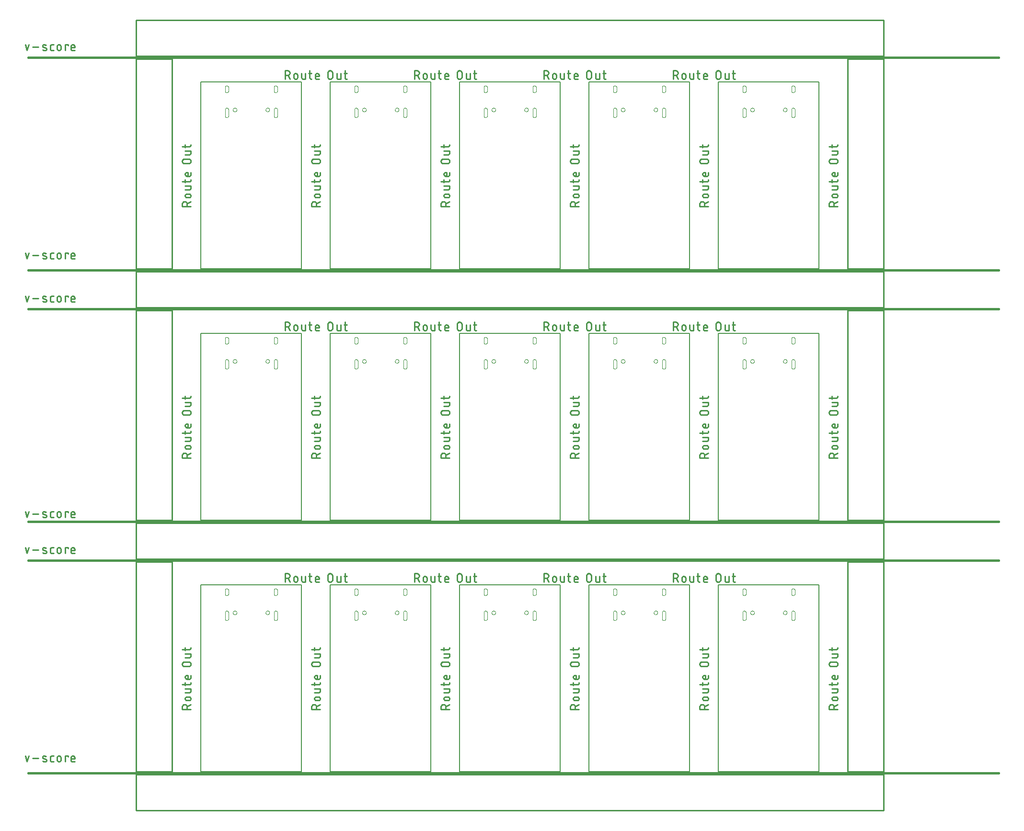
<source format=gko>
G75*
%MOIN*%
%OFA0B0*%
%FSLAX25Y25*%
%IPPOS*%
%LPD*%
%AMOC8*
5,1,8,0,0,1.08239X$1,22.5*
%
%ADD10C,0.00600*%
%ADD11C,0.01100*%
%ADD12C,0.01000*%
%ADD13C,0.01500*%
%ADD14C,0.00000*%
%ADD15C,0.00039*%
D10*
X0126092Y0028500D02*
X0196092Y0028500D01*
X0196092Y0158500D01*
X0126092Y0158500D01*
X0126092Y0028500D01*
X0216092Y0028500D02*
X0286092Y0028500D01*
X0286092Y0158500D01*
X0216092Y0158500D01*
X0216092Y0028500D01*
X0306092Y0028500D02*
X0376092Y0028500D01*
X0376092Y0158500D01*
X0306092Y0158500D01*
X0306092Y0028500D01*
X0396092Y0028500D02*
X0466092Y0028500D01*
X0466092Y0158500D01*
X0396092Y0158500D01*
X0396092Y0028500D01*
X0486092Y0028500D02*
X0556092Y0028500D01*
X0556092Y0158500D01*
X0486092Y0158500D01*
X0486092Y0028500D01*
X0486092Y0203500D02*
X0556092Y0203500D01*
X0556092Y0333500D01*
X0486092Y0333500D01*
X0486092Y0203500D01*
X0466092Y0203500D02*
X0466092Y0333500D01*
X0396092Y0333500D01*
X0396092Y0203500D01*
X0466092Y0203500D01*
X0376092Y0203500D02*
X0376092Y0333500D01*
X0306092Y0333500D01*
X0306092Y0203500D01*
X0376092Y0203500D01*
X0286092Y0203500D02*
X0286092Y0333500D01*
X0216092Y0333500D01*
X0216092Y0203500D01*
X0286092Y0203500D01*
X0196092Y0203500D02*
X0196092Y0333500D01*
X0126092Y0333500D01*
X0126092Y0203500D01*
X0196092Y0203500D01*
X0196092Y0378500D02*
X0126092Y0378500D01*
X0126092Y0508500D01*
X0196092Y0508500D01*
X0196092Y0378500D01*
X0216092Y0378500D02*
X0286092Y0378500D01*
X0286092Y0508500D01*
X0216092Y0508500D01*
X0216092Y0378500D01*
X0306092Y0378500D02*
X0376092Y0378500D01*
X0376092Y0508500D01*
X0306092Y0508500D01*
X0306092Y0378500D01*
X0396092Y0378500D02*
X0466092Y0378500D01*
X0466092Y0508500D01*
X0396092Y0508500D01*
X0396092Y0378500D01*
X0486092Y0378500D02*
X0556092Y0378500D01*
X0556092Y0508500D01*
X0486092Y0508500D01*
X0486092Y0378500D01*
D11*
X0496236Y0341450D02*
X0496236Y0336533D01*
X0496237Y0336533D02*
X0496239Y0336471D01*
X0496245Y0336410D01*
X0496254Y0336349D01*
X0496268Y0336289D01*
X0496285Y0336229D01*
X0496306Y0336171D01*
X0496331Y0336114D01*
X0496359Y0336059D01*
X0496390Y0336006D01*
X0496425Y0335955D01*
X0496463Y0335906D01*
X0496503Y0335860D01*
X0496547Y0335816D01*
X0496593Y0335776D01*
X0496642Y0335738D01*
X0496693Y0335703D01*
X0496746Y0335672D01*
X0496801Y0335644D01*
X0496858Y0335619D01*
X0496916Y0335598D01*
X0496976Y0335581D01*
X0497036Y0335567D01*
X0497097Y0335558D01*
X0497158Y0335552D01*
X0497220Y0335550D01*
X0497547Y0335550D01*
X0497547Y0339483D02*
X0495581Y0339483D01*
X0493226Y0339483D02*
X0493226Y0335550D01*
X0491587Y0335550D01*
X0491525Y0335552D01*
X0491464Y0335558D01*
X0491403Y0335567D01*
X0491343Y0335581D01*
X0491283Y0335598D01*
X0491225Y0335619D01*
X0491168Y0335644D01*
X0491113Y0335672D01*
X0491060Y0335703D01*
X0491009Y0335738D01*
X0490960Y0335776D01*
X0490914Y0335816D01*
X0490870Y0335860D01*
X0490830Y0335906D01*
X0490792Y0335955D01*
X0490757Y0336006D01*
X0490726Y0336059D01*
X0490698Y0336114D01*
X0490673Y0336171D01*
X0490652Y0336229D01*
X0490635Y0336289D01*
X0490621Y0336349D01*
X0490612Y0336410D01*
X0490606Y0336471D01*
X0490604Y0336533D01*
X0490604Y0339483D01*
X0487605Y0339811D02*
X0487605Y0337189D01*
X0487603Y0337110D01*
X0487597Y0337031D01*
X0487588Y0336952D01*
X0487574Y0336874D01*
X0487557Y0336797D01*
X0487537Y0336720D01*
X0487512Y0336645D01*
X0487484Y0336571D01*
X0487452Y0336498D01*
X0487417Y0336427D01*
X0487379Y0336358D01*
X0487337Y0336291D01*
X0487292Y0336226D01*
X0487244Y0336163D01*
X0487193Y0336102D01*
X0487139Y0336044D01*
X0487082Y0335989D01*
X0487023Y0335936D01*
X0486961Y0335887D01*
X0486897Y0335840D01*
X0486831Y0335797D01*
X0486763Y0335757D01*
X0486692Y0335720D01*
X0486621Y0335686D01*
X0486547Y0335657D01*
X0486472Y0335630D01*
X0486397Y0335608D01*
X0486320Y0335589D01*
X0486242Y0335573D01*
X0486164Y0335562D01*
X0486085Y0335554D01*
X0486006Y0335550D01*
X0485926Y0335550D01*
X0485847Y0335554D01*
X0485768Y0335562D01*
X0485690Y0335573D01*
X0485612Y0335589D01*
X0485535Y0335608D01*
X0485460Y0335630D01*
X0485385Y0335657D01*
X0485311Y0335686D01*
X0485240Y0335720D01*
X0485169Y0335757D01*
X0485101Y0335797D01*
X0485035Y0335840D01*
X0484971Y0335887D01*
X0484909Y0335936D01*
X0484850Y0335989D01*
X0484793Y0336044D01*
X0484739Y0336102D01*
X0484688Y0336163D01*
X0484640Y0336226D01*
X0484595Y0336291D01*
X0484553Y0336358D01*
X0484515Y0336427D01*
X0484480Y0336498D01*
X0484448Y0336571D01*
X0484420Y0336645D01*
X0484395Y0336720D01*
X0484375Y0336797D01*
X0484358Y0336874D01*
X0484344Y0336952D01*
X0484335Y0337031D01*
X0484329Y0337110D01*
X0484327Y0337189D01*
X0484327Y0339811D01*
X0484329Y0339890D01*
X0484335Y0339969D01*
X0484344Y0340048D01*
X0484358Y0340126D01*
X0484375Y0340203D01*
X0484395Y0340280D01*
X0484420Y0340355D01*
X0484448Y0340429D01*
X0484480Y0340502D01*
X0484515Y0340573D01*
X0484553Y0340642D01*
X0484595Y0340709D01*
X0484640Y0340774D01*
X0484688Y0340837D01*
X0484739Y0340898D01*
X0484793Y0340956D01*
X0484850Y0341011D01*
X0484909Y0341064D01*
X0484971Y0341113D01*
X0485035Y0341160D01*
X0485101Y0341203D01*
X0485169Y0341243D01*
X0485240Y0341280D01*
X0485311Y0341314D01*
X0485385Y0341343D01*
X0485460Y0341370D01*
X0485535Y0341392D01*
X0485612Y0341411D01*
X0485690Y0341427D01*
X0485768Y0341438D01*
X0485847Y0341446D01*
X0485926Y0341450D01*
X0486006Y0341450D01*
X0486085Y0341446D01*
X0486164Y0341438D01*
X0486242Y0341427D01*
X0486320Y0341411D01*
X0486397Y0341392D01*
X0486472Y0341370D01*
X0486547Y0341343D01*
X0486621Y0341314D01*
X0486692Y0341280D01*
X0486763Y0341243D01*
X0486831Y0341203D01*
X0486897Y0341160D01*
X0486961Y0341113D01*
X0487023Y0341064D01*
X0487082Y0341011D01*
X0487139Y0340956D01*
X0487193Y0340898D01*
X0487244Y0340837D01*
X0487292Y0340774D01*
X0487337Y0340709D01*
X0487379Y0340642D01*
X0487417Y0340573D01*
X0487452Y0340502D01*
X0487484Y0340429D01*
X0487512Y0340355D01*
X0487537Y0340280D01*
X0487557Y0340203D01*
X0487574Y0340126D01*
X0487588Y0340048D01*
X0487597Y0339969D01*
X0487603Y0339890D01*
X0487605Y0339811D01*
X0478251Y0338172D02*
X0478251Y0337517D01*
X0475629Y0337517D01*
X0475629Y0338172D02*
X0475629Y0336533D01*
X0475631Y0336471D01*
X0475637Y0336410D01*
X0475646Y0336349D01*
X0475660Y0336289D01*
X0475677Y0336229D01*
X0475698Y0336171D01*
X0475723Y0336114D01*
X0475751Y0336059D01*
X0475782Y0336006D01*
X0475817Y0335955D01*
X0475855Y0335906D01*
X0475895Y0335860D01*
X0475939Y0335816D01*
X0475985Y0335776D01*
X0476034Y0335738D01*
X0476085Y0335703D01*
X0476138Y0335672D01*
X0476193Y0335644D01*
X0476250Y0335619D01*
X0476308Y0335598D01*
X0476368Y0335581D01*
X0476428Y0335567D01*
X0476489Y0335558D01*
X0476550Y0335552D01*
X0476612Y0335550D01*
X0478251Y0335550D01*
X0478251Y0338172D02*
X0478249Y0338243D01*
X0478243Y0338314D01*
X0478234Y0338384D01*
X0478220Y0338454D01*
X0478203Y0338523D01*
X0478182Y0338591D01*
X0478158Y0338657D01*
X0478130Y0338722D01*
X0478098Y0338786D01*
X0478063Y0338848D01*
X0478025Y0338908D01*
X0477984Y0338965D01*
X0477939Y0339021D01*
X0477892Y0339074D01*
X0477842Y0339124D01*
X0477789Y0339171D01*
X0477733Y0339216D01*
X0477676Y0339257D01*
X0477616Y0339295D01*
X0477554Y0339330D01*
X0477490Y0339362D01*
X0477425Y0339390D01*
X0477359Y0339414D01*
X0477291Y0339435D01*
X0477222Y0339452D01*
X0477152Y0339466D01*
X0477082Y0339475D01*
X0477011Y0339481D01*
X0476940Y0339483D01*
X0476869Y0339481D01*
X0476798Y0339475D01*
X0476728Y0339466D01*
X0476658Y0339452D01*
X0476589Y0339435D01*
X0476521Y0339414D01*
X0476455Y0339390D01*
X0476390Y0339362D01*
X0476326Y0339330D01*
X0476264Y0339295D01*
X0476204Y0339257D01*
X0476147Y0339216D01*
X0476091Y0339171D01*
X0476038Y0339124D01*
X0475988Y0339074D01*
X0475941Y0339021D01*
X0475896Y0338965D01*
X0475855Y0338908D01*
X0475817Y0338848D01*
X0475782Y0338786D01*
X0475750Y0338722D01*
X0475722Y0338657D01*
X0475698Y0338591D01*
X0475677Y0338523D01*
X0475660Y0338454D01*
X0475646Y0338384D01*
X0475637Y0338314D01*
X0475631Y0338243D01*
X0475629Y0338172D01*
X0473137Y0339483D02*
X0471170Y0339483D01*
X0471825Y0341450D02*
X0471825Y0336533D01*
X0471826Y0336533D02*
X0471828Y0336471D01*
X0471834Y0336410D01*
X0471843Y0336349D01*
X0471857Y0336289D01*
X0471874Y0336229D01*
X0471895Y0336171D01*
X0471920Y0336114D01*
X0471948Y0336059D01*
X0471979Y0336006D01*
X0472014Y0335955D01*
X0472052Y0335906D01*
X0472092Y0335860D01*
X0472136Y0335816D01*
X0472182Y0335776D01*
X0472231Y0335738D01*
X0472282Y0335703D01*
X0472335Y0335672D01*
X0472390Y0335644D01*
X0472447Y0335619D01*
X0472505Y0335598D01*
X0472565Y0335581D01*
X0472625Y0335567D01*
X0472686Y0335558D01*
X0472747Y0335552D01*
X0472809Y0335550D01*
X0473137Y0335550D01*
X0468815Y0335550D02*
X0468815Y0339483D01*
X0466193Y0339483D02*
X0466193Y0336533D01*
X0466195Y0336471D01*
X0466201Y0336410D01*
X0466210Y0336349D01*
X0466224Y0336289D01*
X0466241Y0336229D01*
X0466262Y0336171D01*
X0466287Y0336114D01*
X0466315Y0336059D01*
X0466346Y0336006D01*
X0466381Y0335955D01*
X0466419Y0335906D01*
X0466459Y0335860D01*
X0466503Y0335816D01*
X0466549Y0335776D01*
X0466598Y0335738D01*
X0466649Y0335703D01*
X0466702Y0335672D01*
X0466757Y0335644D01*
X0466814Y0335619D01*
X0466872Y0335598D01*
X0466932Y0335581D01*
X0466992Y0335567D01*
X0467053Y0335558D01*
X0467114Y0335552D01*
X0467176Y0335550D01*
X0468815Y0335550D01*
X0463277Y0336861D02*
X0463277Y0338172D01*
X0463276Y0338172D02*
X0463274Y0338243D01*
X0463268Y0338314D01*
X0463259Y0338384D01*
X0463245Y0338454D01*
X0463228Y0338523D01*
X0463207Y0338591D01*
X0463183Y0338657D01*
X0463155Y0338722D01*
X0463123Y0338786D01*
X0463088Y0338848D01*
X0463050Y0338908D01*
X0463009Y0338965D01*
X0462964Y0339021D01*
X0462917Y0339074D01*
X0462867Y0339124D01*
X0462814Y0339171D01*
X0462758Y0339216D01*
X0462701Y0339257D01*
X0462641Y0339295D01*
X0462579Y0339330D01*
X0462515Y0339362D01*
X0462450Y0339390D01*
X0462384Y0339414D01*
X0462316Y0339435D01*
X0462247Y0339452D01*
X0462177Y0339466D01*
X0462107Y0339475D01*
X0462036Y0339481D01*
X0461965Y0339483D01*
X0461894Y0339481D01*
X0461823Y0339475D01*
X0461753Y0339466D01*
X0461683Y0339452D01*
X0461614Y0339435D01*
X0461546Y0339414D01*
X0461480Y0339390D01*
X0461415Y0339362D01*
X0461351Y0339330D01*
X0461289Y0339295D01*
X0461229Y0339257D01*
X0461172Y0339216D01*
X0461116Y0339171D01*
X0461063Y0339124D01*
X0461013Y0339074D01*
X0460966Y0339021D01*
X0460921Y0338965D01*
X0460880Y0338908D01*
X0460842Y0338848D01*
X0460807Y0338786D01*
X0460775Y0338722D01*
X0460747Y0338657D01*
X0460723Y0338591D01*
X0460702Y0338523D01*
X0460685Y0338454D01*
X0460671Y0338384D01*
X0460662Y0338314D01*
X0460656Y0338243D01*
X0460654Y0338172D01*
X0460654Y0336861D01*
X0460656Y0336790D01*
X0460662Y0336719D01*
X0460671Y0336649D01*
X0460685Y0336579D01*
X0460702Y0336510D01*
X0460723Y0336442D01*
X0460747Y0336376D01*
X0460775Y0336311D01*
X0460807Y0336247D01*
X0460842Y0336185D01*
X0460880Y0336125D01*
X0460921Y0336068D01*
X0460966Y0336012D01*
X0461013Y0335959D01*
X0461063Y0335909D01*
X0461116Y0335862D01*
X0461172Y0335817D01*
X0461229Y0335776D01*
X0461289Y0335738D01*
X0461351Y0335703D01*
X0461415Y0335671D01*
X0461480Y0335643D01*
X0461546Y0335619D01*
X0461614Y0335598D01*
X0461683Y0335581D01*
X0461753Y0335567D01*
X0461823Y0335558D01*
X0461894Y0335552D01*
X0461965Y0335550D01*
X0462036Y0335552D01*
X0462107Y0335558D01*
X0462177Y0335567D01*
X0462247Y0335581D01*
X0462316Y0335598D01*
X0462384Y0335619D01*
X0462450Y0335643D01*
X0462515Y0335671D01*
X0462579Y0335703D01*
X0462641Y0335738D01*
X0462701Y0335776D01*
X0462758Y0335817D01*
X0462814Y0335862D01*
X0462867Y0335909D01*
X0462917Y0335959D01*
X0462964Y0336012D01*
X0463009Y0336068D01*
X0463050Y0336125D01*
X0463088Y0336185D01*
X0463123Y0336247D01*
X0463155Y0336311D01*
X0463183Y0336376D01*
X0463207Y0336442D01*
X0463228Y0336510D01*
X0463245Y0336579D01*
X0463259Y0336649D01*
X0463268Y0336719D01*
X0463274Y0336790D01*
X0463276Y0336861D01*
X0457915Y0335550D02*
X0456604Y0338172D01*
X0456276Y0338172D02*
X0454637Y0338172D01*
X0456276Y0338172D02*
X0456355Y0338174D01*
X0456434Y0338180D01*
X0456513Y0338189D01*
X0456591Y0338203D01*
X0456668Y0338220D01*
X0456745Y0338240D01*
X0456820Y0338265D01*
X0456894Y0338293D01*
X0456967Y0338325D01*
X0457038Y0338360D01*
X0457107Y0338398D01*
X0457174Y0338440D01*
X0457239Y0338485D01*
X0457302Y0338533D01*
X0457363Y0338584D01*
X0457421Y0338638D01*
X0457476Y0338695D01*
X0457529Y0338754D01*
X0457578Y0338816D01*
X0457625Y0338880D01*
X0457668Y0338946D01*
X0457708Y0339014D01*
X0457745Y0339085D01*
X0457779Y0339156D01*
X0457808Y0339230D01*
X0457835Y0339305D01*
X0457857Y0339380D01*
X0457876Y0339457D01*
X0457892Y0339535D01*
X0457903Y0339613D01*
X0457911Y0339692D01*
X0457915Y0339771D01*
X0457915Y0339851D01*
X0457911Y0339930D01*
X0457903Y0340009D01*
X0457892Y0340087D01*
X0457876Y0340165D01*
X0457857Y0340242D01*
X0457835Y0340317D01*
X0457808Y0340392D01*
X0457779Y0340466D01*
X0457745Y0340537D01*
X0457708Y0340608D01*
X0457668Y0340676D01*
X0457625Y0340742D01*
X0457578Y0340806D01*
X0457529Y0340868D01*
X0457476Y0340927D01*
X0457421Y0340984D01*
X0457363Y0341038D01*
X0457302Y0341089D01*
X0457239Y0341137D01*
X0457174Y0341182D01*
X0457107Y0341224D01*
X0457038Y0341262D01*
X0456967Y0341297D01*
X0456894Y0341329D01*
X0456820Y0341357D01*
X0456745Y0341382D01*
X0456668Y0341402D01*
X0456591Y0341419D01*
X0456513Y0341433D01*
X0456434Y0341442D01*
X0456355Y0341448D01*
X0456276Y0341450D01*
X0454637Y0341450D01*
X0454637Y0335550D01*
X0407547Y0335550D02*
X0407220Y0335550D01*
X0407158Y0335552D01*
X0407097Y0335558D01*
X0407036Y0335567D01*
X0406976Y0335581D01*
X0406916Y0335598D01*
X0406858Y0335619D01*
X0406801Y0335644D01*
X0406746Y0335672D01*
X0406693Y0335703D01*
X0406642Y0335738D01*
X0406593Y0335776D01*
X0406547Y0335816D01*
X0406503Y0335860D01*
X0406463Y0335906D01*
X0406425Y0335955D01*
X0406390Y0336006D01*
X0406359Y0336059D01*
X0406331Y0336114D01*
X0406306Y0336171D01*
X0406285Y0336229D01*
X0406268Y0336289D01*
X0406254Y0336349D01*
X0406245Y0336410D01*
X0406239Y0336471D01*
X0406237Y0336533D01*
X0406236Y0336533D02*
X0406236Y0341450D01*
X0405581Y0339483D02*
X0407547Y0339483D01*
X0403226Y0339483D02*
X0403226Y0335550D01*
X0401587Y0335550D01*
X0401525Y0335552D01*
X0401464Y0335558D01*
X0401403Y0335567D01*
X0401343Y0335581D01*
X0401283Y0335598D01*
X0401225Y0335619D01*
X0401168Y0335644D01*
X0401113Y0335672D01*
X0401060Y0335703D01*
X0401009Y0335738D01*
X0400960Y0335776D01*
X0400914Y0335816D01*
X0400870Y0335860D01*
X0400830Y0335906D01*
X0400792Y0335955D01*
X0400757Y0336006D01*
X0400726Y0336059D01*
X0400698Y0336114D01*
X0400673Y0336171D01*
X0400652Y0336229D01*
X0400635Y0336289D01*
X0400621Y0336349D01*
X0400612Y0336410D01*
X0400606Y0336471D01*
X0400604Y0336533D01*
X0400604Y0339483D01*
X0397605Y0339811D02*
X0397605Y0337189D01*
X0397603Y0337110D01*
X0397597Y0337031D01*
X0397588Y0336952D01*
X0397574Y0336874D01*
X0397557Y0336797D01*
X0397537Y0336720D01*
X0397512Y0336645D01*
X0397484Y0336571D01*
X0397452Y0336498D01*
X0397417Y0336427D01*
X0397379Y0336358D01*
X0397337Y0336291D01*
X0397292Y0336226D01*
X0397244Y0336163D01*
X0397193Y0336102D01*
X0397139Y0336044D01*
X0397082Y0335989D01*
X0397023Y0335936D01*
X0396961Y0335887D01*
X0396897Y0335840D01*
X0396831Y0335797D01*
X0396763Y0335757D01*
X0396692Y0335720D01*
X0396621Y0335686D01*
X0396547Y0335657D01*
X0396472Y0335630D01*
X0396397Y0335608D01*
X0396320Y0335589D01*
X0396242Y0335573D01*
X0396164Y0335562D01*
X0396085Y0335554D01*
X0396006Y0335550D01*
X0395926Y0335550D01*
X0395847Y0335554D01*
X0395768Y0335562D01*
X0395690Y0335573D01*
X0395612Y0335589D01*
X0395535Y0335608D01*
X0395460Y0335630D01*
X0395385Y0335657D01*
X0395311Y0335686D01*
X0395240Y0335720D01*
X0395169Y0335757D01*
X0395101Y0335797D01*
X0395035Y0335840D01*
X0394971Y0335887D01*
X0394909Y0335936D01*
X0394850Y0335989D01*
X0394793Y0336044D01*
X0394739Y0336102D01*
X0394688Y0336163D01*
X0394640Y0336226D01*
X0394595Y0336291D01*
X0394553Y0336358D01*
X0394515Y0336427D01*
X0394480Y0336498D01*
X0394448Y0336571D01*
X0394420Y0336645D01*
X0394395Y0336720D01*
X0394375Y0336797D01*
X0394358Y0336874D01*
X0394344Y0336952D01*
X0394335Y0337031D01*
X0394329Y0337110D01*
X0394327Y0337189D01*
X0394327Y0339811D01*
X0394329Y0339890D01*
X0394335Y0339969D01*
X0394344Y0340048D01*
X0394358Y0340126D01*
X0394375Y0340203D01*
X0394395Y0340280D01*
X0394420Y0340355D01*
X0394448Y0340429D01*
X0394480Y0340502D01*
X0394515Y0340573D01*
X0394553Y0340642D01*
X0394595Y0340709D01*
X0394640Y0340774D01*
X0394688Y0340837D01*
X0394739Y0340898D01*
X0394793Y0340956D01*
X0394850Y0341011D01*
X0394909Y0341064D01*
X0394971Y0341113D01*
X0395035Y0341160D01*
X0395101Y0341203D01*
X0395169Y0341243D01*
X0395240Y0341280D01*
X0395311Y0341314D01*
X0395385Y0341343D01*
X0395460Y0341370D01*
X0395535Y0341392D01*
X0395612Y0341411D01*
X0395690Y0341427D01*
X0395768Y0341438D01*
X0395847Y0341446D01*
X0395926Y0341450D01*
X0396006Y0341450D01*
X0396085Y0341446D01*
X0396164Y0341438D01*
X0396242Y0341427D01*
X0396320Y0341411D01*
X0396397Y0341392D01*
X0396472Y0341370D01*
X0396547Y0341343D01*
X0396621Y0341314D01*
X0396692Y0341280D01*
X0396763Y0341243D01*
X0396831Y0341203D01*
X0396897Y0341160D01*
X0396961Y0341113D01*
X0397023Y0341064D01*
X0397082Y0341011D01*
X0397139Y0340956D01*
X0397193Y0340898D01*
X0397244Y0340837D01*
X0397292Y0340774D01*
X0397337Y0340709D01*
X0397379Y0340642D01*
X0397417Y0340573D01*
X0397452Y0340502D01*
X0397484Y0340429D01*
X0397512Y0340355D01*
X0397537Y0340280D01*
X0397557Y0340203D01*
X0397574Y0340126D01*
X0397588Y0340048D01*
X0397597Y0339969D01*
X0397603Y0339890D01*
X0397605Y0339811D01*
X0388251Y0338172D02*
X0388251Y0337517D01*
X0385629Y0337517D01*
X0385629Y0338172D02*
X0385629Y0336533D01*
X0385631Y0336471D01*
X0385637Y0336410D01*
X0385646Y0336349D01*
X0385660Y0336289D01*
X0385677Y0336229D01*
X0385698Y0336171D01*
X0385723Y0336114D01*
X0385751Y0336059D01*
X0385782Y0336006D01*
X0385817Y0335955D01*
X0385855Y0335906D01*
X0385895Y0335860D01*
X0385939Y0335816D01*
X0385985Y0335776D01*
X0386034Y0335738D01*
X0386085Y0335703D01*
X0386138Y0335672D01*
X0386193Y0335644D01*
X0386250Y0335619D01*
X0386308Y0335598D01*
X0386368Y0335581D01*
X0386428Y0335567D01*
X0386489Y0335558D01*
X0386550Y0335552D01*
X0386612Y0335550D01*
X0388251Y0335550D01*
X0388251Y0338172D02*
X0388249Y0338243D01*
X0388243Y0338314D01*
X0388234Y0338384D01*
X0388220Y0338454D01*
X0388203Y0338523D01*
X0388182Y0338591D01*
X0388158Y0338657D01*
X0388130Y0338722D01*
X0388098Y0338786D01*
X0388063Y0338848D01*
X0388025Y0338908D01*
X0387984Y0338965D01*
X0387939Y0339021D01*
X0387892Y0339074D01*
X0387842Y0339124D01*
X0387789Y0339171D01*
X0387733Y0339216D01*
X0387676Y0339257D01*
X0387616Y0339295D01*
X0387554Y0339330D01*
X0387490Y0339362D01*
X0387425Y0339390D01*
X0387359Y0339414D01*
X0387291Y0339435D01*
X0387222Y0339452D01*
X0387152Y0339466D01*
X0387082Y0339475D01*
X0387011Y0339481D01*
X0386940Y0339483D01*
X0386869Y0339481D01*
X0386798Y0339475D01*
X0386728Y0339466D01*
X0386658Y0339452D01*
X0386589Y0339435D01*
X0386521Y0339414D01*
X0386455Y0339390D01*
X0386390Y0339362D01*
X0386326Y0339330D01*
X0386264Y0339295D01*
X0386204Y0339257D01*
X0386147Y0339216D01*
X0386091Y0339171D01*
X0386038Y0339124D01*
X0385988Y0339074D01*
X0385941Y0339021D01*
X0385896Y0338965D01*
X0385855Y0338908D01*
X0385817Y0338848D01*
X0385782Y0338786D01*
X0385750Y0338722D01*
X0385722Y0338657D01*
X0385698Y0338591D01*
X0385677Y0338523D01*
X0385660Y0338454D01*
X0385646Y0338384D01*
X0385637Y0338314D01*
X0385631Y0338243D01*
X0385629Y0338172D01*
X0383137Y0339483D02*
X0381170Y0339483D01*
X0381825Y0341450D02*
X0381825Y0336533D01*
X0381826Y0336533D02*
X0381828Y0336471D01*
X0381834Y0336410D01*
X0381843Y0336349D01*
X0381857Y0336289D01*
X0381874Y0336229D01*
X0381895Y0336171D01*
X0381920Y0336114D01*
X0381948Y0336059D01*
X0381979Y0336006D01*
X0382014Y0335955D01*
X0382052Y0335906D01*
X0382092Y0335860D01*
X0382136Y0335816D01*
X0382182Y0335776D01*
X0382231Y0335738D01*
X0382282Y0335703D01*
X0382335Y0335672D01*
X0382390Y0335644D01*
X0382447Y0335619D01*
X0382505Y0335598D01*
X0382565Y0335581D01*
X0382625Y0335567D01*
X0382686Y0335558D01*
X0382747Y0335552D01*
X0382809Y0335550D01*
X0383137Y0335550D01*
X0378815Y0335550D02*
X0378815Y0339483D01*
X0376193Y0339483D02*
X0376193Y0336533D01*
X0376195Y0336471D01*
X0376201Y0336410D01*
X0376210Y0336349D01*
X0376224Y0336289D01*
X0376241Y0336229D01*
X0376262Y0336171D01*
X0376287Y0336114D01*
X0376315Y0336059D01*
X0376346Y0336006D01*
X0376381Y0335955D01*
X0376419Y0335906D01*
X0376459Y0335860D01*
X0376503Y0335816D01*
X0376549Y0335776D01*
X0376598Y0335738D01*
X0376649Y0335703D01*
X0376702Y0335672D01*
X0376757Y0335644D01*
X0376814Y0335619D01*
X0376872Y0335598D01*
X0376932Y0335581D01*
X0376992Y0335567D01*
X0377053Y0335558D01*
X0377114Y0335552D01*
X0377176Y0335550D01*
X0378815Y0335550D01*
X0373277Y0336861D02*
X0373277Y0338172D01*
X0373276Y0338172D02*
X0373274Y0338243D01*
X0373268Y0338314D01*
X0373259Y0338384D01*
X0373245Y0338454D01*
X0373228Y0338523D01*
X0373207Y0338591D01*
X0373183Y0338657D01*
X0373155Y0338722D01*
X0373123Y0338786D01*
X0373088Y0338848D01*
X0373050Y0338908D01*
X0373009Y0338965D01*
X0372964Y0339021D01*
X0372917Y0339074D01*
X0372867Y0339124D01*
X0372814Y0339171D01*
X0372758Y0339216D01*
X0372701Y0339257D01*
X0372641Y0339295D01*
X0372579Y0339330D01*
X0372515Y0339362D01*
X0372450Y0339390D01*
X0372384Y0339414D01*
X0372316Y0339435D01*
X0372247Y0339452D01*
X0372177Y0339466D01*
X0372107Y0339475D01*
X0372036Y0339481D01*
X0371965Y0339483D01*
X0371894Y0339481D01*
X0371823Y0339475D01*
X0371753Y0339466D01*
X0371683Y0339452D01*
X0371614Y0339435D01*
X0371546Y0339414D01*
X0371480Y0339390D01*
X0371415Y0339362D01*
X0371351Y0339330D01*
X0371289Y0339295D01*
X0371229Y0339257D01*
X0371172Y0339216D01*
X0371116Y0339171D01*
X0371063Y0339124D01*
X0371013Y0339074D01*
X0370966Y0339021D01*
X0370921Y0338965D01*
X0370880Y0338908D01*
X0370842Y0338848D01*
X0370807Y0338786D01*
X0370775Y0338722D01*
X0370747Y0338657D01*
X0370723Y0338591D01*
X0370702Y0338523D01*
X0370685Y0338454D01*
X0370671Y0338384D01*
X0370662Y0338314D01*
X0370656Y0338243D01*
X0370654Y0338172D01*
X0370654Y0336861D01*
X0370656Y0336790D01*
X0370662Y0336719D01*
X0370671Y0336649D01*
X0370685Y0336579D01*
X0370702Y0336510D01*
X0370723Y0336442D01*
X0370747Y0336376D01*
X0370775Y0336311D01*
X0370807Y0336247D01*
X0370842Y0336185D01*
X0370880Y0336125D01*
X0370921Y0336068D01*
X0370966Y0336012D01*
X0371013Y0335959D01*
X0371063Y0335909D01*
X0371116Y0335862D01*
X0371172Y0335817D01*
X0371229Y0335776D01*
X0371289Y0335738D01*
X0371351Y0335703D01*
X0371415Y0335671D01*
X0371480Y0335643D01*
X0371546Y0335619D01*
X0371614Y0335598D01*
X0371683Y0335581D01*
X0371753Y0335567D01*
X0371823Y0335558D01*
X0371894Y0335552D01*
X0371965Y0335550D01*
X0372036Y0335552D01*
X0372107Y0335558D01*
X0372177Y0335567D01*
X0372247Y0335581D01*
X0372316Y0335598D01*
X0372384Y0335619D01*
X0372450Y0335643D01*
X0372515Y0335671D01*
X0372579Y0335703D01*
X0372641Y0335738D01*
X0372701Y0335776D01*
X0372758Y0335817D01*
X0372814Y0335862D01*
X0372867Y0335909D01*
X0372917Y0335959D01*
X0372964Y0336012D01*
X0373009Y0336068D01*
X0373050Y0336125D01*
X0373088Y0336185D01*
X0373123Y0336247D01*
X0373155Y0336311D01*
X0373183Y0336376D01*
X0373207Y0336442D01*
X0373228Y0336510D01*
X0373245Y0336579D01*
X0373259Y0336649D01*
X0373268Y0336719D01*
X0373274Y0336790D01*
X0373276Y0336861D01*
X0367915Y0335550D02*
X0366604Y0338172D01*
X0366276Y0338172D02*
X0364637Y0338172D01*
X0366276Y0338172D02*
X0366355Y0338174D01*
X0366434Y0338180D01*
X0366513Y0338189D01*
X0366591Y0338203D01*
X0366668Y0338220D01*
X0366745Y0338240D01*
X0366820Y0338265D01*
X0366894Y0338293D01*
X0366967Y0338325D01*
X0367038Y0338360D01*
X0367107Y0338398D01*
X0367174Y0338440D01*
X0367239Y0338485D01*
X0367302Y0338533D01*
X0367363Y0338584D01*
X0367421Y0338638D01*
X0367476Y0338695D01*
X0367529Y0338754D01*
X0367578Y0338816D01*
X0367625Y0338880D01*
X0367668Y0338946D01*
X0367708Y0339014D01*
X0367745Y0339085D01*
X0367779Y0339156D01*
X0367808Y0339230D01*
X0367835Y0339305D01*
X0367857Y0339380D01*
X0367876Y0339457D01*
X0367892Y0339535D01*
X0367903Y0339613D01*
X0367911Y0339692D01*
X0367915Y0339771D01*
X0367915Y0339851D01*
X0367911Y0339930D01*
X0367903Y0340009D01*
X0367892Y0340087D01*
X0367876Y0340165D01*
X0367857Y0340242D01*
X0367835Y0340317D01*
X0367808Y0340392D01*
X0367779Y0340466D01*
X0367745Y0340537D01*
X0367708Y0340608D01*
X0367668Y0340676D01*
X0367625Y0340742D01*
X0367578Y0340806D01*
X0367529Y0340868D01*
X0367476Y0340927D01*
X0367421Y0340984D01*
X0367363Y0341038D01*
X0367302Y0341089D01*
X0367239Y0341137D01*
X0367174Y0341182D01*
X0367107Y0341224D01*
X0367038Y0341262D01*
X0366967Y0341297D01*
X0366894Y0341329D01*
X0366820Y0341357D01*
X0366745Y0341382D01*
X0366668Y0341402D01*
X0366591Y0341419D01*
X0366513Y0341433D01*
X0366434Y0341442D01*
X0366355Y0341448D01*
X0366276Y0341450D01*
X0364637Y0341450D01*
X0364637Y0335550D01*
X0317547Y0335550D02*
X0317220Y0335550D01*
X0317158Y0335552D01*
X0317097Y0335558D01*
X0317036Y0335567D01*
X0316976Y0335581D01*
X0316916Y0335598D01*
X0316858Y0335619D01*
X0316801Y0335644D01*
X0316746Y0335672D01*
X0316693Y0335703D01*
X0316642Y0335738D01*
X0316593Y0335776D01*
X0316547Y0335816D01*
X0316503Y0335860D01*
X0316463Y0335906D01*
X0316425Y0335955D01*
X0316390Y0336006D01*
X0316359Y0336059D01*
X0316331Y0336114D01*
X0316306Y0336171D01*
X0316285Y0336229D01*
X0316268Y0336289D01*
X0316254Y0336349D01*
X0316245Y0336410D01*
X0316239Y0336471D01*
X0316237Y0336533D01*
X0316236Y0336533D02*
X0316236Y0341450D01*
X0315581Y0339483D02*
X0317547Y0339483D01*
X0313226Y0339483D02*
X0313226Y0335550D01*
X0311587Y0335550D01*
X0311525Y0335552D01*
X0311464Y0335558D01*
X0311403Y0335567D01*
X0311343Y0335581D01*
X0311283Y0335598D01*
X0311225Y0335619D01*
X0311168Y0335644D01*
X0311113Y0335672D01*
X0311060Y0335703D01*
X0311009Y0335738D01*
X0310960Y0335776D01*
X0310914Y0335816D01*
X0310870Y0335860D01*
X0310830Y0335906D01*
X0310792Y0335955D01*
X0310757Y0336006D01*
X0310726Y0336059D01*
X0310698Y0336114D01*
X0310673Y0336171D01*
X0310652Y0336229D01*
X0310635Y0336289D01*
X0310621Y0336349D01*
X0310612Y0336410D01*
X0310606Y0336471D01*
X0310604Y0336533D01*
X0310604Y0339483D01*
X0307605Y0339811D02*
X0307605Y0337189D01*
X0307603Y0337110D01*
X0307597Y0337031D01*
X0307588Y0336952D01*
X0307574Y0336874D01*
X0307557Y0336797D01*
X0307537Y0336720D01*
X0307512Y0336645D01*
X0307484Y0336571D01*
X0307452Y0336498D01*
X0307417Y0336427D01*
X0307379Y0336358D01*
X0307337Y0336291D01*
X0307292Y0336226D01*
X0307244Y0336163D01*
X0307193Y0336102D01*
X0307139Y0336044D01*
X0307082Y0335989D01*
X0307023Y0335936D01*
X0306961Y0335887D01*
X0306897Y0335840D01*
X0306831Y0335797D01*
X0306763Y0335757D01*
X0306692Y0335720D01*
X0306621Y0335686D01*
X0306547Y0335657D01*
X0306472Y0335630D01*
X0306397Y0335608D01*
X0306320Y0335589D01*
X0306242Y0335573D01*
X0306164Y0335562D01*
X0306085Y0335554D01*
X0306006Y0335550D01*
X0305926Y0335550D01*
X0305847Y0335554D01*
X0305768Y0335562D01*
X0305690Y0335573D01*
X0305612Y0335589D01*
X0305535Y0335608D01*
X0305460Y0335630D01*
X0305385Y0335657D01*
X0305311Y0335686D01*
X0305240Y0335720D01*
X0305169Y0335757D01*
X0305101Y0335797D01*
X0305035Y0335840D01*
X0304971Y0335887D01*
X0304909Y0335936D01*
X0304850Y0335989D01*
X0304793Y0336044D01*
X0304739Y0336102D01*
X0304688Y0336163D01*
X0304640Y0336226D01*
X0304595Y0336291D01*
X0304553Y0336358D01*
X0304515Y0336427D01*
X0304480Y0336498D01*
X0304448Y0336571D01*
X0304420Y0336645D01*
X0304395Y0336720D01*
X0304375Y0336797D01*
X0304358Y0336874D01*
X0304344Y0336952D01*
X0304335Y0337031D01*
X0304329Y0337110D01*
X0304327Y0337189D01*
X0304327Y0339811D01*
X0304329Y0339890D01*
X0304335Y0339969D01*
X0304344Y0340048D01*
X0304358Y0340126D01*
X0304375Y0340203D01*
X0304395Y0340280D01*
X0304420Y0340355D01*
X0304448Y0340429D01*
X0304480Y0340502D01*
X0304515Y0340573D01*
X0304553Y0340642D01*
X0304595Y0340709D01*
X0304640Y0340774D01*
X0304688Y0340837D01*
X0304739Y0340898D01*
X0304793Y0340956D01*
X0304850Y0341011D01*
X0304909Y0341064D01*
X0304971Y0341113D01*
X0305035Y0341160D01*
X0305101Y0341203D01*
X0305169Y0341243D01*
X0305240Y0341280D01*
X0305311Y0341314D01*
X0305385Y0341343D01*
X0305460Y0341370D01*
X0305535Y0341392D01*
X0305612Y0341411D01*
X0305690Y0341427D01*
X0305768Y0341438D01*
X0305847Y0341446D01*
X0305926Y0341450D01*
X0306006Y0341450D01*
X0306085Y0341446D01*
X0306164Y0341438D01*
X0306242Y0341427D01*
X0306320Y0341411D01*
X0306397Y0341392D01*
X0306472Y0341370D01*
X0306547Y0341343D01*
X0306621Y0341314D01*
X0306692Y0341280D01*
X0306763Y0341243D01*
X0306831Y0341203D01*
X0306897Y0341160D01*
X0306961Y0341113D01*
X0307023Y0341064D01*
X0307082Y0341011D01*
X0307139Y0340956D01*
X0307193Y0340898D01*
X0307244Y0340837D01*
X0307292Y0340774D01*
X0307337Y0340709D01*
X0307379Y0340642D01*
X0307417Y0340573D01*
X0307452Y0340502D01*
X0307484Y0340429D01*
X0307512Y0340355D01*
X0307537Y0340280D01*
X0307557Y0340203D01*
X0307574Y0340126D01*
X0307588Y0340048D01*
X0307597Y0339969D01*
X0307603Y0339890D01*
X0307605Y0339811D01*
X0298251Y0338172D02*
X0298251Y0337517D01*
X0295629Y0337517D01*
X0295629Y0338172D02*
X0295629Y0336533D01*
X0295630Y0336533D02*
X0295632Y0336471D01*
X0295638Y0336410D01*
X0295647Y0336349D01*
X0295661Y0336289D01*
X0295678Y0336229D01*
X0295699Y0336171D01*
X0295724Y0336114D01*
X0295752Y0336059D01*
X0295783Y0336006D01*
X0295818Y0335955D01*
X0295856Y0335906D01*
X0295896Y0335860D01*
X0295940Y0335816D01*
X0295986Y0335776D01*
X0296035Y0335738D01*
X0296086Y0335703D01*
X0296139Y0335672D01*
X0296194Y0335644D01*
X0296251Y0335619D01*
X0296309Y0335598D01*
X0296369Y0335581D01*
X0296429Y0335567D01*
X0296490Y0335558D01*
X0296551Y0335552D01*
X0296613Y0335550D01*
X0298251Y0335550D01*
X0298251Y0338172D02*
X0298249Y0338243D01*
X0298243Y0338314D01*
X0298234Y0338384D01*
X0298220Y0338454D01*
X0298203Y0338523D01*
X0298182Y0338591D01*
X0298158Y0338657D01*
X0298130Y0338722D01*
X0298098Y0338786D01*
X0298063Y0338848D01*
X0298025Y0338908D01*
X0297984Y0338965D01*
X0297939Y0339021D01*
X0297892Y0339074D01*
X0297842Y0339124D01*
X0297789Y0339171D01*
X0297733Y0339216D01*
X0297676Y0339257D01*
X0297616Y0339295D01*
X0297554Y0339330D01*
X0297490Y0339362D01*
X0297425Y0339390D01*
X0297359Y0339414D01*
X0297291Y0339435D01*
X0297222Y0339452D01*
X0297152Y0339466D01*
X0297082Y0339475D01*
X0297011Y0339481D01*
X0296940Y0339483D01*
X0296869Y0339481D01*
X0296798Y0339475D01*
X0296728Y0339466D01*
X0296658Y0339452D01*
X0296589Y0339435D01*
X0296521Y0339414D01*
X0296455Y0339390D01*
X0296390Y0339362D01*
X0296326Y0339330D01*
X0296264Y0339295D01*
X0296204Y0339257D01*
X0296147Y0339216D01*
X0296091Y0339171D01*
X0296038Y0339124D01*
X0295988Y0339074D01*
X0295941Y0339021D01*
X0295896Y0338965D01*
X0295855Y0338908D01*
X0295817Y0338848D01*
X0295782Y0338786D01*
X0295750Y0338722D01*
X0295722Y0338657D01*
X0295698Y0338591D01*
X0295677Y0338523D01*
X0295660Y0338454D01*
X0295646Y0338384D01*
X0295637Y0338314D01*
X0295631Y0338243D01*
X0295629Y0338172D01*
X0293137Y0339483D02*
X0291170Y0339483D01*
X0291825Y0341450D02*
X0291825Y0336533D01*
X0291826Y0336533D02*
X0291828Y0336471D01*
X0291834Y0336410D01*
X0291843Y0336349D01*
X0291857Y0336289D01*
X0291874Y0336229D01*
X0291895Y0336171D01*
X0291920Y0336114D01*
X0291948Y0336059D01*
X0291979Y0336006D01*
X0292014Y0335955D01*
X0292052Y0335906D01*
X0292092Y0335860D01*
X0292136Y0335816D01*
X0292182Y0335776D01*
X0292231Y0335738D01*
X0292282Y0335703D01*
X0292335Y0335672D01*
X0292390Y0335644D01*
X0292447Y0335619D01*
X0292505Y0335598D01*
X0292565Y0335581D01*
X0292625Y0335567D01*
X0292686Y0335558D01*
X0292747Y0335552D01*
X0292809Y0335550D01*
X0293137Y0335550D01*
X0288815Y0335550D02*
X0288815Y0339483D01*
X0286193Y0339483D02*
X0286193Y0336533D01*
X0286195Y0336471D01*
X0286201Y0336410D01*
X0286210Y0336349D01*
X0286224Y0336289D01*
X0286241Y0336229D01*
X0286262Y0336171D01*
X0286287Y0336114D01*
X0286315Y0336059D01*
X0286346Y0336006D01*
X0286381Y0335955D01*
X0286419Y0335906D01*
X0286459Y0335860D01*
X0286503Y0335816D01*
X0286549Y0335776D01*
X0286598Y0335738D01*
X0286649Y0335703D01*
X0286702Y0335672D01*
X0286757Y0335644D01*
X0286814Y0335619D01*
X0286872Y0335598D01*
X0286932Y0335581D01*
X0286992Y0335567D01*
X0287053Y0335558D01*
X0287114Y0335552D01*
X0287176Y0335550D01*
X0288815Y0335550D01*
X0283277Y0336861D02*
X0283277Y0338172D01*
X0283276Y0338172D02*
X0283274Y0338243D01*
X0283268Y0338314D01*
X0283259Y0338384D01*
X0283245Y0338454D01*
X0283228Y0338523D01*
X0283207Y0338591D01*
X0283183Y0338657D01*
X0283155Y0338722D01*
X0283123Y0338786D01*
X0283088Y0338848D01*
X0283050Y0338908D01*
X0283009Y0338965D01*
X0282964Y0339021D01*
X0282917Y0339074D01*
X0282867Y0339124D01*
X0282814Y0339171D01*
X0282758Y0339216D01*
X0282701Y0339257D01*
X0282641Y0339295D01*
X0282579Y0339330D01*
X0282515Y0339362D01*
X0282450Y0339390D01*
X0282384Y0339414D01*
X0282316Y0339435D01*
X0282247Y0339452D01*
X0282177Y0339466D01*
X0282107Y0339475D01*
X0282036Y0339481D01*
X0281965Y0339483D01*
X0281894Y0339481D01*
X0281823Y0339475D01*
X0281753Y0339466D01*
X0281683Y0339452D01*
X0281614Y0339435D01*
X0281546Y0339414D01*
X0281480Y0339390D01*
X0281415Y0339362D01*
X0281351Y0339330D01*
X0281289Y0339295D01*
X0281229Y0339257D01*
X0281172Y0339216D01*
X0281116Y0339171D01*
X0281063Y0339124D01*
X0281013Y0339074D01*
X0280966Y0339021D01*
X0280921Y0338965D01*
X0280880Y0338908D01*
X0280842Y0338848D01*
X0280807Y0338786D01*
X0280775Y0338722D01*
X0280747Y0338657D01*
X0280723Y0338591D01*
X0280702Y0338523D01*
X0280685Y0338454D01*
X0280671Y0338384D01*
X0280662Y0338314D01*
X0280656Y0338243D01*
X0280654Y0338172D01*
X0280654Y0336861D01*
X0280656Y0336790D01*
X0280662Y0336719D01*
X0280671Y0336649D01*
X0280685Y0336579D01*
X0280702Y0336510D01*
X0280723Y0336442D01*
X0280747Y0336376D01*
X0280775Y0336311D01*
X0280807Y0336247D01*
X0280842Y0336185D01*
X0280880Y0336125D01*
X0280921Y0336068D01*
X0280966Y0336012D01*
X0281013Y0335959D01*
X0281063Y0335909D01*
X0281116Y0335862D01*
X0281172Y0335817D01*
X0281229Y0335776D01*
X0281289Y0335738D01*
X0281351Y0335703D01*
X0281415Y0335671D01*
X0281480Y0335643D01*
X0281546Y0335619D01*
X0281614Y0335598D01*
X0281683Y0335581D01*
X0281753Y0335567D01*
X0281823Y0335558D01*
X0281894Y0335552D01*
X0281965Y0335550D01*
X0282036Y0335552D01*
X0282107Y0335558D01*
X0282177Y0335567D01*
X0282247Y0335581D01*
X0282316Y0335598D01*
X0282384Y0335619D01*
X0282450Y0335643D01*
X0282515Y0335671D01*
X0282579Y0335703D01*
X0282641Y0335738D01*
X0282701Y0335776D01*
X0282758Y0335817D01*
X0282814Y0335862D01*
X0282867Y0335909D01*
X0282917Y0335959D01*
X0282964Y0336012D01*
X0283009Y0336068D01*
X0283050Y0336125D01*
X0283088Y0336185D01*
X0283123Y0336247D01*
X0283155Y0336311D01*
X0283183Y0336376D01*
X0283207Y0336442D01*
X0283228Y0336510D01*
X0283245Y0336579D01*
X0283259Y0336649D01*
X0283268Y0336719D01*
X0283274Y0336790D01*
X0283276Y0336861D01*
X0277915Y0335550D02*
X0276604Y0338172D01*
X0276276Y0338172D02*
X0274637Y0338172D01*
X0276276Y0338172D02*
X0276355Y0338174D01*
X0276434Y0338180D01*
X0276513Y0338189D01*
X0276591Y0338203D01*
X0276668Y0338220D01*
X0276745Y0338240D01*
X0276820Y0338265D01*
X0276894Y0338293D01*
X0276967Y0338325D01*
X0277038Y0338360D01*
X0277107Y0338398D01*
X0277174Y0338440D01*
X0277239Y0338485D01*
X0277302Y0338533D01*
X0277363Y0338584D01*
X0277421Y0338638D01*
X0277476Y0338695D01*
X0277529Y0338754D01*
X0277578Y0338816D01*
X0277625Y0338880D01*
X0277668Y0338946D01*
X0277708Y0339014D01*
X0277745Y0339085D01*
X0277779Y0339156D01*
X0277808Y0339230D01*
X0277835Y0339305D01*
X0277857Y0339380D01*
X0277876Y0339457D01*
X0277892Y0339535D01*
X0277903Y0339613D01*
X0277911Y0339692D01*
X0277915Y0339771D01*
X0277915Y0339851D01*
X0277911Y0339930D01*
X0277903Y0340009D01*
X0277892Y0340087D01*
X0277876Y0340165D01*
X0277857Y0340242D01*
X0277835Y0340317D01*
X0277808Y0340392D01*
X0277779Y0340466D01*
X0277745Y0340537D01*
X0277708Y0340608D01*
X0277668Y0340676D01*
X0277625Y0340742D01*
X0277578Y0340806D01*
X0277529Y0340868D01*
X0277476Y0340927D01*
X0277421Y0340984D01*
X0277363Y0341038D01*
X0277302Y0341089D01*
X0277239Y0341137D01*
X0277174Y0341182D01*
X0277107Y0341224D01*
X0277038Y0341262D01*
X0276967Y0341297D01*
X0276894Y0341329D01*
X0276820Y0341357D01*
X0276745Y0341382D01*
X0276668Y0341402D01*
X0276591Y0341419D01*
X0276513Y0341433D01*
X0276434Y0341442D01*
X0276355Y0341448D01*
X0276276Y0341450D01*
X0274637Y0341450D01*
X0274637Y0335550D01*
X0227547Y0335550D02*
X0227220Y0335550D01*
X0227158Y0335552D01*
X0227097Y0335558D01*
X0227036Y0335567D01*
X0226976Y0335581D01*
X0226916Y0335598D01*
X0226858Y0335619D01*
X0226801Y0335644D01*
X0226746Y0335672D01*
X0226693Y0335703D01*
X0226642Y0335738D01*
X0226593Y0335776D01*
X0226547Y0335816D01*
X0226503Y0335860D01*
X0226463Y0335906D01*
X0226425Y0335955D01*
X0226390Y0336006D01*
X0226359Y0336059D01*
X0226331Y0336114D01*
X0226306Y0336171D01*
X0226285Y0336229D01*
X0226268Y0336289D01*
X0226254Y0336349D01*
X0226245Y0336410D01*
X0226239Y0336471D01*
X0226237Y0336533D01*
X0226236Y0336533D02*
X0226236Y0341450D01*
X0225581Y0339483D02*
X0227547Y0339483D01*
X0223226Y0339483D02*
X0223226Y0335550D01*
X0221587Y0335550D01*
X0221525Y0335552D01*
X0221464Y0335558D01*
X0221403Y0335567D01*
X0221343Y0335581D01*
X0221283Y0335598D01*
X0221225Y0335619D01*
X0221168Y0335644D01*
X0221113Y0335672D01*
X0221060Y0335703D01*
X0221009Y0335738D01*
X0220960Y0335776D01*
X0220914Y0335816D01*
X0220870Y0335860D01*
X0220830Y0335906D01*
X0220792Y0335955D01*
X0220757Y0336006D01*
X0220726Y0336059D01*
X0220698Y0336114D01*
X0220673Y0336171D01*
X0220652Y0336229D01*
X0220635Y0336289D01*
X0220621Y0336349D01*
X0220612Y0336410D01*
X0220606Y0336471D01*
X0220604Y0336533D01*
X0220604Y0339483D01*
X0217605Y0339811D02*
X0217605Y0337189D01*
X0217603Y0337110D01*
X0217597Y0337031D01*
X0217588Y0336952D01*
X0217574Y0336874D01*
X0217557Y0336797D01*
X0217537Y0336720D01*
X0217512Y0336645D01*
X0217484Y0336571D01*
X0217452Y0336498D01*
X0217417Y0336427D01*
X0217379Y0336358D01*
X0217337Y0336291D01*
X0217292Y0336226D01*
X0217244Y0336163D01*
X0217193Y0336102D01*
X0217139Y0336044D01*
X0217082Y0335989D01*
X0217023Y0335936D01*
X0216961Y0335887D01*
X0216897Y0335840D01*
X0216831Y0335797D01*
X0216763Y0335757D01*
X0216692Y0335720D01*
X0216621Y0335686D01*
X0216547Y0335657D01*
X0216472Y0335630D01*
X0216397Y0335608D01*
X0216320Y0335589D01*
X0216242Y0335573D01*
X0216164Y0335562D01*
X0216085Y0335554D01*
X0216006Y0335550D01*
X0215926Y0335550D01*
X0215847Y0335554D01*
X0215768Y0335562D01*
X0215690Y0335573D01*
X0215612Y0335589D01*
X0215535Y0335608D01*
X0215460Y0335630D01*
X0215385Y0335657D01*
X0215311Y0335686D01*
X0215240Y0335720D01*
X0215169Y0335757D01*
X0215101Y0335797D01*
X0215035Y0335840D01*
X0214971Y0335887D01*
X0214909Y0335936D01*
X0214850Y0335989D01*
X0214793Y0336044D01*
X0214739Y0336102D01*
X0214688Y0336163D01*
X0214640Y0336226D01*
X0214595Y0336291D01*
X0214553Y0336358D01*
X0214515Y0336427D01*
X0214480Y0336498D01*
X0214448Y0336571D01*
X0214420Y0336645D01*
X0214395Y0336720D01*
X0214375Y0336797D01*
X0214358Y0336874D01*
X0214344Y0336952D01*
X0214335Y0337031D01*
X0214329Y0337110D01*
X0214327Y0337189D01*
X0214327Y0339811D01*
X0214329Y0339890D01*
X0214335Y0339969D01*
X0214344Y0340048D01*
X0214358Y0340126D01*
X0214375Y0340203D01*
X0214395Y0340280D01*
X0214420Y0340355D01*
X0214448Y0340429D01*
X0214480Y0340502D01*
X0214515Y0340573D01*
X0214553Y0340642D01*
X0214595Y0340709D01*
X0214640Y0340774D01*
X0214688Y0340837D01*
X0214739Y0340898D01*
X0214793Y0340956D01*
X0214850Y0341011D01*
X0214909Y0341064D01*
X0214971Y0341113D01*
X0215035Y0341160D01*
X0215101Y0341203D01*
X0215169Y0341243D01*
X0215240Y0341280D01*
X0215311Y0341314D01*
X0215385Y0341343D01*
X0215460Y0341370D01*
X0215535Y0341392D01*
X0215612Y0341411D01*
X0215690Y0341427D01*
X0215768Y0341438D01*
X0215847Y0341446D01*
X0215926Y0341450D01*
X0216006Y0341450D01*
X0216085Y0341446D01*
X0216164Y0341438D01*
X0216242Y0341427D01*
X0216320Y0341411D01*
X0216397Y0341392D01*
X0216472Y0341370D01*
X0216547Y0341343D01*
X0216621Y0341314D01*
X0216692Y0341280D01*
X0216763Y0341243D01*
X0216831Y0341203D01*
X0216897Y0341160D01*
X0216961Y0341113D01*
X0217023Y0341064D01*
X0217082Y0341011D01*
X0217139Y0340956D01*
X0217193Y0340898D01*
X0217244Y0340837D01*
X0217292Y0340774D01*
X0217337Y0340709D01*
X0217379Y0340642D01*
X0217417Y0340573D01*
X0217452Y0340502D01*
X0217484Y0340429D01*
X0217512Y0340355D01*
X0217537Y0340280D01*
X0217557Y0340203D01*
X0217574Y0340126D01*
X0217588Y0340048D01*
X0217597Y0339969D01*
X0217603Y0339890D01*
X0217605Y0339811D01*
X0208251Y0338172D02*
X0208251Y0337517D01*
X0205629Y0337517D01*
X0205629Y0338172D02*
X0205629Y0336533D01*
X0205631Y0336471D01*
X0205637Y0336410D01*
X0205646Y0336349D01*
X0205660Y0336289D01*
X0205677Y0336229D01*
X0205698Y0336171D01*
X0205723Y0336114D01*
X0205751Y0336059D01*
X0205782Y0336006D01*
X0205817Y0335955D01*
X0205855Y0335906D01*
X0205895Y0335860D01*
X0205939Y0335816D01*
X0205985Y0335776D01*
X0206034Y0335738D01*
X0206085Y0335703D01*
X0206138Y0335672D01*
X0206193Y0335644D01*
X0206250Y0335619D01*
X0206308Y0335598D01*
X0206368Y0335581D01*
X0206428Y0335567D01*
X0206489Y0335558D01*
X0206550Y0335552D01*
X0206612Y0335550D01*
X0208251Y0335550D01*
X0208251Y0338172D02*
X0208249Y0338243D01*
X0208243Y0338314D01*
X0208234Y0338384D01*
X0208220Y0338454D01*
X0208203Y0338523D01*
X0208182Y0338591D01*
X0208158Y0338657D01*
X0208130Y0338722D01*
X0208098Y0338786D01*
X0208063Y0338848D01*
X0208025Y0338908D01*
X0207984Y0338965D01*
X0207939Y0339021D01*
X0207892Y0339074D01*
X0207842Y0339124D01*
X0207789Y0339171D01*
X0207733Y0339216D01*
X0207676Y0339257D01*
X0207616Y0339295D01*
X0207554Y0339330D01*
X0207490Y0339362D01*
X0207425Y0339390D01*
X0207359Y0339414D01*
X0207291Y0339435D01*
X0207222Y0339452D01*
X0207152Y0339466D01*
X0207082Y0339475D01*
X0207011Y0339481D01*
X0206940Y0339483D01*
X0206869Y0339481D01*
X0206798Y0339475D01*
X0206728Y0339466D01*
X0206658Y0339452D01*
X0206589Y0339435D01*
X0206521Y0339414D01*
X0206455Y0339390D01*
X0206390Y0339362D01*
X0206326Y0339330D01*
X0206264Y0339295D01*
X0206204Y0339257D01*
X0206147Y0339216D01*
X0206091Y0339171D01*
X0206038Y0339124D01*
X0205988Y0339074D01*
X0205941Y0339021D01*
X0205896Y0338965D01*
X0205855Y0338908D01*
X0205817Y0338848D01*
X0205782Y0338786D01*
X0205750Y0338722D01*
X0205722Y0338657D01*
X0205698Y0338591D01*
X0205677Y0338523D01*
X0205660Y0338454D01*
X0205646Y0338384D01*
X0205637Y0338314D01*
X0205631Y0338243D01*
X0205629Y0338172D01*
X0203137Y0339483D02*
X0201170Y0339483D01*
X0201825Y0341450D02*
X0201825Y0336533D01*
X0201826Y0336533D02*
X0201828Y0336471D01*
X0201834Y0336410D01*
X0201843Y0336349D01*
X0201857Y0336289D01*
X0201874Y0336229D01*
X0201895Y0336171D01*
X0201920Y0336114D01*
X0201948Y0336059D01*
X0201979Y0336006D01*
X0202014Y0335955D01*
X0202052Y0335906D01*
X0202092Y0335860D01*
X0202136Y0335816D01*
X0202182Y0335776D01*
X0202231Y0335738D01*
X0202282Y0335703D01*
X0202335Y0335672D01*
X0202390Y0335644D01*
X0202447Y0335619D01*
X0202505Y0335598D01*
X0202565Y0335581D01*
X0202625Y0335567D01*
X0202686Y0335558D01*
X0202747Y0335552D01*
X0202809Y0335550D01*
X0203137Y0335550D01*
X0198815Y0335550D02*
X0198815Y0339483D01*
X0196193Y0339483D02*
X0196193Y0336533D01*
X0196195Y0336471D01*
X0196201Y0336410D01*
X0196210Y0336349D01*
X0196224Y0336289D01*
X0196241Y0336229D01*
X0196262Y0336171D01*
X0196287Y0336114D01*
X0196315Y0336059D01*
X0196346Y0336006D01*
X0196381Y0335955D01*
X0196419Y0335906D01*
X0196459Y0335860D01*
X0196503Y0335816D01*
X0196549Y0335776D01*
X0196598Y0335738D01*
X0196649Y0335703D01*
X0196702Y0335672D01*
X0196757Y0335644D01*
X0196814Y0335619D01*
X0196872Y0335598D01*
X0196932Y0335581D01*
X0196992Y0335567D01*
X0197053Y0335558D01*
X0197114Y0335552D01*
X0197176Y0335550D01*
X0198815Y0335550D01*
X0193277Y0336861D02*
X0193277Y0338172D01*
X0193276Y0338172D02*
X0193274Y0338243D01*
X0193268Y0338314D01*
X0193259Y0338384D01*
X0193245Y0338454D01*
X0193228Y0338523D01*
X0193207Y0338591D01*
X0193183Y0338657D01*
X0193155Y0338722D01*
X0193123Y0338786D01*
X0193088Y0338848D01*
X0193050Y0338908D01*
X0193009Y0338965D01*
X0192964Y0339021D01*
X0192917Y0339074D01*
X0192867Y0339124D01*
X0192814Y0339171D01*
X0192758Y0339216D01*
X0192701Y0339257D01*
X0192641Y0339295D01*
X0192579Y0339330D01*
X0192515Y0339362D01*
X0192450Y0339390D01*
X0192384Y0339414D01*
X0192316Y0339435D01*
X0192247Y0339452D01*
X0192177Y0339466D01*
X0192107Y0339475D01*
X0192036Y0339481D01*
X0191965Y0339483D01*
X0191894Y0339481D01*
X0191823Y0339475D01*
X0191753Y0339466D01*
X0191683Y0339452D01*
X0191614Y0339435D01*
X0191546Y0339414D01*
X0191480Y0339390D01*
X0191415Y0339362D01*
X0191351Y0339330D01*
X0191289Y0339295D01*
X0191229Y0339257D01*
X0191172Y0339216D01*
X0191116Y0339171D01*
X0191063Y0339124D01*
X0191013Y0339074D01*
X0190966Y0339021D01*
X0190921Y0338965D01*
X0190880Y0338908D01*
X0190842Y0338848D01*
X0190807Y0338786D01*
X0190775Y0338722D01*
X0190747Y0338657D01*
X0190723Y0338591D01*
X0190702Y0338523D01*
X0190685Y0338454D01*
X0190671Y0338384D01*
X0190662Y0338314D01*
X0190656Y0338243D01*
X0190654Y0338172D01*
X0190654Y0336861D01*
X0190656Y0336790D01*
X0190662Y0336719D01*
X0190671Y0336649D01*
X0190685Y0336579D01*
X0190702Y0336510D01*
X0190723Y0336442D01*
X0190747Y0336376D01*
X0190775Y0336311D01*
X0190807Y0336247D01*
X0190842Y0336185D01*
X0190880Y0336125D01*
X0190921Y0336068D01*
X0190966Y0336012D01*
X0191013Y0335959D01*
X0191063Y0335909D01*
X0191116Y0335862D01*
X0191172Y0335817D01*
X0191229Y0335776D01*
X0191289Y0335738D01*
X0191351Y0335703D01*
X0191415Y0335671D01*
X0191480Y0335643D01*
X0191546Y0335619D01*
X0191614Y0335598D01*
X0191683Y0335581D01*
X0191753Y0335567D01*
X0191823Y0335558D01*
X0191894Y0335552D01*
X0191965Y0335550D01*
X0192036Y0335552D01*
X0192107Y0335558D01*
X0192177Y0335567D01*
X0192247Y0335581D01*
X0192316Y0335598D01*
X0192384Y0335619D01*
X0192450Y0335643D01*
X0192515Y0335671D01*
X0192579Y0335703D01*
X0192641Y0335738D01*
X0192701Y0335776D01*
X0192758Y0335817D01*
X0192814Y0335862D01*
X0192867Y0335909D01*
X0192917Y0335959D01*
X0192964Y0336012D01*
X0193009Y0336068D01*
X0193050Y0336125D01*
X0193088Y0336185D01*
X0193123Y0336247D01*
X0193155Y0336311D01*
X0193183Y0336376D01*
X0193207Y0336442D01*
X0193228Y0336510D01*
X0193245Y0336579D01*
X0193259Y0336649D01*
X0193268Y0336719D01*
X0193274Y0336790D01*
X0193276Y0336861D01*
X0187915Y0335550D02*
X0186604Y0338172D01*
X0186276Y0338172D02*
X0184637Y0338172D01*
X0186276Y0338172D02*
X0186355Y0338174D01*
X0186434Y0338180D01*
X0186513Y0338189D01*
X0186591Y0338203D01*
X0186668Y0338220D01*
X0186745Y0338240D01*
X0186820Y0338265D01*
X0186894Y0338293D01*
X0186967Y0338325D01*
X0187038Y0338360D01*
X0187107Y0338398D01*
X0187174Y0338440D01*
X0187239Y0338485D01*
X0187302Y0338533D01*
X0187363Y0338584D01*
X0187421Y0338638D01*
X0187476Y0338695D01*
X0187529Y0338754D01*
X0187578Y0338816D01*
X0187625Y0338880D01*
X0187668Y0338946D01*
X0187708Y0339014D01*
X0187745Y0339085D01*
X0187779Y0339156D01*
X0187808Y0339230D01*
X0187835Y0339305D01*
X0187857Y0339380D01*
X0187876Y0339457D01*
X0187892Y0339535D01*
X0187903Y0339613D01*
X0187911Y0339692D01*
X0187915Y0339771D01*
X0187915Y0339851D01*
X0187911Y0339930D01*
X0187903Y0340009D01*
X0187892Y0340087D01*
X0187876Y0340165D01*
X0187857Y0340242D01*
X0187835Y0340317D01*
X0187808Y0340392D01*
X0187779Y0340466D01*
X0187745Y0340537D01*
X0187708Y0340608D01*
X0187668Y0340676D01*
X0187625Y0340742D01*
X0187578Y0340806D01*
X0187529Y0340868D01*
X0187476Y0340927D01*
X0187421Y0340984D01*
X0187363Y0341038D01*
X0187302Y0341089D01*
X0187239Y0341137D01*
X0187174Y0341182D01*
X0187107Y0341224D01*
X0187038Y0341262D01*
X0186967Y0341297D01*
X0186894Y0341329D01*
X0186820Y0341357D01*
X0186745Y0341382D01*
X0186668Y0341402D01*
X0186591Y0341419D01*
X0186513Y0341433D01*
X0186434Y0341442D01*
X0186355Y0341448D01*
X0186276Y0341450D01*
X0184637Y0341450D01*
X0184637Y0335550D01*
X0205109Y0289955D02*
X0205109Y0287988D01*
X0203142Y0288644D02*
X0208059Y0288644D01*
X0208121Y0288646D01*
X0208182Y0288652D01*
X0208243Y0288661D01*
X0208303Y0288675D01*
X0208363Y0288692D01*
X0208421Y0288713D01*
X0208478Y0288738D01*
X0208533Y0288766D01*
X0208586Y0288797D01*
X0208637Y0288832D01*
X0208686Y0288870D01*
X0208732Y0288910D01*
X0208776Y0288954D01*
X0208816Y0289000D01*
X0208854Y0289049D01*
X0208889Y0289100D01*
X0208920Y0289153D01*
X0208948Y0289208D01*
X0208973Y0289265D01*
X0208994Y0289323D01*
X0209011Y0289383D01*
X0209025Y0289443D01*
X0209034Y0289504D01*
X0209040Y0289565D01*
X0209042Y0289627D01*
X0209042Y0289955D01*
X0209042Y0285634D02*
X0205109Y0285634D01*
X0205109Y0283012D02*
X0208059Y0283012D01*
X0208121Y0283014D01*
X0208182Y0283020D01*
X0208243Y0283029D01*
X0208303Y0283043D01*
X0208363Y0283060D01*
X0208421Y0283081D01*
X0208478Y0283106D01*
X0208533Y0283134D01*
X0208586Y0283165D01*
X0208637Y0283200D01*
X0208686Y0283238D01*
X0208732Y0283278D01*
X0208776Y0283322D01*
X0208816Y0283368D01*
X0208854Y0283417D01*
X0208889Y0283468D01*
X0208920Y0283521D01*
X0208948Y0283576D01*
X0208973Y0283633D01*
X0208994Y0283691D01*
X0209011Y0283751D01*
X0209025Y0283811D01*
X0209034Y0283872D01*
X0209040Y0283933D01*
X0209042Y0283995D01*
X0209042Y0285634D01*
X0207403Y0280013D02*
X0204781Y0280013D01*
X0204702Y0280011D01*
X0204623Y0280005D01*
X0204544Y0279996D01*
X0204466Y0279982D01*
X0204389Y0279965D01*
X0204312Y0279945D01*
X0204237Y0279920D01*
X0204163Y0279892D01*
X0204090Y0279860D01*
X0204019Y0279825D01*
X0203950Y0279787D01*
X0203883Y0279745D01*
X0203818Y0279700D01*
X0203755Y0279652D01*
X0203694Y0279601D01*
X0203636Y0279547D01*
X0203581Y0279490D01*
X0203528Y0279431D01*
X0203479Y0279369D01*
X0203432Y0279305D01*
X0203389Y0279239D01*
X0203349Y0279171D01*
X0203312Y0279100D01*
X0203278Y0279029D01*
X0203249Y0278955D01*
X0203222Y0278880D01*
X0203200Y0278805D01*
X0203181Y0278728D01*
X0203165Y0278650D01*
X0203154Y0278572D01*
X0203146Y0278493D01*
X0203142Y0278414D01*
X0203142Y0278334D01*
X0203146Y0278255D01*
X0203154Y0278176D01*
X0203165Y0278098D01*
X0203181Y0278020D01*
X0203200Y0277943D01*
X0203222Y0277868D01*
X0203249Y0277793D01*
X0203278Y0277719D01*
X0203312Y0277648D01*
X0203349Y0277577D01*
X0203389Y0277509D01*
X0203432Y0277443D01*
X0203479Y0277379D01*
X0203528Y0277317D01*
X0203581Y0277258D01*
X0203636Y0277201D01*
X0203694Y0277147D01*
X0203755Y0277096D01*
X0203818Y0277048D01*
X0203883Y0277003D01*
X0203950Y0276961D01*
X0204019Y0276923D01*
X0204090Y0276888D01*
X0204163Y0276856D01*
X0204237Y0276828D01*
X0204312Y0276803D01*
X0204389Y0276783D01*
X0204466Y0276766D01*
X0204544Y0276752D01*
X0204623Y0276743D01*
X0204702Y0276737D01*
X0204781Y0276735D01*
X0207403Y0276735D01*
X0207482Y0276737D01*
X0207561Y0276743D01*
X0207640Y0276752D01*
X0207718Y0276766D01*
X0207795Y0276783D01*
X0207872Y0276803D01*
X0207947Y0276828D01*
X0208021Y0276856D01*
X0208094Y0276888D01*
X0208165Y0276923D01*
X0208234Y0276961D01*
X0208301Y0277003D01*
X0208366Y0277048D01*
X0208429Y0277096D01*
X0208490Y0277147D01*
X0208548Y0277201D01*
X0208603Y0277258D01*
X0208656Y0277317D01*
X0208705Y0277379D01*
X0208752Y0277443D01*
X0208795Y0277509D01*
X0208835Y0277577D01*
X0208872Y0277648D01*
X0208906Y0277719D01*
X0208935Y0277793D01*
X0208962Y0277868D01*
X0208984Y0277943D01*
X0209003Y0278020D01*
X0209019Y0278098D01*
X0209030Y0278176D01*
X0209038Y0278255D01*
X0209042Y0278334D01*
X0209042Y0278414D01*
X0209038Y0278493D01*
X0209030Y0278572D01*
X0209019Y0278650D01*
X0209003Y0278728D01*
X0208984Y0278805D01*
X0208962Y0278880D01*
X0208935Y0278955D01*
X0208906Y0279029D01*
X0208872Y0279100D01*
X0208835Y0279171D01*
X0208795Y0279239D01*
X0208752Y0279305D01*
X0208705Y0279369D01*
X0208656Y0279431D01*
X0208603Y0279490D01*
X0208548Y0279547D01*
X0208490Y0279601D01*
X0208429Y0279652D01*
X0208366Y0279700D01*
X0208301Y0279745D01*
X0208234Y0279787D01*
X0208165Y0279825D01*
X0208094Y0279860D01*
X0208021Y0279892D01*
X0207947Y0279920D01*
X0207872Y0279945D01*
X0207795Y0279965D01*
X0207718Y0279982D01*
X0207640Y0279996D01*
X0207561Y0280005D01*
X0207482Y0280011D01*
X0207403Y0280013D01*
X0207076Y0270659D02*
X0207076Y0268037D01*
X0206420Y0268037D02*
X0208059Y0268037D01*
X0208121Y0268039D01*
X0208182Y0268045D01*
X0208243Y0268054D01*
X0208303Y0268068D01*
X0208363Y0268085D01*
X0208421Y0268106D01*
X0208478Y0268131D01*
X0208533Y0268159D01*
X0208586Y0268190D01*
X0208637Y0268225D01*
X0208686Y0268263D01*
X0208732Y0268303D01*
X0208776Y0268347D01*
X0208816Y0268393D01*
X0208854Y0268442D01*
X0208889Y0268493D01*
X0208920Y0268546D01*
X0208948Y0268601D01*
X0208973Y0268658D01*
X0208994Y0268716D01*
X0209011Y0268776D01*
X0209025Y0268836D01*
X0209034Y0268897D01*
X0209040Y0268958D01*
X0209042Y0269020D01*
X0209042Y0270659D01*
X0207076Y0270659D02*
X0206420Y0270659D01*
X0206349Y0270657D01*
X0206278Y0270651D01*
X0206208Y0270642D01*
X0206138Y0270628D01*
X0206069Y0270611D01*
X0206001Y0270590D01*
X0205935Y0270566D01*
X0205870Y0270538D01*
X0205806Y0270506D01*
X0205744Y0270471D01*
X0205684Y0270433D01*
X0205627Y0270392D01*
X0205571Y0270347D01*
X0205518Y0270300D01*
X0205468Y0270250D01*
X0205421Y0270197D01*
X0205376Y0270141D01*
X0205335Y0270084D01*
X0205297Y0270024D01*
X0205262Y0269962D01*
X0205230Y0269898D01*
X0205202Y0269833D01*
X0205178Y0269767D01*
X0205157Y0269699D01*
X0205140Y0269630D01*
X0205126Y0269560D01*
X0205117Y0269490D01*
X0205111Y0269419D01*
X0205109Y0269348D01*
X0205111Y0269277D01*
X0205117Y0269206D01*
X0205126Y0269136D01*
X0205140Y0269066D01*
X0205157Y0268997D01*
X0205178Y0268929D01*
X0205202Y0268863D01*
X0205230Y0268798D01*
X0205262Y0268734D01*
X0205297Y0268672D01*
X0205335Y0268612D01*
X0205376Y0268555D01*
X0205421Y0268499D01*
X0205468Y0268446D01*
X0205518Y0268396D01*
X0205571Y0268349D01*
X0205627Y0268304D01*
X0205684Y0268263D01*
X0205744Y0268225D01*
X0205806Y0268190D01*
X0205870Y0268158D01*
X0205935Y0268130D01*
X0206001Y0268106D01*
X0206069Y0268085D01*
X0206138Y0268068D01*
X0206208Y0268054D01*
X0206278Y0268045D01*
X0206349Y0268039D01*
X0206420Y0268037D01*
X0205109Y0265544D02*
X0205109Y0263578D01*
X0203142Y0264233D02*
X0208059Y0264233D01*
X0208121Y0264235D01*
X0208182Y0264241D01*
X0208243Y0264250D01*
X0208303Y0264264D01*
X0208363Y0264281D01*
X0208421Y0264302D01*
X0208478Y0264327D01*
X0208533Y0264355D01*
X0208586Y0264386D01*
X0208637Y0264421D01*
X0208686Y0264459D01*
X0208732Y0264499D01*
X0208776Y0264543D01*
X0208816Y0264589D01*
X0208854Y0264638D01*
X0208889Y0264689D01*
X0208920Y0264742D01*
X0208948Y0264797D01*
X0208973Y0264854D01*
X0208994Y0264912D01*
X0209011Y0264972D01*
X0209025Y0265032D01*
X0209034Y0265093D01*
X0209040Y0265154D01*
X0209042Y0265216D01*
X0209042Y0265544D01*
X0209042Y0261223D02*
X0205109Y0261223D01*
X0205109Y0258601D02*
X0208059Y0258601D01*
X0208121Y0258603D01*
X0208182Y0258609D01*
X0208243Y0258618D01*
X0208303Y0258632D01*
X0208363Y0258649D01*
X0208421Y0258670D01*
X0208478Y0258695D01*
X0208533Y0258723D01*
X0208586Y0258754D01*
X0208637Y0258789D01*
X0208686Y0258827D01*
X0208732Y0258867D01*
X0208776Y0258911D01*
X0208816Y0258957D01*
X0208854Y0259006D01*
X0208889Y0259057D01*
X0208920Y0259110D01*
X0208948Y0259165D01*
X0208973Y0259222D01*
X0208994Y0259280D01*
X0209011Y0259340D01*
X0209025Y0259400D01*
X0209034Y0259461D01*
X0209040Y0259522D01*
X0209042Y0259584D01*
X0209042Y0261223D01*
X0207731Y0255684D02*
X0206420Y0255684D01*
X0206349Y0255682D01*
X0206278Y0255676D01*
X0206208Y0255667D01*
X0206138Y0255653D01*
X0206069Y0255636D01*
X0206001Y0255615D01*
X0205935Y0255591D01*
X0205870Y0255563D01*
X0205806Y0255531D01*
X0205744Y0255496D01*
X0205684Y0255458D01*
X0205627Y0255417D01*
X0205571Y0255372D01*
X0205518Y0255325D01*
X0205468Y0255275D01*
X0205421Y0255222D01*
X0205376Y0255166D01*
X0205335Y0255109D01*
X0205297Y0255049D01*
X0205262Y0254987D01*
X0205230Y0254923D01*
X0205202Y0254858D01*
X0205178Y0254792D01*
X0205157Y0254724D01*
X0205140Y0254655D01*
X0205126Y0254585D01*
X0205117Y0254515D01*
X0205111Y0254444D01*
X0205109Y0254373D01*
X0205111Y0254302D01*
X0205117Y0254231D01*
X0205126Y0254161D01*
X0205140Y0254091D01*
X0205157Y0254022D01*
X0205178Y0253954D01*
X0205202Y0253888D01*
X0205230Y0253823D01*
X0205262Y0253759D01*
X0205297Y0253697D01*
X0205335Y0253637D01*
X0205376Y0253580D01*
X0205421Y0253524D01*
X0205468Y0253471D01*
X0205518Y0253421D01*
X0205571Y0253374D01*
X0205627Y0253329D01*
X0205684Y0253288D01*
X0205744Y0253250D01*
X0205806Y0253215D01*
X0205870Y0253183D01*
X0205935Y0253155D01*
X0206001Y0253131D01*
X0206069Y0253110D01*
X0206138Y0253093D01*
X0206208Y0253079D01*
X0206278Y0253070D01*
X0206349Y0253064D01*
X0206420Y0253062D01*
X0207731Y0253062D01*
X0207802Y0253064D01*
X0207873Y0253070D01*
X0207943Y0253079D01*
X0208013Y0253093D01*
X0208082Y0253110D01*
X0208150Y0253131D01*
X0208216Y0253155D01*
X0208281Y0253183D01*
X0208345Y0253215D01*
X0208407Y0253250D01*
X0208467Y0253288D01*
X0208524Y0253329D01*
X0208580Y0253374D01*
X0208633Y0253421D01*
X0208683Y0253471D01*
X0208730Y0253524D01*
X0208775Y0253580D01*
X0208816Y0253637D01*
X0208854Y0253697D01*
X0208889Y0253759D01*
X0208921Y0253823D01*
X0208949Y0253888D01*
X0208973Y0253954D01*
X0208994Y0254022D01*
X0209011Y0254091D01*
X0209025Y0254161D01*
X0209034Y0254231D01*
X0209040Y0254302D01*
X0209042Y0254373D01*
X0209040Y0254444D01*
X0209034Y0254515D01*
X0209025Y0254585D01*
X0209011Y0254655D01*
X0208994Y0254724D01*
X0208973Y0254792D01*
X0208949Y0254858D01*
X0208921Y0254923D01*
X0208889Y0254987D01*
X0208854Y0255049D01*
X0208816Y0255109D01*
X0208775Y0255166D01*
X0208730Y0255222D01*
X0208683Y0255275D01*
X0208633Y0255325D01*
X0208580Y0255372D01*
X0208524Y0255417D01*
X0208467Y0255458D01*
X0208407Y0255496D01*
X0208345Y0255531D01*
X0208281Y0255563D01*
X0208216Y0255591D01*
X0208150Y0255615D01*
X0208082Y0255636D01*
X0208013Y0255653D01*
X0207943Y0255667D01*
X0207873Y0255676D01*
X0207802Y0255682D01*
X0207731Y0255684D01*
X0209042Y0250323D02*
X0206420Y0249012D01*
X0206420Y0248684D02*
X0206420Y0247045D01*
X0206420Y0248684D02*
X0206418Y0248763D01*
X0206412Y0248842D01*
X0206403Y0248921D01*
X0206389Y0248999D01*
X0206372Y0249076D01*
X0206352Y0249153D01*
X0206327Y0249228D01*
X0206299Y0249302D01*
X0206267Y0249375D01*
X0206232Y0249446D01*
X0206194Y0249515D01*
X0206152Y0249582D01*
X0206107Y0249647D01*
X0206059Y0249710D01*
X0206008Y0249771D01*
X0205954Y0249829D01*
X0205897Y0249884D01*
X0205838Y0249937D01*
X0205776Y0249986D01*
X0205712Y0250033D01*
X0205646Y0250076D01*
X0205578Y0250116D01*
X0205507Y0250153D01*
X0205436Y0250187D01*
X0205362Y0250216D01*
X0205287Y0250243D01*
X0205212Y0250265D01*
X0205135Y0250284D01*
X0205057Y0250300D01*
X0204979Y0250311D01*
X0204900Y0250319D01*
X0204821Y0250323D01*
X0204741Y0250323D01*
X0204662Y0250319D01*
X0204583Y0250311D01*
X0204505Y0250300D01*
X0204427Y0250284D01*
X0204350Y0250265D01*
X0204275Y0250243D01*
X0204200Y0250216D01*
X0204126Y0250187D01*
X0204055Y0250153D01*
X0203984Y0250116D01*
X0203916Y0250076D01*
X0203850Y0250033D01*
X0203786Y0249986D01*
X0203724Y0249937D01*
X0203665Y0249884D01*
X0203608Y0249829D01*
X0203554Y0249771D01*
X0203503Y0249710D01*
X0203455Y0249647D01*
X0203410Y0249582D01*
X0203368Y0249515D01*
X0203330Y0249446D01*
X0203295Y0249375D01*
X0203263Y0249302D01*
X0203235Y0249228D01*
X0203210Y0249153D01*
X0203190Y0249076D01*
X0203173Y0248999D01*
X0203159Y0248921D01*
X0203150Y0248842D01*
X0203144Y0248763D01*
X0203142Y0248684D01*
X0203142Y0247045D01*
X0209042Y0247045D01*
X0293142Y0247045D02*
X0293142Y0248684D01*
X0293142Y0247045D02*
X0299042Y0247045D01*
X0296420Y0247045D02*
X0296420Y0248684D01*
X0296420Y0249012D02*
X0299042Y0250323D01*
X0297731Y0253062D02*
X0296420Y0253062D01*
X0296349Y0253064D01*
X0296278Y0253070D01*
X0296208Y0253079D01*
X0296138Y0253093D01*
X0296069Y0253110D01*
X0296001Y0253131D01*
X0295935Y0253155D01*
X0295870Y0253183D01*
X0295806Y0253215D01*
X0295744Y0253250D01*
X0295684Y0253288D01*
X0295627Y0253329D01*
X0295571Y0253374D01*
X0295518Y0253421D01*
X0295468Y0253471D01*
X0295421Y0253524D01*
X0295376Y0253580D01*
X0295335Y0253637D01*
X0295297Y0253697D01*
X0295262Y0253759D01*
X0295230Y0253823D01*
X0295202Y0253888D01*
X0295178Y0253954D01*
X0295157Y0254022D01*
X0295140Y0254091D01*
X0295126Y0254161D01*
X0295117Y0254231D01*
X0295111Y0254302D01*
X0295109Y0254373D01*
X0295111Y0254444D01*
X0295117Y0254515D01*
X0295126Y0254585D01*
X0295140Y0254655D01*
X0295157Y0254724D01*
X0295178Y0254792D01*
X0295202Y0254858D01*
X0295230Y0254923D01*
X0295262Y0254987D01*
X0295297Y0255049D01*
X0295335Y0255109D01*
X0295376Y0255166D01*
X0295421Y0255222D01*
X0295468Y0255275D01*
X0295518Y0255325D01*
X0295571Y0255372D01*
X0295627Y0255417D01*
X0295684Y0255458D01*
X0295744Y0255496D01*
X0295806Y0255531D01*
X0295870Y0255563D01*
X0295935Y0255591D01*
X0296001Y0255615D01*
X0296069Y0255636D01*
X0296138Y0255653D01*
X0296208Y0255667D01*
X0296278Y0255676D01*
X0296349Y0255682D01*
X0296420Y0255684D01*
X0297731Y0255684D01*
X0297802Y0255682D01*
X0297873Y0255676D01*
X0297943Y0255667D01*
X0298013Y0255653D01*
X0298082Y0255636D01*
X0298150Y0255615D01*
X0298216Y0255591D01*
X0298281Y0255563D01*
X0298345Y0255531D01*
X0298407Y0255496D01*
X0298467Y0255458D01*
X0298524Y0255417D01*
X0298580Y0255372D01*
X0298633Y0255325D01*
X0298683Y0255275D01*
X0298730Y0255222D01*
X0298775Y0255166D01*
X0298816Y0255109D01*
X0298854Y0255049D01*
X0298889Y0254987D01*
X0298921Y0254923D01*
X0298949Y0254858D01*
X0298973Y0254792D01*
X0298994Y0254724D01*
X0299011Y0254655D01*
X0299025Y0254585D01*
X0299034Y0254515D01*
X0299040Y0254444D01*
X0299042Y0254373D01*
X0299040Y0254302D01*
X0299034Y0254231D01*
X0299025Y0254161D01*
X0299011Y0254091D01*
X0298994Y0254022D01*
X0298973Y0253954D01*
X0298949Y0253888D01*
X0298921Y0253823D01*
X0298889Y0253759D01*
X0298854Y0253697D01*
X0298816Y0253637D01*
X0298775Y0253580D01*
X0298730Y0253524D01*
X0298683Y0253471D01*
X0298633Y0253421D01*
X0298580Y0253374D01*
X0298524Y0253329D01*
X0298467Y0253288D01*
X0298407Y0253250D01*
X0298345Y0253215D01*
X0298281Y0253183D01*
X0298216Y0253155D01*
X0298150Y0253131D01*
X0298082Y0253110D01*
X0298013Y0253093D01*
X0297943Y0253079D01*
X0297873Y0253070D01*
X0297802Y0253064D01*
X0297731Y0253062D01*
X0296420Y0248684D02*
X0296418Y0248763D01*
X0296412Y0248842D01*
X0296403Y0248921D01*
X0296389Y0248999D01*
X0296372Y0249076D01*
X0296352Y0249153D01*
X0296327Y0249228D01*
X0296299Y0249302D01*
X0296267Y0249375D01*
X0296232Y0249446D01*
X0296194Y0249515D01*
X0296152Y0249582D01*
X0296107Y0249647D01*
X0296059Y0249710D01*
X0296008Y0249771D01*
X0295954Y0249829D01*
X0295897Y0249884D01*
X0295838Y0249937D01*
X0295776Y0249986D01*
X0295712Y0250033D01*
X0295646Y0250076D01*
X0295578Y0250116D01*
X0295507Y0250153D01*
X0295436Y0250187D01*
X0295362Y0250216D01*
X0295287Y0250243D01*
X0295212Y0250265D01*
X0295135Y0250284D01*
X0295057Y0250300D01*
X0294979Y0250311D01*
X0294900Y0250319D01*
X0294821Y0250323D01*
X0294741Y0250323D01*
X0294662Y0250319D01*
X0294583Y0250311D01*
X0294505Y0250300D01*
X0294427Y0250284D01*
X0294350Y0250265D01*
X0294275Y0250243D01*
X0294200Y0250216D01*
X0294126Y0250187D01*
X0294055Y0250153D01*
X0293984Y0250116D01*
X0293916Y0250076D01*
X0293850Y0250033D01*
X0293786Y0249986D01*
X0293724Y0249937D01*
X0293665Y0249884D01*
X0293608Y0249829D01*
X0293554Y0249771D01*
X0293503Y0249710D01*
X0293455Y0249647D01*
X0293410Y0249582D01*
X0293368Y0249515D01*
X0293330Y0249446D01*
X0293295Y0249375D01*
X0293263Y0249302D01*
X0293235Y0249228D01*
X0293210Y0249153D01*
X0293190Y0249076D01*
X0293173Y0248999D01*
X0293159Y0248921D01*
X0293150Y0248842D01*
X0293144Y0248763D01*
X0293142Y0248684D01*
X0295109Y0258601D02*
X0298059Y0258601D01*
X0298121Y0258603D01*
X0298182Y0258609D01*
X0298243Y0258618D01*
X0298303Y0258632D01*
X0298363Y0258649D01*
X0298421Y0258670D01*
X0298478Y0258695D01*
X0298533Y0258723D01*
X0298586Y0258754D01*
X0298637Y0258789D01*
X0298686Y0258827D01*
X0298732Y0258867D01*
X0298776Y0258911D01*
X0298816Y0258957D01*
X0298854Y0259006D01*
X0298889Y0259057D01*
X0298920Y0259110D01*
X0298948Y0259165D01*
X0298973Y0259222D01*
X0298994Y0259280D01*
X0299011Y0259340D01*
X0299025Y0259400D01*
X0299034Y0259461D01*
X0299040Y0259522D01*
X0299042Y0259584D01*
X0299042Y0261223D01*
X0295109Y0261223D01*
X0295109Y0263578D02*
X0295109Y0265544D01*
X0293142Y0264233D02*
X0298059Y0264233D01*
X0298121Y0264235D01*
X0298182Y0264241D01*
X0298243Y0264250D01*
X0298303Y0264264D01*
X0298363Y0264281D01*
X0298421Y0264302D01*
X0298478Y0264327D01*
X0298533Y0264355D01*
X0298586Y0264386D01*
X0298637Y0264421D01*
X0298686Y0264459D01*
X0298732Y0264499D01*
X0298776Y0264543D01*
X0298816Y0264589D01*
X0298854Y0264638D01*
X0298889Y0264689D01*
X0298920Y0264742D01*
X0298948Y0264797D01*
X0298973Y0264854D01*
X0298994Y0264912D01*
X0299011Y0264972D01*
X0299025Y0265032D01*
X0299034Y0265093D01*
X0299040Y0265154D01*
X0299042Y0265216D01*
X0299042Y0265544D01*
X0298059Y0268037D02*
X0296420Y0268037D01*
X0297076Y0268037D02*
X0297076Y0270659D01*
X0296420Y0270659D01*
X0296349Y0270657D01*
X0296278Y0270651D01*
X0296208Y0270642D01*
X0296138Y0270628D01*
X0296069Y0270611D01*
X0296001Y0270590D01*
X0295935Y0270566D01*
X0295870Y0270538D01*
X0295806Y0270506D01*
X0295744Y0270471D01*
X0295684Y0270433D01*
X0295627Y0270392D01*
X0295571Y0270347D01*
X0295518Y0270300D01*
X0295468Y0270250D01*
X0295421Y0270197D01*
X0295376Y0270141D01*
X0295335Y0270084D01*
X0295297Y0270024D01*
X0295262Y0269962D01*
X0295230Y0269898D01*
X0295202Y0269833D01*
X0295178Y0269767D01*
X0295157Y0269699D01*
X0295140Y0269630D01*
X0295126Y0269560D01*
X0295117Y0269490D01*
X0295111Y0269419D01*
X0295109Y0269348D01*
X0295111Y0269277D01*
X0295117Y0269206D01*
X0295126Y0269136D01*
X0295140Y0269066D01*
X0295157Y0268997D01*
X0295178Y0268929D01*
X0295202Y0268863D01*
X0295230Y0268798D01*
X0295262Y0268734D01*
X0295297Y0268672D01*
X0295335Y0268612D01*
X0295376Y0268555D01*
X0295421Y0268499D01*
X0295468Y0268446D01*
X0295518Y0268396D01*
X0295571Y0268349D01*
X0295627Y0268304D01*
X0295684Y0268263D01*
X0295744Y0268225D01*
X0295806Y0268190D01*
X0295870Y0268158D01*
X0295935Y0268130D01*
X0296001Y0268106D01*
X0296069Y0268085D01*
X0296138Y0268068D01*
X0296208Y0268054D01*
X0296278Y0268045D01*
X0296349Y0268039D01*
X0296420Y0268037D01*
X0298059Y0268037D02*
X0298121Y0268039D01*
X0298182Y0268045D01*
X0298243Y0268054D01*
X0298303Y0268068D01*
X0298363Y0268085D01*
X0298421Y0268106D01*
X0298478Y0268131D01*
X0298533Y0268159D01*
X0298586Y0268190D01*
X0298637Y0268225D01*
X0298686Y0268263D01*
X0298732Y0268303D01*
X0298776Y0268347D01*
X0298816Y0268393D01*
X0298854Y0268442D01*
X0298889Y0268493D01*
X0298920Y0268546D01*
X0298948Y0268601D01*
X0298973Y0268658D01*
X0298994Y0268716D01*
X0299011Y0268776D01*
X0299025Y0268836D01*
X0299034Y0268897D01*
X0299040Y0268958D01*
X0299042Y0269020D01*
X0299042Y0270659D01*
X0297403Y0276735D02*
X0294781Y0276735D01*
X0294702Y0276737D01*
X0294623Y0276743D01*
X0294544Y0276752D01*
X0294466Y0276766D01*
X0294389Y0276783D01*
X0294312Y0276803D01*
X0294237Y0276828D01*
X0294163Y0276856D01*
X0294090Y0276888D01*
X0294019Y0276923D01*
X0293950Y0276961D01*
X0293883Y0277003D01*
X0293818Y0277048D01*
X0293755Y0277096D01*
X0293694Y0277147D01*
X0293636Y0277201D01*
X0293581Y0277258D01*
X0293528Y0277317D01*
X0293479Y0277379D01*
X0293432Y0277443D01*
X0293389Y0277509D01*
X0293349Y0277577D01*
X0293312Y0277648D01*
X0293278Y0277719D01*
X0293249Y0277793D01*
X0293222Y0277868D01*
X0293200Y0277943D01*
X0293181Y0278020D01*
X0293165Y0278098D01*
X0293154Y0278176D01*
X0293146Y0278255D01*
X0293142Y0278334D01*
X0293142Y0278414D01*
X0293146Y0278493D01*
X0293154Y0278572D01*
X0293165Y0278650D01*
X0293181Y0278728D01*
X0293200Y0278805D01*
X0293222Y0278880D01*
X0293249Y0278955D01*
X0293278Y0279029D01*
X0293312Y0279100D01*
X0293349Y0279171D01*
X0293389Y0279239D01*
X0293432Y0279305D01*
X0293479Y0279369D01*
X0293528Y0279431D01*
X0293581Y0279490D01*
X0293636Y0279547D01*
X0293694Y0279601D01*
X0293755Y0279652D01*
X0293818Y0279700D01*
X0293883Y0279745D01*
X0293950Y0279787D01*
X0294019Y0279825D01*
X0294090Y0279860D01*
X0294163Y0279892D01*
X0294237Y0279920D01*
X0294312Y0279945D01*
X0294389Y0279965D01*
X0294466Y0279982D01*
X0294544Y0279996D01*
X0294623Y0280005D01*
X0294702Y0280011D01*
X0294781Y0280013D01*
X0297403Y0280013D01*
X0297482Y0280011D01*
X0297561Y0280005D01*
X0297640Y0279996D01*
X0297718Y0279982D01*
X0297795Y0279965D01*
X0297872Y0279945D01*
X0297947Y0279920D01*
X0298021Y0279892D01*
X0298094Y0279860D01*
X0298165Y0279825D01*
X0298234Y0279787D01*
X0298301Y0279745D01*
X0298366Y0279700D01*
X0298429Y0279652D01*
X0298490Y0279601D01*
X0298548Y0279547D01*
X0298603Y0279490D01*
X0298656Y0279431D01*
X0298705Y0279369D01*
X0298752Y0279305D01*
X0298795Y0279239D01*
X0298835Y0279171D01*
X0298872Y0279100D01*
X0298906Y0279029D01*
X0298935Y0278955D01*
X0298962Y0278880D01*
X0298984Y0278805D01*
X0299003Y0278728D01*
X0299019Y0278650D01*
X0299030Y0278572D01*
X0299038Y0278493D01*
X0299042Y0278414D01*
X0299042Y0278334D01*
X0299038Y0278255D01*
X0299030Y0278176D01*
X0299019Y0278098D01*
X0299003Y0278020D01*
X0298984Y0277943D01*
X0298962Y0277868D01*
X0298935Y0277793D01*
X0298906Y0277719D01*
X0298872Y0277648D01*
X0298835Y0277577D01*
X0298795Y0277509D01*
X0298752Y0277443D01*
X0298705Y0277379D01*
X0298656Y0277317D01*
X0298603Y0277258D01*
X0298548Y0277201D01*
X0298490Y0277147D01*
X0298429Y0277096D01*
X0298366Y0277048D01*
X0298301Y0277003D01*
X0298234Y0276961D01*
X0298165Y0276923D01*
X0298094Y0276888D01*
X0298021Y0276856D01*
X0297947Y0276828D01*
X0297872Y0276803D01*
X0297795Y0276783D01*
X0297718Y0276766D01*
X0297640Y0276752D01*
X0297561Y0276743D01*
X0297482Y0276737D01*
X0297403Y0276735D01*
X0298059Y0283012D02*
X0295109Y0283012D01*
X0295109Y0285634D02*
X0299042Y0285634D01*
X0299042Y0283995D01*
X0299040Y0283933D01*
X0299034Y0283872D01*
X0299025Y0283811D01*
X0299011Y0283751D01*
X0298994Y0283691D01*
X0298973Y0283633D01*
X0298948Y0283576D01*
X0298920Y0283521D01*
X0298889Y0283468D01*
X0298854Y0283417D01*
X0298816Y0283368D01*
X0298776Y0283322D01*
X0298732Y0283278D01*
X0298686Y0283238D01*
X0298637Y0283200D01*
X0298586Y0283165D01*
X0298533Y0283134D01*
X0298478Y0283106D01*
X0298421Y0283081D01*
X0298363Y0283060D01*
X0298303Y0283043D01*
X0298243Y0283029D01*
X0298182Y0283020D01*
X0298121Y0283014D01*
X0298059Y0283012D01*
X0298059Y0288644D02*
X0293142Y0288644D01*
X0295109Y0287988D02*
X0295109Y0289955D01*
X0298059Y0288644D02*
X0298121Y0288646D01*
X0298182Y0288652D01*
X0298243Y0288661D01*
X0298303Y0288675D01*
X0298363Y0288692D01*
X0298421Y0288713D01*
X0298478Y0288738D01*
X0298533Y0288766D01*
X0298586Y0288797D01*
X0298637Y0288832D01*
X0298686Y0288870D01*
X0298732Y0288910D01*
X0298776Y0288954D01*
X0298816Y0289000D01*
X0298854Y0289049D01*
X0298889Y0289100D01*
X0298920Y0289153D01*
X0298948Y0289208D01*
X0298973Y0289265D01*
X0298994Y0289323D01*
X0299011Y0289383D01*
X0299025Y0289443D01*
X0299034Y0289504D01*
X0299040Y0289565D01*
X0299042Y0289627D01*
X0299042Y0289955D01*
X0383142Y0288644D02*
X0388059Y0288644D01*
X0388121Y0288646D01*
X0388182Y0288652D01*
X0388243Y0288661D01*
X0388303Y0288675D01*
X0388363Y0288692D01*
X0388421Y0288713D01*
X0388478Y0288738D01*
X0388533Y0288766D01*
X0388586Y0288797D01*
X0388637Y0288832D01*
X0388686Y0288870D01*
X0388732Y0288910D01*
X0388776Y0288954D01*
X0388816Y0289000D01*
X0388854Y0289049D01*
X0388889Y0289100D01*
X0388920Y0289153D01*
X0388948Y0289208D01*
X0388973Y0289265D01*
X0388994Y0289323D01*
X0389011Y0289383D01*
X0389025Y0289443D01*
X0389034Y0289504D01*
X0389040Y0289565D01*
X0389042Y0289627D01*
X0389042Y0289955D01*
X0385109Y0289955D02*
X0385109Y0287988D01*
X0385109Y0285634D02*
X0389042Y0285634D01*
X0389042Y0283995D01*
X0389040Y0283933D01*
X0389034Y0283872D01*
X0389025Y0283811D01*
X0389011Y0283751D01*
X0388994Y0283691D01*
X0388973Y0283633D01*
X0388948Y0283576D01*
X0388920Y0283521D01*
X0388889Y0283468D01*
X0388854Y0283417D01*
X0388816Y0283368D01*
X0388776Y0283322D01*
X0388732Y0283278D01*
X0388686Y0283238D01*
X0388637Y0283200D01*
X0388586Y0283165D01*
X0388533Y0283134D01*
X0388478Y0283106D01*
X0388421Y0283081D01*
X0388363Y0283060D01*
X0388303Y0283043D01*
X0388243Y0283029D01*
X0388182Y0283020D01*
X0388121Y0283014D01*
X0388059Y0283012D01*
X0385109Y0283012D01*
X0384781Y0280013D02*
X0387403Y0280013D01*
X0387482Y0280011D01*
X0387561Y0280005D01*
X0387640Y0279996D01*
X0387718Y0279982D01*
X0387795Y0279965D01*
X0387872Y0279945D01*
X0387947Y0279920D01*
X0388021Y0279892D01*
X0388094Y0279860D01*
X0388165Y0279825D01*
X0388234Y0279787D01*
X0388301Y0279745D01*
X0388366Y0279700D01*
X0388429Y0279652D01*
X0388490Y0279601D01*
X0388548Y0279547D01*
X0388603Y0279490D01*
X0388656Y0279431D01*
X0388705Y0279369D01*
X0388752Y0279305D01*
X0388795Y0279239D01*
X0388835Y0279171D01*
X0388872Y0279100D01*
X0388906Y0279029D01*
X0388935Y0278955D01*
X0388962Y0278880D01*
X0388984Y0278805D01*
X0389003Y0278728D01*
X0389019Y0278650D01*
X0389030Y0278572D01*
X0389038Y0278493D01*
X0389042Y0278414D01*
X0389042Y0278334D01*
X0389038Y0278255D01*
X0389030Y0278176D01*
X0389019Y0278098D01*
X0389003Y0278020D01*
X0388984Y0277943D01*
X0388962Y0277868D01*
X0388935Y0277793D01*
X0388906Y0277719D01*
X0388872Y0277648D01*
X0388835Y0277577D01*
X0388795Y0277509D01*
X0388752Y0277443D01*
X0388705Y0277379D01*
X0388656Y0277317D01*
X0388603Y0277258D01*
X0388548Y0277201D01*
X0388490Y0277147D01*
X0388429Y0277096D01*
X0388366Y0277048D01*
X0388301Y0277003D01*
X0388234Y0276961D01*
X0388165Y0276923D01*
X0388094Y0276888D01*
X0388021Y0276856D01*
X0387947Y0276828D01*
X0387872Y0276803D01*
X0387795Y0276783D01*
X0387718Y0276766D01*
X0387640Y0276752D01*
X0387561Y0276743D01*
X0387482Y0276737D01*
X0387403Y0276735D01*
X0384781Y0276735D01*
X0384702Y0276737D01*
X0384623Y0276743D01*
X0384544Y0276752D01*
X0384466Y0276766D01*
X0384389Y0276783D01*
X0384312Y0276803D01*
X0384237Y0276828D01*
X0384163Y0276856D01*
X0384090Y0276888D01*
X0384019Y0276923D01*
X0383950Y0276961D01*
X0383883Y0277003D01*
X0383818Y0277048D01*
X0383755Y0277096D01*
X0383694Y0277147D01*
X0383636Y0277201D01*
X0383581Y0277258D01*
X0383528Y0277317D01*
X0383479Y0277379D01*
X0383432Y0277443D01*
X0383389Y0277509D01*
X0383349Y0277577D01*
X0383312Y0277648D01*
X0383278Y0277719D01*
X0383249Y0277793D01*
X0383222Y0277868D01*
X0383200Y0277943D01*
X0383181Y0278020D01*
X0383165Y0278098D01*
X0383154Y0278176D01*
X0383146Y0278255D01*
X0383142Y0278334D01*
X0383142Y0278414D01*
X0383146Y0278493D01*
X0383154Y0278572D01*
X0383165Y0278650D01*
X0383181Y0278728D01*
X0383200Y0278805D01*
X0383222Y0278880D01*
X0383249Y0278955D01*
X0383278Y0279029D01*
X0383312Y0279100D01*
X0383349Y0279171D01*
X0383389Y0279239D01*
X0383432Y0279305D01*
X0383479Y0279369D01*
X0383528Y0279431D01*
X0383581Y0279490D01*
X0383636Y0279547D01*
X0383694Y0279601D01*
X0383755Y0279652D01*
X0383818Y0279700D01*
X0383883Y0279745D01*
X0383950Y0279787D01*
X0384019Y0279825D01*
X0384090Y0279860D01*
X0384163Y0279892D01*
X0384237Y0279920D01*
X0384312Y0279945D01*
X0384389Y0279965D01*
X0384466Y0279982D01*
X0384544Y0279996D01*
X0384623Y0280005D01*
X0384702Y0280011D01*
X0384781Y0280013D01*
X0386420Y0270659D02*
X0387076Y0270659D01*
X0387076Y0268037D01*
X0386420Y0268037D02*
X0388059Y0268037D01*
X0388121Y0268039D01*
X0388182Y0268045D01*
X0388243Y0268054D01*
X0388303Y0268068D01*
X0388363Y0268085D01*
X0388421Y0268106D01*
X0388478Y0268131D01*
X0388533Y0268159D01*
X0388586Y0268190D01*
X0388637Y0268225D01*
X0388686Y0268263D01*
X0388732Y0268303D01*
X0388776Y0268347D01*
X0388816Y0268393D01*
X0388854Y0268442D01*
X0388889Y0268493D01*
X0388920Y0268546D01*
X0388948Y0268601D01*
X0388973Y0268658D01*
X0388994Y0268716D01*
X0389011Y0268776D01*
X0389025Y0268836D01*
X0389034Y0268897D01*
X0389040Y0268958D01*
X0389042Y0269020D01*
X0389042Y0270659D01*
X0386420Y0270659D02*
X0386349Y0270657D01*
X0386278Y0270651D01*
X0386208Y0270642D01*
X0386138Y0270628D01*
X0386069Y0270611D01*
X0386001Y0270590D01*
X0385935Y0270566D01*
X0385870Y0270538D01*
X0385806Y0270506D01*
X0385744Y0270471D01*
X0385684Y0270433D01*
X0385627Y0270392D01*
X0385571Y0270347D01*
X0385518Y0270300D01*
X0385468Y0270250D01*
X0385421Y0270197D01*
X0385376Y0270141D01*
X0385335Y0270084D01*
X0385297Y0270024D01*
X0385262Y0269962D01*
X0385230Y0269898D01*
X0385202Y0269833D01*
X0385178Y0269767D01*
X0385157Y0269699D01*
X0385140Y0269630D01*
X0385126Y0269560D01*
X0385117Y0269490D01*
X0385111Y0269419D01*
X0385109Y0269348D01*
X0385111Y0269277D01*
X0385117Y0269206D01*
X0385126Y0269136D01*
X0385140Y0269066D01*
X0385157Y0268997D01*
X0385178Y0268929D01*
X0385202Y0268863D01*
X0385230Y0268798D01*
X0385262Y0268734D01*
X0385297Y0268672D01*
X0385335Y0268612D01*
X0385376Y0268555D01*
X0385421Y0268499D01*
X0385468Y0268446D01*
X0385518Y0268396D01*
X0385571Y0268349D01*
X0385627Y0268304D01*
X0385684Y0268263D01*
X0385744Y0268225D01*
X0385806Y0268190D01*
X0385870Y0268158D01*
X0385935Y0268130D01*
X0386001Y0268106D01*
X0386069Y0268085D01*
X0386138Y0268068D01*
X0386208Y0268054D01*
X0386278Y0268045D01*
X0386349Y0268039D01*
X0386420Y0268037D01*
X0385109Y0265544D02*
X0385109Y0263578D01*
X0383142Y0264233D02*
X0388059Y0264233D01*
X0388121Y0264235D01*
X0388182Y0264241D01*
X0388243Y0264250D01*
X0388303Y0264264D01*
X0388363Y0264281D01*
X0388421Y0264302D01*
X0388478Y0264327D01*
X0388533Y0264355D01*
X0388586Y0264386D01*
X0388637Y0264421D01*
X0388686Y0264459D01*
X0388732Y0264499D01*
X0388776Y0264543D01*
X0388816Y0264589D01*
X0388854Y0264638D01*
X0388889Y0264689D01*
X0388920Y0264742D01*
X0388948Y0264797D01*
X0388973Y0264854D01*
X0388994Y0264912D01*
X0389011Y0264972D01*
X0389025Y0265032D01*
X0389034Y0265093D01*
X0389040Y0265154D01*
X0389042Y0265216D01*
X0389042Y0265544D01*
X0389042Y0261223D02*
X0385109Y0261223D01*
X0385109Y0258601D02*
X0388059Y0258601D01*
X0388121Y0258603D01*
X0388182Y0258609D01*
X0388243Y0258618D01*
X0388303Y0258632D01*
X0388363Y0258649D01*
X0388421Y0258670D01*
X0388478Y0258695D01*
X0388533Y0258723D01*
X0388586Y0258754D01*
X0388637Y0258789D01*
X0388686Y0258827D01*
X0388732Y0258867D01*
X0388776Y0258911D01*
X0388816Y0258957D01*
X0388854Y0259006D01*
X0388889Y0259057D01*
X0388920Y0259110D01*
X0388948Y0259165D01*
X0388973Y0259222D01*
X0388994Y0259280D01*
X0389011Y0259340D01*
X0389025Y0259400D01*
X0389034Y0259461D01*
X0389040Y0259522D01*
X0389042Y0259584D01*
X0389042Y0261223D01*
X0387731Y0255684D02*
X0386420Y0255684D01*
X0386349Y0255682D01*
X0386278Y0255676D01*
X0386208Y0255667D01*
X0386138Y0255653D01*
X0386069Y0255636D01*
X0386001Y0255615D01*
X0385935Y0255591D01*
X0385870Y0255563D01*
X0385806Y0255531D01*
X0385744Y0255496D01*
X0385684Y0255458D01*
X0385627Y0255417D01*
X0385571Y0255372D01*
X0385518Y0255325D01*
X0385468Y0255275D01*
X0385421Y0255222D01*
X0385376Y0255166D01*
X0385335Y0255109D01*
X0385297Y0255049D01*
X0385262Y0254987D01*
X0385230Y0254923D01*
X0385202Y0254858D01*
X0385178Y0254792D01*
X0385157Y0254724D01*
X0385140Y0254655D01*
X0385126Y0254585D01*
X0385117Y0254515D01*
X0385111Y0254444D01*
X0385109Y0254373D01*
X0385111Y0254302D01*
X0385117Y0254231D01*
X0385126Y0254161D01*
X0385140Y0254091D01*
X0385157Y0254022D01*
X0385178Y0253954D01*
X0385202Y0253888D01*
X0385230Y0253823D01*
X0385262Y0253759D01*
X0385297Y0253697D01*
X0385335Y0253637D01*
X0385376Y0253580D01*
X0385421Y0253524D01*
X0385468Y0253471D01*
X0385518Y0253421D01*
X0385571Y0253374D01*
X0385627Y0253329D01*
X0385684Y0253288D01*
X0385744Y0253250D01*
X0385806Y0253215D01*
X0385870Y0253183D01*
X0385935Y0253155D01*
X0386001Y0253131D01*
X0386069Y0253110D01*
X0386138Y0253093D01*
X0386208Y0253079D01*
X0386278Y0253070D01*
X0386349Y0253064D01*
X0386420Y0253062D01*
X0387731Y0253062D01*
X0387802Y0253064D01*
X0387873Y0253070D01*
X0387943Y0253079D01*
X0388013Y0253093D01*
X0388082Y0253110D01*
X0388150Y0253131D01*
X0388216Y0253155D01*
X0388281Y0253183D01*
X0388345Y0253215D01*
X0388407Y0253250D01*
X0388467Y0253288D01*
X0388524Y0253329D01*
X0388580Y0253374D01*
X0388633Y0253421D01*
X0388683Y0253471D01*
X0388730Y0253524D01*
X0388775Y0253580D01*
X0388816Y0253637D01*
X0388854Y0253697D01*
X0388889Y0253759D01*
X0388921Y0253823D01*
X0388949Y0253888D01*
X0388973Y0253954D01*
X0388994Y0254022D01*
X0389011Y0254091D01*
X0389025Y0254161D01*
X0389034Y0254231D01*
X0389040Y0254302D01*
X0389042Y0254373D01*
X0389040Y0254444D01*
X0389034Y0254515D01*
X0389025Y0254585D01*
X0389011Y0254655D01*
X0388994Y0254724D01*
X0388973Y0254792D01*
X0388949Y0254858D01*
X0388921Y0254923D01*
X0388889Y0254987D01*
X0388854Y0255049D01*
X0388816Y0255109D01*
X0388775Y0255166D01*
X0388730Y0255222D01*
X0388683Y0255275D01*
X0388633Y0255325D01*
X0388580Y0255372D01*
X0388524Y0255417D01*
X0388467Y0255458D01*
X0388407Y0255496D01*
X0388345Y0255531D01*
X0388281Y0255563D01*
X0388216Y0255591D01*
X0388150Y0255615D01*
X0388082Y0255636D01*
X0388013Y0255653D01*
X0387943Y0255667D01*
X0387873Y0255676D01*
X0387802Y0255682D01*
X0387731Y0255684D01*
X0389042Y0250323D02*
X0386420Y0249012D01*
X0386420Y0248684D02*
X0386420Y0247045D01*
X0386420Y0248684D02*
X0386418Y0248763D01*
X0386412Y0248842D01*
X0386403Y0248921D01*
X0386389Y0248999D01*
X0386372Y0249076D01*
X0386352Y0249153D01*
X0386327Y0249228D01*
X0386299Y0249302D01*
X0386267Y0249375D01*
X0386232Y0249446D01*
X0386194Y0249515D01*
X0386152Y0249582D01*
X0386107Y0249647D01*
X0386059Y0249710D01*
X0386008Y0249771D01*
X0385954Y0249829D01*
X0385897Y0249884D01*
X0385838Y0249937D01*
X0385776Y0249986D01*
X0385712Y0250033D01*
X0385646Y0250076D01*
X0385578Y0250116D01*
X0385507Y0250153D01*
X0385436Y0250187D01*
X0385362Y0250216D01*
X0385287Y0250243D01*
X0385212Y0250265D01*
X0385135Y0250284D01*
X0385057Y0250300D01*
X0384979Y0250311D01*
X0384900Y0250319D01*
X0384821Y0250323D01*
X0384741Y0250323D01*
X0384662Y0250319D01*
X0384583Y0250311D01*
X0384505Y0250300D01*
X0384427Y0250284D01*
X0384350Y0250265D01*
X0384275Y0250243D01*
X0384200Y0250216D01*
X0384126Y0250187D01*
X0384055Y0250153D01*
X0383984Y0250116D01*
X0383916Y0250076D01*
X0383850Y0250033D01*
X0383786Y0249986D01*
X0383724Y0249937D01*
X0383665Y0249884D01*
X0383608Y0249829D01*
X0383554Y0249771D01*
X0383503Y0249710D01*
X0383455Y0249647D01*
X0383410Y0249582D01*
X0383368Y0249515D01*
X0383330Y0249446D01*
X0383295Y0249375D01*
X0383263Y0249302D01*
X0383235Y0249228D01*
X0383210Y0249153D01*
X0383190Y0249076D01*
X0383173Y0248999D01*
X0383159Y0248921D01*
X0383150Y0248842D01*
X0383144Y0248763D01*
X0383142Y0248684D01*
X0383142Y0247045D01*
X0389042Y0247045D01*
X0473142Y0247045D02*
X0473142Y0248684D01*
X0473142Y0247045D02*
X0479042Y0247045D01*
X0476420Y0247045D02*
X0476420Y0248684D01*
X0476420Y0249012D02*
X0479042Y0250323D01*
X0477731Y0253062D02*
X0476420Y0253062D01*
X0476349Y0253064D01*
X0476278Y0253070D01*
X0476208Y0253079D01*
X0476138Y0253093D01*
X0476069Y0253110D01*
X0476001Y0253131D01*
X0475935Y0253155D01*
X0475870Y0253183D01*
X0475806Y0253215D01*
X0475744Y0253250D01*
X0475684Y0253288D01*
X0475627Y0253329D01*
X0475571Y0253374D01*
X0475518Y0253421D01*
X0475468Y0253471D01*
X0475421Y0253524D01*
X0475376Y0253580D01*
X0475335Y0253637D01*
X0475297Y0253697D01*
X0475262Y0253759D01*
X0475230Y0253823D01*
X0475202Y0253888D01*
X0475178Y0253954D01*
X0475157Y0254022D01*
X0475140Y0254091D01*
X0475126Y0254161D01*
X0475117Y0254231D01*
X0475111Y0254302D01*
X0475109Y0254373D01*
X0475111Y0254444D01*
X0475117Y0254515D01*
X0475126Y0254585D01*
X0475140Y0254655D01*
X0475157Y0254724D01*
X0475178Y0254792D01*
X0475202Y0254858D01*
X0475230Y0254923D01*
X0475262Y0254987D01*
X0475297Y0255049D01*
X0475335Y0255109D01*
X0475376Y0255166D01*
X0475421Y0255222D01*
X0475468Y0255275D01*
X0475518Y0255325D01*
X0475571Y0255372D01*
X0475627Y0255417D01*
X0475684Y0255458D01*
X0475744Y0255496D01*
X0475806Y0255531D01*
X0475870Y0255563D01*
X0475935Y0255591D01*
X0476001Y0255615D01*
X0476069Y0255636D01*
X0476138Y0255653D01*
X0476208Y0255667D01*
X0476278Y0255676D01*
X0476349Y0255682D01*
X0476420Y0255684D01*
X0477731Y0255684D01*
X0477802Y0255682D01*
X0477873Y0255676D01*
X0477943Y0255667D01*
X0478013Y0255653D01*
X0478082Y0255636D01*
X0478150Y0255615D01*
X0478216Y0255591D01*
X0478281Y0255563D01*
X0478345Y0255531D01*
X0478407Y0255496D01*
X0478467Y0255458D01*
X0478524Y0255417D01*
X0478580Y0255372D01*
X0478633Y0255325D01*
X0478683Y0255275D01*
X0478730Y0255222D01*
X0478775Y0255166D01*
X0478816Y0255109D01*
X0478854Y0255049D01*
X0478889Y0254987D01*
X0478921Y0254923D01*
X0478949Y0254858D01*
X0478973Y0254792D01*
X0478994Y0254724D01*
X0479011Y0254655D01*
X0479025Y0254585D01*
X0479034Y0254515D01*
X0479040Y0254444D01*
X0479042Y0254373D01*
X0479040Y0254302D01*
X0479034Y0254231D01*
X0479025Y0254161D01*
X0479011Y0254091D01*
X0478994Y0254022D01*
X0478973Y0253954D01*
X0478949Y0253888D01*
X0478921Y0253823D01*
X0478889Y0253759D01*
X0478854Y0253697D01*
X0478816Y0253637D01*
X0478775Y0253580D01*
X0478730Y0253524D01*
X0478683Y0253471D01*
X0478633Y0253421D01*
X0478580Y0253374D01*
X0478524Y0253329D01*
X0478467Y0253288D01*
X0478407Y0253250D01*
X0478345Y0253215D01*
X0478281Y0253183D01*
X0478216Y0253155D01*
X0478150Y0253131D01*
X0478082Y0253110D01*
X0478013Y0253093D01*
X0477943Y0253079D01*
X0477873Y0253070D01*
X0477802Y0253064D01*
X0477731Y0253062D01*
X0476420Y0248684D02*
X0476418Y0248763D01*
X0476412Y0248842D01*
X0476403Y0248921D01*
X0476389Y0248999D01*
X0476372Y0249076D01*
X0476352Y0249153D01*
X0476327Y0249228D01*
X0476299Y0249302D01*
X0476267Y0249375D01*
X0476232Y0249446D01*
X0476194Y0249515D01*
X0476152Y0249582D01*
X0476107Y0249647D01*
X0476059Y0249710D01*
X0476008Y0249771D01*
X0475954Y0249829D01*
X0475897Y0249884D01*
X0475838Y0249937D01*
X0475776Y0249986D01*
X0475712Y0250033D01*
X0475646Y0250076D01*
X0475578Y0250116D01*
X0475507Y0250153D01*
X0475436Y0250187D01*
X0475362Y0250216D01*
X0475287Y0250243D01*
X0475212Y0250265D01*
X0475135Y0250284D01*
X0475057Y0250300D01*
X0474979Y0250311D01*
X0474900Y0250319D01*
X0474821Y0250323D01*
X0474741Y0250323D01*
X0474662Y0250319D01*
X0474583Y0250311D01*
X0474505Y0250300D01*
X0474427Y0250284D01*
X0474350Y0250265D01*
X0474275Y0250243D01*
X0474200Y0250216D01*
X0474126Y0250187D01*
X0474055Y0250153D01*
X0473984Y0250116D01*
X0473916Y0250076D01*
X0473850Y0250033D01*
X0473786Y0249986D01*
X0473724Y0249937D01*
X0473665Y0249884D01*
X0473608Y0249829D01*
X0473554Y0249771D01*
X0473503Y0249710D01*
X0473455Y0249647D01*
X0473410Y0249582D01*
X0473368Y0249515D01*
X0473330Y0249446D01*
X0473295Y0249375D01*
X0473263Y0249302D01*
X0473235Y0249228D01*
X0473210Y0249153D01*
X0473190Y0249076D01*
X0473173Y0248999D01*
X0473159Y0248921D01*
X0473150Y0248842D01*
X0473144Y0248763D01*
X0473142Y0248684D01*
X0475109Y0258601D02*
X0478059Y0258601D01*
X0478121Y0258603D01*
X0478182Y0258609D01*
X0478243Y0258618D01*
X0478303Y0258632D01*
X0478363Y0258649D01*
X0478421Y0258670D01*
X0478478Y0258695D01*
X0478533Y0258723D01*
X0478586Y0258754D01*
X0478637Y0258789D01*
X0478686Y0258827D01*
X0478732Y0258867D01*
X0478776Y0258911D01*
X0478816Y0258957D01*
X0478854Y0259006D01*
X0478889Y0259057D01*
X0478920Y0259110D01*
X0478948Y0259165D01*
X0478973Y0259222D01*
X0478994Y0259280D01*
X0479011Y0259340D01*
X0479025Y0259400D01*
X0479034Y0259461D01*
X0479040Y0259522D01*
X0479042Y0259584D01*
X0479042Y0261223D01*
X0475109Y0261223D01*
X0475109Y0263578D02*
X0475109Y0265544D01*
X0473142Y0264233D02*
X0478059Y0264233D01*
X0478121Y0264235D01*
X0478182Y0264241D01*
X0478243Y0264250D01*
X0478303Y0264264D01*
X0478363Y0264281D01*
X0478421Y0264302D01*
X0478478Y0264327D01*
X0478533Y0264355D01*
X0478586Y0264386D01*
X0478637Y0264421D01*
X0478686Y0264459D01*
X0478732Y0264499D01*
X0478776Y0264543D01*
X0478816Y0264589D01*
X0478854Y0264638D01*
X0478889Y0264689D01*
X0478920Y0264742D01*
X0478948Y0264797D01*
X0478973Y0264854D01*
X0478994Y0264912D01*
X0479011Y0264972D01*
X0479025Y0265032D01*
X0479034Y0265093D01*
X0479040Y0265154D01*
X0479042Y0265216D01*
X0479042Y0265544D01*
X0478059Y0268037D02*
X0476420Y0268037D01*
X0477076Y0268037D02*
X0477076Y0270659D01*
X0476420Y0270659D01*
X0476349Y0270657D01*
X0476278Y0270651D01*
X0476208Y0270642D01*
X0476138Y0270628D01*
X0476069Y0270611D01*
X0476001Y0270590D01*
X0475935Y0270566D01*
X0475870Y0270538D01*
X0475806Y0270506D01*
X0475744Y0270471D01*
X0475684Y0270433D01*
X0475627Y0270392D01*
X0475571Y0270347D01*
X0475518Y0270300D01*
X0475468Y0270250D01*
X0475421Y0270197D01*
X0475376Y0270141D01*
X0475335Y0270084D01*
X0475297Y0270024D01*
X0475262Y0269962D01*
X0475230Y0269898D01*
X0475202Y0269833D01*
X0475178Y0269767D01*
X0475157Y0269699D01*
X0475140Y0269630D01*
X0475126Y0269560D01*
X0475117Y0269490D01*
X0475111Y0269419D01*
X0475109Y0269348D01*
X0475111Y0269277D01*
X0475117Y0269206D01*
X0475126Y0269136D01*
X0475140Y0269066D01*
X0475157Y0268997D01*
X0475178Y0268929D01*
X0475202Y0268863D01*
X0475230Y0268798D01*
X0475262Y0268734D01*
X0475297Y0268672D01*
X0475335Y0268612D01*
X0475376Y0268555D01*
X0475421Y0268499D01*
X0475468Y0268446D01*
X0475518Y0268396D01*
X0475571Y0268349D01*
X0475627Y0268304D01*
X0475684Y0268263D01*
X0475744Y0268225D01*
X0475806Y0268190D01*
X0475870Y0268158D01*
X0475935Y0268130D01*
X0476001Y0268106D01*
X0476069Y0268085D01*
X0476138Y0268068D01*
X0476208Y0268054D01*
X0476278Y0268045D01*
X0476349Y0268039D01*
X0476420Y0268037D01*
X0478059Y0268037D02*
X0478121Y0268039D01*
X0478182Y0268045D01*
X0478243Y0268054D01*
X0478303Y0268068D01*
X0478363Y0268085D01*
X0478421Y0268106D01*
X0478478Y0268131D01*
X0478533Y0268159D01*
X0478586Y0268190D01*
X0478637Y0268225D01*
X0478686Y0268263D01*
X0478732Y0268303D01*
X0478776Y0268347D01*
X0478816Y0268393D01*
X0478854Y0268442D01*
X0478889Y0268493D01*
X0478920Y0268546D01*
X0478948Y0268601D01*
X0478973Y0268658D01*
X0478994Y0268716D01*
X0479011Y0268776D01*
X0479025Y0268836D01*
X0479034Y0268897D01*
X0479040Y0268958D01*
X0479042Y0269020D01*
X0479042Y0270659D01*
X0477403Y0276735D02*
X0474781Y0276735D01*
X0474702Y0276737D01*
X0474623Y0276743D01*
X0474544Y0276752D01*
X0474466Y0276766D01*
X0474389Y0276783D01*
X0474312Y0276803D01*
X0474237Y0276828D01*
X0474163Y0276856D01*
X0474090Y0276888D01*
X0474019Y0276923D01*
X0473950Y0276961D01*
X0473883Y0277003D01*
X0473818Y0277048D01*
X0473755Y0277096D01*
X0473694Y0277147D01*
X0473636Y0277201D01*
X0473581Y0277258D01*
X0473528Y0277317D01*
X0473479Y0277379D01*
X0473432Y0277443D01*
X0473389Y0277509D01*
X0473349Y0277577D01*
X0473312Y0277648D01*
X0473278Y0277719D01*
X0473249Y0277793D01*
X0473222Y0277868D01*
X0473200Y0277943D01*
X0473181Y0278020D01*
X0473165Y0278098D01*
X0473154Y0278176D01*
X0473146Y0278255D01*
X0473142Y0278334D01*
X0473142Y0278414D01*
X0473146Y0278493D01*
X0473154Y0278572D01*
X0473165Y0278650D01*
X0473181Y0278728D01*
X0473200Y0278805D01*
X0473222Y0278880D01*
X0473249Y0278955D01*
X0473278Y0279029D01*
X0473312Y0279100D01*
X0473349Y0279171D01*
X0473389Y0279239D01*
X0473432Y0279305D01*
X0473479Y0279369D01*
X0473528Y0279431D01*
X0473581Y0279490D01*
X0473636Y0279547D01*
X0473694Y0279601D01*
X0473755Y0279652D01*
X0473818Y0279700D01*
X0473883Y0279745D01*
X0473950Y0279787D01*
X0474019Y0279825D01*
X0474090Y0279860D01*
X0474163Y0279892D01*
X0474237Y0279920D01*
X0474312Y0279945D01*
X0474389Y0279965D01*
X0474466Y0279982D01*
X0474544Y0279996D01*
X0474623Y0280005D01*
X0474702Y0280011D01*
X0474781Y0280013D01*
X0477403Y0280013D01*
X0477482Y0280011D01*
X0477561Y0280005D01*
X0477640Y0279996D01*
X0477718Y0279982D01*
X0477795Y0279965D01*
X0477872Y0279945D01*
X0477947Y0279920D01*
X0478021Y0279892D01*
X0478094Y0279860D01*
X0478165Y0279825D01*
X0478234Y0279787D01*
X0478301Y0279745D01*
X0478366Y0279700D01*
X0478429Y0279652D01*
X0478490Y0279601D01*
X0478548Y0279547D01*
X0478603Y0279490D01*
X0478656Y0279431D01*
X0478705Y0279369D01*
X0478752Y0279305D01*
X0478795Y0279239D01*
X0478835Y0279171D01*
X0478872Y0279100D01*
X0478906Y0279029D01*
X0478935Y0278955D01*
X0478962Y0278880D01*
X0478984Y0278805D01*
X0479003Y0278728D01*
X0479019Y0278650D01*
X0479030Y0278572D01*
X0479038Y0278493D01*
X0479042Y0278414D01*
X0479042Y0278334D01*
X0479038Y0278255D01*
X0479030Y0278176D01*
X0479019Y0278098D01*
X0479003Y0278020D01*
X0478984Y0277943D01*
X0478962Y0277868D01*
X0478935Y0277793D01*
X0478906Y0277719D01*
X0478872Y0277648D01*
X0478835Y0277577D01*
X0478795Y0277509D01*
X0478752Y0277443D01*
X0478705Y0277379D01*
X0478656Y0277317D01*
X0478603Y0277258D01*
X0478548Y0277201D01*
X0478490Y0277147D01*
X0478429Y0277096D01*
X0478366Y0277048D01*
X0478301Y0277003D01*
X0478234Y0276961D01*
X0478165Y0276923D01*
X0478094Y0276888D01*
X0478021Y0276856D01*
X0477947Y0276828D01*
X0477872Y0276803D01*
X0477795Y0276783D01*
X0477718Y0276766D01*
X0477640Y0276752D01*
X0477561Y0276743D01*
X0477482Y0276737D01*
X0477403Y0276735D01*
X0478059Y0283012D02*
X0475109Y0283012D01*
X0475109Y0285634D02*
X0479042Y0285634D01*
X0479042Y0283995D01*
X0479040Y0283933D01*
X0479034Y0283872D01*
X0479025Y0283811D01*
X0479011Y0283751D01*
X0478994Y0283691D01*
X0478973Y0283633D01*
X0478948Y0283576D01*
X0478920Y0283521D01*
X0478889Y0283468D01*
X0478854Y0283417D01*
X0478816Y0283368D01*
X0478776Y0283322D01*
X0478732Y0283278D01*
X0478686Y0283238D01*
X0478637Y0283200D01*
X0478586Y0283165D01*
X0478533Y0283134D01*
X0478478Y0283106D01*
X0478421Y0283081D01*
X0478363Y0283060D01*
X0478303Y0283043D01*
X0478243Y0283029D01*
X0478182Y0283020D01*
X0478121Y0283014D01*
X0478059Y0283012D01*
X0478059Y0288644D02*
X0473142Y0288644D01*
X0475109Y0287988D02*
X0475109Y0289955D01*
X0478059Y0288644D02*
X0478121Y0288646D01*
X0478182Y0288652D01*
X0478243Y0288661D01*
X0478303Y0288675D01*
X0478363Y0288692D01*
X0478421Y0288713D01*
X0478478Y0288738D01*
X0478533Y0288766D01*
X0478586Y0288797D01*
X0478637Y0288832D01*
X0478686Y0288870D01*
X0478732Y0288910D01*
X0478776Y0288954D01*
X0478816Y0289000D01*
X0478854Y0289049D01*
X0478889Y0289100D01*
X0478920Y0289153D01*
X0478948Y0289208D01*
X0478973Y0289265D01*
X0478994Y0289323D01*
X0479011Y0289383D01*
X0479025Y0289443D01*
X0479034Y0289504D01*
X0479040Y0289565D01*
X0479042Y0289627D01*
X0479042Y0289955D01*
X0563142Y0288644D02*
X0568059Y0288644D01*
X0568121Y0288646D01*
X0568182Y0288652D01*
X0568243Y0288661D01*
X0568303Y0288675D01*
X0568363Y0288692D01*
X0568421Y0288713D01*
X0568478Y0288738D01*
X0568533Y0288766D01*
X0568586Y0288797D01*
X0568637Y0288832D01*
X0568686Y0288870D01*
X0568732Y0288910D01*
X0568776Y0288954D01*
X0568816Y0289000D01*
X0568854Y0289049D01*
X0568889Y0289100D01*
X0568920Y0289153D01*
X0568948Y0289208D01*
X0568973Y0289265D01*
X0568994Y0289323D01*
X0569011Y0289383D01*
X0569025Y0289443D01*
X0569034Y0289504D01*
X0569040Y0289565D01*
X0569042Y0289627D01*
X0569042Y0289955D01*
X0565109Y0289955D02*
X0565109Y0287988D01*
X0565109Y0285634D02*
X0569042Y0285634D01*
X0569042Y0283995D01*
X0569040Y0283933D01*
X0569034Y0283872D01*
X0569025Y0283811D01*
X0569011Y0283751D01*
X0568994Y0283691D01*
X0568973Y0283633D01*
X0568948Y0283576D01*
X0568920Y0283521D01*
X0568889Y0283468D01*
X0568854Y0283417D01*
X0568816Y0283368D01*
X0568776Y0283322D01*
X0568732Y0283278D01*
X0568686Y0283238D01*
X0568637Y0283200D01*
X0568586Y0283165D01*
X0568533Y0283134D01*
X0568478Y0283106D01*
X0568421Y0283081D01*
X0568363Y0283060D01*
X0568303Y0283043D01*
X0568243Y0283029D01*
X0568182Y0283020D01*
X0568121Y0283014D01*
X0568059Y0283012D01*
X0565109Y0283012D01*
X0564781Y0280013D02*
X0567403Y0280013D01*
X0567482Y0280011D01*
X0567561Y0280005D01*
X0567640Y0279996D01*
X0567718Y0279982D01*
X0567795Y0279965D01*
X0567872Y0279945D01*
X0567947Y0279920D01*
X0568021Y0279892D01*
X0568094Y0279860D01*
X0568165Y0279825D01*
X0568234Y0279787D01*
X0568301Y0279745D01*
X0568366Y0279700D01*
X0568429Y0279652D01*
X0568490Y0279601D01*
X0568548Y0279547D01*
X0568603Y0279490D01*
X0568656Y0279431D01*
X0568705Y0279369D01*
X0568752Y0279305D01*
X0568795Y0279239D01*
X0568835Y0279171D01*
X0568872Y0279100D01*
X0568906Y0279029D01*
X0568935Y0278955D01*
X0568962Y0278880D01*
X0568984Y0278805D01*
X0569003Y0278728D01*
X0569019Y0278650D01*
X0569030Y0278572D01*
X0569038Y0278493D01*
X0569042Y0278414D01*
X0569042Y0278334D01*
X0569038Y0278255D01*
X0569030Y0278176D01*
X0569019Y0278098D01*
X0569003Y0278020D01*
X0568984Y0277943D01*
X0568962Y0277868D01*
X0568935Y0277793D01*
X0568906Y0277719D01*
X0568872Y0277648D01*
X0568835Y0277577D01*
X0568795Y0277509D01*
X0568752Y0277443D01*
X0568705Y0277379D01*
X0568656Y0277317D01*
X0568603Y0277258D01*
X0568548Y0277201D01*
X0568490Y0277147D01*
X0568429Y0277096D01*
X0568366Y0277048D01*
X0568301Y0277003D01*
X0568234Y0276961D01*
X0568165Y0276923D01*
X0568094Y0276888D01*
X0568021Y0276856D01*
X0567947Y0276828D01*
X0567872Y0276803D01*
X0567795Y0276783D01*
X0567718Y0276766D01*
X0567640Y0276752D01*
X0567561Y0276743D01*
X0567482Y0276737D01*
X0567403Y0276735D01*
X0564781Y0276735D01*
X0564702Y0276737D01*
X0564623Y0276743D01*
X0564544Y0276752D01*
X0564466Y0276766D01*
X0564389Y0276783D01*
X0564312Y0276803D01*
X0564237Y0276828D01*
X0564163Y0276856D01*
X0564090Y0276888D01*
X0564019Y0276923D01*
X0563950Y0276961D01*
X0563883Y0277003D01*
X0563818Y0277048D01*
X0563755Y0277096D01*
X0563694Y0277147D01*
X0563636Y0277201D01*
X0563581Y0277258D01*
X0563528Y0277317D01*
X0563479Y0277379D01*
X0563432Y0277443D01*
X0563389Y0277509D01*
X0563349Y0277577D01*
X0563312Y0277648D01*
X0563278Y0277719D01*
X0563249Y0277793D01*
X0563222Y0277868D01*
X0563200Y0277943D01*
X0563181Y0278020D01*
X0563165Y0278098D01*
X0563154Y0278176D01*
X0563146Y0278255D01*
X0563142Y0278334D01*
X0563142Y0278414D01*
X0563146Y0278493D01*
X0563154Y0278572D01*
X0563165Y0278650D01*
X0563181Y0278728D01*
X0563200Y0278805D01*
X0563222Y0278880D01*
X0563249Y0278955D01*
X0563278Y0279029D01*
X0563312Y0279100D01*
X0563349Y0279171D01*
X0563389Y0279239D01*
X0563432Y0279305D01*
X0563479Y0279369D01*
X0563528Y0279431D01*
X0563581Y0279490D01*
X0563636Y0279547D01*
X0563694Y0279601D01*
X0563755Y0279652D01*
X0563818Y0279700D01*
X0563883Y0279745D01*
X0563950Y0279787D01*
X0564019Y0279825D01*
X0564090Y0279860D01*
X0564163Y0279892D01*
X0564237Y0279920D01*
X0564312Y0279945D01*
X0564389Y0279965D01*
X0564466Y0279982D01*
X0564544Y0279996D01*
X0564623Y0280005D01*
X0564702Y0280011D01*
X0564781Y0280013D01*
X0566420Y0270659D02*
X0567076Y0270659D01*
X0567076Y0268037D01*
X0566420Y0268037D02*
X0568059Y0268037D01*
X0568121Y0268039D01*
X0568182Y0268045D01*
X0568243Y0268054D01*
X0568303Y0268068D01*
X0568363Y0268085D01*
X0568421Y0268106D01*
X0568478Y0268131D01*
X0568533Y0268159D01*
X0568586Y0268190D01*
X0568637Y0268225D01*
X0568686Y0268263D01*
X0568732Y0268303D01*
X0568776Y0268347D01*
X0568816Y0268393D01*
X0568854Y0268442D01*
X0568889Y0268493D01*
X0568920Y0268546D01*
X0568948Y0268601D01*
X0568973Y0268658D01*
X0568994Y0268716D01*
X0569011Y0268776D01*
X0569025Y0268836D01*
X0569034Y0268897D01*
X0569040Y0268958D01*
X0569042Y0269020D01*
X0569042Y0270659D01*
X0566420Y0270659D02*
X0566349Y0270657D01*
X0566278Y0270651D01*
X0566208Y0270642D01*
X0566138Y0270628D01*
X0566069Y0270611D01*
X0566001Y0270590D01*
X0565935Y0270566D01*
X0565870Y0270538D01*
X0565806Y0270506D01*
X0565744Y0270471D01*
X0565684Y0270433D01*
X0565627Y0270392D01*
X0565571Y0270347D01*
X0565518Y0270300D01*
X0565468Y0270250D01*
X0565421Y0270197D01*
X0565376Y0270141D01*
X0565335Y0270084D01*
X0565297Y0270024D01*
X0565262Y0269962D01*
X0565230Y0269898D01*
X0565202Y0269833D01*
X0565178Y0269767D01*
X0565157Y0269699D01*
X0565140Y0269630D01*
X0565126Y0269560D01*
X0565117Y0269490D01*
X0565111Y0269419D01*
X0565109Y0269348D01*
X0565111Y0269277D01*
X0565117Y0269206D01*
X0565126Y0269136D01*
X0565140Y0269066D01*
X0565157Y0268997D01*
X0565178Y0268929D01*
X0565202Y0268863D01*
X0565230Y0268798D01*
X0565262Y0268734D01*
X0565297Y0268672D01*
X0565335Y0268612D01*
X0565376Y0268555D01*
X0565421Y0268499D01*
X0565468Y0268446D01*
X0565518Y0268396D01*
X0565571Y0268349D01*
X0565627Y0268304D01*
X0565684Y0268263D01*
X0565744Y0268225D01*
X0565806Y0268190D01*
X0565870Y0268158D01*
X0565935Y0268130D01*
X0566001Y0268106D01*
X0566069Y0268085D01*
X0566138Y0268068D01*
X0566208Y0268054D01*
X0566278Y0268045D01*
X0566349Y0268039D01*
X0566420Y0268037D01*
X0565109Y0265544D02*
X0565109Y0263578D01*
X0563142Y0264233D02*
X0568059Y0264233D01*
X0568121Y0264235D01*
X0568182Y0264241D01*
X0568243Y0264250D01*
X0568303Y0264264D01*
X0568363Y0264281D01*
X0568421Y0264302D01*
X0568478Y0264327D01*
X0568533Y0264355D01*
X0568586Y0264386D01*
X0568637Y0264421D01*
X0568686Y0264459D01*
X0568732Y0264499D01*
X0568776Y0264543D01*
X0568816Y0264589D01*
X0568854Y0264638D01*
X0568889Y0264689D01*
X0568920Y0264742D01*
X0568948Y0264797D01*
X0568973Y0264854D01*
X0568994Y0264912D01*
X0569011Y0264972D01*
X0569025Y0265032D01*
X0569034Y0265093D01*
X0569040Y0265154D01*
X0569042Y0265216D01*
X0569042Y0265544D01*
X0569042Y0261223D02*
X0565109Y0261223D01*
X0565109Y0258601D02*
X0568059Y0258601D01*
X0568121Y0258603D01*
X0568182Y0258609D01*
X0568243Y0258618D01*
X0568303Y0258632D01*
X0568363Y0258649D01*
X0568421Y0258670D01*
X0568478Y0258695D01*
X0568533Y0258723D01*
X0568586Y0258754D01*
X0568637Y0258789D01*
X0568686Y0258827D01*
X0568732Y0258867D01*
X0568776Y0258911D01*
X0568816Y0258957D01*
X0568854Y0259006D01*
X0568889Y0259057D01*
X0568920Y0259110D01*
X0568948Y0259165D01*
X0568973Y0259222D01*
X0568994Y0259280D01*
X0569011Y0259340D01*
X0569025Y0259400D01*
X0569034Y0259461D01*
X0569040Y0259522D01*
X0569042Y0259584D01*
X0569042Y0261223D01*
X0567731Y0255684D02*
X0566420Y0255684D01*
X0566349Y0255682D01*
X0566278Y0255676D01*
X0566208Y0255667D01*
X0566138Y0255653D01*
X0566069Y0255636D01*
X0566001Y0255615D01*
X0565935Y0255591D01*
X0565870Y0255563D01*
X0565806Y0255531D01*
X0565744Y0255496D01*
X0565684Y0255458D01*
X0565627Y0255417D01*
X0565571Y0255372D01*
X0565518Y0255325D01*
X0565468Y0255275D01*
X0565421Y0255222D01*
X0565376Y0255166D01*
X0565335Y0255109D01*
X0565297Y0255049D01*
X0565262Y0254987D01*
X0565230Y0254923D01*
X0565202Y0254858D01*
X0565178Y0254792D01*
X0565157Y0254724D01*
X0565140Y0254655D01*
X0565126Y0254585D01*
X0565117Y0254515D01*
X0565111Y0254444D01*
X0565109Y0254373D01*
X0565111Y0254302D01*
X0565117Y0254231D01*
X0565126Y0254161D01*
X0565140Y0254091D01*
X0565157Y0254022D01*
X0565178Y0253954D01*
X0565202Y0253888D01*
X0565230Y0253823D01*
X0565262Y0253759D01*
X0565297Y0253697D01*
X0565335Y0253637D01*
X0565376Y0253580D01*
X0565421Y0253524D01*
X0565468Y0253471D01*
X0565518Y0253421D01*
X0565571Y0253374D01*
X0565627Y0253329D01*
X0565684Y0253288D01*
X0565744Y0253250D01*
X0565806Y0253215D01*
X0565870Y0253183D01*
X0565935Y0253155D01*
X0566001Y0253131D01*
X0566069Y0253110D01*
X0566138Y0253093D01*
X0566208Y0253079D01*
X0566278Y0253070D01*
X0566349Y0253064D01*
X0566420Y0253062D01*
X0567731Y0253062D01*
X0567802Y0253064D01*
X0567873Y0253070D01*
X0567943Y0253079D01*
X0568013Y0253093D01*
X0568082Y0253110D01*
X0568150Y0253131D01*
X0568216Y0253155D01*
X0568281Y0253183D01*
X0568345Y0253215D01*
X0568407Y0253250D01*
X0568467Y0253288D01*
X0568524Y0253329D01*
X0568580Y0253374D01*
X0568633Y0253421D01*
X0568683Y0253471D01*
X0568730Y0253524D01*
X0568775Y0253580D01*
X0568816Y0253637D01*
X0568854Y0253697D01*
X0568889Y0253759D01*
X0568921Y0253823D01*
X0568949Y0253888D01*
X0568973Y0253954D01*
X0568994Y0254022D01*
X0569011Y0254091D01*
X0569025Y0254161D01*
X0569034Y0254231D01*
X0569040Y0254302D01*
X0569042Y0254373D01*
X0569040Y0254444D01*
X0569034Y0254515D01*
X0569025Y0254585D01*
X0569011Y0254655D01*
X0568994Y0254724D01*
X0568973Y0254792D01*
X0568949Y0254858D01*
X0568921Y0254923D01*
X0568889Y0254987D01*
X0568854Y0255049D01*
X0568816Y0255109D01*
X0568775Y0255166D01*
X0568730Y0255222D01*
X0568683Y0255275D01*
X0568633Y0255325D01*
X0568580Y0255372D01*
X0568524Y0255417D01*
X0568467Y0255458D01*
X0568407Y0255496D01*
X0568345Y0255531D01*
X0568281Y0255563D01*
X0568216Y0255591D01*
X0568150Y0255615D01*
X0568082Y0255636D01*
X0568013Y0255653D01*
X0567943Y0255667D01*
X0567873Y0255676D01*
X0567802Y0255682D01*
X0567731Y0255684D01*
X0569042Y0250323D02*
X0566420Y0249012D01*
X0566420Y0248684D02*
X0566420Y0247045D01*
X0566420Y0248684D02*
X0566418Y0248763D01*
X0566412Y0248842D01*
X0566403Y0248921D01*
X0566389Y0248999D01*
X0566372Y0249076D01*
X0566352Y0249153D01*
X0566327Y0249228D01*
X0566299Y0249302D01*
X0566267Y0249375D01*
X0566232Y0249446D01*
X0566194Y0249515D01*
X0566152Y0249582D01*
X0566107Y0249647D01*
X0566059Y0249710D01*
X0566008Y0249771D01*
X0565954Y0249829D01*
X0565897Y0249884D01*
X0565838Y0249937D01*
X0565776Y0249986D01*
X0565712Y0250033D01*
X0565646Y0250076D01*
X0565578Y0250116D01*
X0565507Y0250153D01*
X0565436Y0250187D01*
X0565362Y0250216D01*
X0565287Y0250243D01*
X0565212Y0250265D01*
X0565135Y0250284D01*
X0565057Y0250300D01*
X0564979Y0250311D01*
X0564900Y0250319D01*
X0564821Y0250323D01*
X0564741Y0250323D01*
X0564662Y0250319D01*
X0564583Y0250311D01*
X0564505Y0250300D01*
X0564427Y0250284D01*
X0564350Y0250265D01*
X0564275Y0250243D01*
X0564200Y0250216D01*
X0564126Y0250187D01*
X0564055Y0250153D01*
X0563984Y0250116D01*
X0563916Y0250076D01*
X0563850Y0250033D01*
X0563786Y0249986D01*
X0563724Y0249937D01*
X0563665Y0249884D01*
X0563608Y0249829D01*
X0563554Y0249771D01*
X0563503Y0249710D01*
X0563455Y0249647D01*
X0563410Y0249582D01*
X0563368Y0249515D01*
X0563330Y0249446D01*
X0563295Y0249375D01*
X0563263Y0249302D01*
X0563235Y0249228D01*
X0563210Y0249153D01*
X0563190Y0249076D01*
X0563173Y0248999D01*
X0563159Y0248921D01*
X0563150Y0248842D01*
X0563144Y0248763D01*
X0563142Y0248684D01*
X0563142Y0247045D01*
X0569042Y0247045D01*
X0496236Y0166450D02*
X0496236Y0161533D01*
X0496237Y0161533D02*
X0496239Y0161471D01*
X0496245Y0161410D01*
X0496254Y0161349D01*
X0496268Y0161289D01*
X0496285Y0161229D01*
X0496306Y0161171D01*
X0496331Y0161114D01*
X0496359Y0161059D01*
X0496390Y0161006D01*
X0496425Y0160955D01*
X0496463Y0160906D01*
X0496503Y0160860D01*
X0496547Y0160816D01*
X0496593Y0160776D01*
X0496642Y0160738D01*
X0496693Y0160703D01*
X0496746Y0160672D01*
X0496801Y0160644D01*
X0496858Y0160619D01*
X0496916Y0160598D01*
X0496976Y0160581D01*
X0497036Y0160567D01*
X0497097Y0160558D01*
X0497158Y0160552D01*
X0497220Y0160550D01*
X0497547Y0160550D01*
X0497547Y0164483D02*
X0495581Y0164483D01*
X0493226Y0164483D02*
X0493226Y0160550D01*
X0491587Y0160550D01*
X0491525Y0160552D01*
X0491464Y0160558D01*
X0491403Y0160567D01*
X0491343Y0160581D01*
X0491283Y0160598D01*
X0491225Y0160619D01*
X0491168Y0160644D01*
X0491113Y0160672D01*
X0491060Y0160703D01*
X0491009Y0160738D01*
X0490960Y0160776D01*
X0490914Y0160816D01*
X0490870Y0160860D01*
X0490830Y0160906D01*
X0490792Y0160955D01*
X0490757Y0161006D01*
X0490726Y0161059D01*
X0490698Y0161114D01*
X0490673Y0161171D01*
X0490652Y0161229D01*
X0490635Y0161289D01*
X0490621Y0161349D01*
X0490612Y0161410D01*
X0490606Y0161471D01*
X0490604Y0161533D01*
X0490604Y0164483D01*
X0487605Y0164811D02*
X0487605Y0162189D01*
X0487603Y0162110D01*
X0487597Y0162031D01*
X0487588Y0161952D01*
X0487574Y0161874D01*
X0487557Y0161797D01*
X0487537Y0161720D01*
X0487512Y0161645D01*
X0487484Y0161571D01*
X0487452Y0161498D01*
X0487417Y0161427D01*
X0487379Y0161358D01*
X0487337Y0161291D01*
X0487292Y0161226D01*
X0487244Y0161163D01*
X0487193Y0161102D01*
X0487139Y0161044D01*
X0487082Y0160989D01*
X0487023Y0160936D01*
X0486961Y0160887D01*
X0486897Y0160840D01*
X0486831Y0160797D01*
X0486763Y0160757D01*
X0486692Y0160720D01*
X0486621Y0160686D01*
X0486547Y0160657D01*
X0486472Y0160630D01*
X0486397Y0160608D01*
X0486320Y0160589D01*
X0486242Y0160573D01*
X0486164Y0160562D01*
X0486085Y0160554D01*
X0486006Y0160550D01*
X0485926Y0160550D01*
X0485847Y0160554D01*
X0485768Y0160562D01*
X0485690Y0160573D01*
X0485612Y0160589D01*
X0485535Y0160608D01*
X0485460Y0160630D01*
X0485385Y0160657D01*
X0485311Y0160686D01*
X0485240Y0160720D01*
X0485169Y0160757D01*
X0485101Y0160797D01*
X0485035Y0160840D01*
X0484971Y0160887D01*
X0484909Y0160936D01*
X0484850Y0160989D01*
X0484793Y0161044D01*
X0484739Y0161102D01*
X0484688Y0161163D01*
X0484640Y0161226D01*
X0484595Y0161291D01*
X0484553Y0161358D01*
X0484515Y0161427D01*
X0484480Y0161498D01*
X0484448Y0161571D01*
X0484420Y0161645D01*
X0484395Y0161720D01*
X0484375Y0161797D01*
X0484358Y0161874D01*
X0484344Y0161952D01*
X0484335Y0162031D01*
X0484329Y0162110D01*
X0484327Y0162189D01*
X0484327Y0164811D01*
X0484329Y0164890D01*
X0484335Y0164969D01*
X0484344Y0165048D01*
X0484358Y0165126D01*
X0484375Y0165203D01*
X0484395Y0165280D01*
X0484420Y0165355D01*
X0484448Y0165429D01*
X0484480Y0165502D01*
X0484515Y0165573D01*
X0484553Y0165642D01*
X0484595Y0165709D01*
X0484640Y0165774D01*
X0484688Y0165837D01*
X0484739Y0165898D01*
X0484793Y0165956D01*
X0484850Y0166011D01*
X0484909Y0166064D01*
X0484971Y0166113D01*
X0485035Y0166160D01*
X0485101Y0166203D01*
X0485169Y0166243D01*
X0485240Y0166280D01*
X0485311Y0166314D01*
X0485385Y0166343D01*
X0485460Y0166370D01*
X0485535Y0166392D01*
X0485612Y0166411D01*
X0485690Y0166427D01*
X0485768Y0166438D01*
X0485847Y0166446D01*
X0485926Y0166450D01*
X0486006Y0166450D01*
X0486085Y0166446D01*
X0486164Y0166438D01*
X0486242Y0166427D01*
X0486320Y0166411D01*
X0486397Y0166392D01*
X0486472Y0166370D01*
X0486547Y0166343D01*
X0486621Y0166314D01*
X0486692Y0166280D01*
X0486763Y0166243D01*
X0486831Y0166203D01*
X0486897Y0166160D01*
X0486961Y0166113D01*
X0487023Y0166064D01*
X0487082Y0166011D01*
X0487139Y0165956D01*
X0487193Y0165898D01*
X0487244Y0165837D01*
X0487292Y0165774D01*
X0487337Y0165709D01*
X0487379Y0165642D01*
X0487417Y0165573D01*
X0487452Y0165502D01*
X0487484Y0165429D01*
X0487512Y0165355D01*
X0487537Y0165280D01*
X0487557Y0165203D01*
X0487574Y0165126D01*
X0487588Y0165048D01*
X0487597Y0164969D01*
X0487603Y0164890D01*
X0487605Y0164811D01*
X0478251Y0163172D02*
X0478251Y0162517D01*
X0475629Y0162517D01*
X0475629Y0163172D02*
X0475629Y0161533D01*
X0475631Y0161471D01*
X0475637Y0161410D01*
X0475646Y0161349D01*
X0475660Y0161289D01*
X0475677Y0161229D01*
X0475698Y0161171D01*
X0475723Y0161114D01*
X0475751Y0161059D01*
X0475782Y0161006D01*
X0475817Y0160955D01*
X0475855Y0160906D01*
X0475895Y0160860D01*
X0475939Y0160816D01*
X0475985Y0160776D01*
X0476034Y0160738D01*
X0476085Y0160703D01*
X0476138Y0160672D01*
X0476193Y0160644D01*
X0476250Y0160619D01*
X0476308Y0160598D01*
X0476368Y0160581D01*
X0476428Y0160567D01*
X0476489Y0160558D01*
X0476550Y0160552D01*
X0476612Y0160550D01*
X0478251Y0160550D01*
X0478251Y0163172D02*
X0478249Y0163243D01*
X0478243Y0163314D01*
X0478234Y0163384D01*
X0478220Y0163454D01*
X0478203Y0163523D01*
X0478182Y0163591D01*
X0478158Y0163657D01*
X0478130Y0163722D01*
X0478098Y0163786D01*
X0478063Y0163848D01*
X0478025Y0163908D01*
X0477984Y0163965D01*
X0477939Y0164021D01*
X0477892Y0164074D01*
X0477842Y0164124D01*
X0477789Y0164171D01*
X0477733Y0164216D01*
X0477676Y0164257D01*
X0477616Y0164295D01*
X0477554Y0164330D01*
X0477490Y0164362D01*
X0477425Y0164390D01*
X0477359Y0164414D01*
X0477291Y0164435D01*
X0477222Y0164452D01*
X0477152Y0164466D01*
X0477082Y0164475D01*
X0477011Y0164481D01*
X0476940Y0164483D01*
X0476869Y0164481D01*
X0476798Y0164475D01*
X0476728Y0164466D01*
X0476658Y0164452D01*
X0476589Y0164435D01*
X0476521Y0164414D01*
X0476455Y0164390D01*
X0476390Y0164362D01*
X0476326Y0164330D01*
X0476264Y0164295D01*
X0476204Y0164257D01*
X0476147Y0164216D01*
X0476091Y0164171D01*
X0476038Y0164124D01*
X0475988Y0164074D01*
X0475941Y0164021D01*
X0475896Y0163965D01*
X0475855Y0163908D01*
X0475817Y0163848D01*
X0475782Y0163786D01*
X0475750Y0163722D01*
X0475722Y0163657D01*
X0475698Y0163591D01*
X0475677Y0163523D01*
X0475660Y0163454D01*
X0475646Y0163384D01*
X0475637Y0163314D01*
X0475631Y0163243D01*
X0475629Y0163172D01*
X0473137Y0164483D02*
X0471170Y0164483D01*
X0471825Y0166450D02*
X0471825Y0161533D01*
X0471826Y0161533D02*
X0471828Y0161471D01*
X0471834Y0161410D01*
X0471843Y0161349D01*
X0471857Y0161289D01*
X0471874Y0161229D01*
X0471895Y0161171D01*
X0471920Y0161114D01*
X0471948Y0161059D01*
X0471979Y0161006D01*
X0472014Y0160955D01*
X0472052Y0160906D01*
X0472092Y0160860D01*
X0472136Y0160816D01*
X0472182Y0160776D01*
X0472231Y0160738D01*
X0472282Y0160703D01*
X0472335Y0160672D01*
X0472390Y0160644D01*
X0472447Y0160619D01*
X0472505Y0160598D01*
X0472565Y0160581D01*
X0472625Y0160567D01*
X0472686Y0160558D01*
X0472747Y0160552D01*
X0472809Y0160550D01*
X0473137Y0160550D01*
X0468815Y0160550D02*
X0468815Y0164483D01*
X0466193Y0164483D02*
X0466193Y0161533D01*
X0466195Y0161471D01*
X0466201Y0161410D01*
X0466210Y0161349D01*
X0466224Y0161289D01*
X0466241Y0161229D01*
X0466262Y0161171D01*
X0466287Y0161114D01*
X0466315Y0161059D01*
X0466346Y0161006D01*
X0466381Y0160955D01*
X0466419Y0160906D01*
X0466459Y0160860D01*
X0466503Y0160816D01*
X0466549Y0160776D01*
X0466598Y0160738D01*
X0466649Y0160703D01*
X0466702Y0160672D01*
X0466757Y0160644D01*
X0466814Y0160619D01*
X0466872Y0160598D01*
X0466932Y0160581D01*
X0466992Y0160567D01*
X0467053Y0160558D01*
X0467114Y0160552D01*
X0467176Y0160550D01*
X0468815Y0160550D01*
X0463277Y0161861D02*
X0463277Y0163172D01*
X0463276Y0163172D02*
X0463274Y0163243D01*
X0463268Y0163314D01*
X0463259Y0163384D01*
X0463245Y0163454D01*
X0463228Y0163523D01*
X0463207Y0163591D01*
X0463183Y0163657D01*
X0463155Y0163722D01*
X0463123Y0163786D01*
X0463088Y0163848D01*
X0463050Y0163908D01*
X0463009Y0163965D01*
X0462964Y0164021D01*
X0462917Y0164074D01*
X0462867Y0164124D01*
X0462814Y0164171D01*
X0462758Y0164216D01*
X0462701Y0164257D01*
X0462641Y0164295D01*
X0462579Y0164330D01*
X0462515Y0164362D01*
X0462450Y0164390D01*
X0462384Y0164414D01*
X0462316Y0164435D01*
X0462247Y0164452D01*
X0462177Y0164466D01*
X0462107Y0164475D01*
X0462036Y0164481D01*
X0461965Y0164483D01*
X0461894Y0164481D01*
X0461823Y0164475D01*
X0461753Y0164466D01*
X0461683Y0164452D01*
X0461614Y0164435D01*
X0461546Y0164414D01*
X0461480Y0164390D01*
X0461415Y0164362D01*
X0461351Y0164330D01*
X0461289Y0164295D01*
X0461229Y0164257D01*
X0461172Y0164216D01*
X0461116Y0164171D01*
X0461063Y0164124D01*
X0461013Y0164074D01*
X0460966Y0164021D01*
X0460921Y0163965D01*
X0460880Y0163908D01*
X0460842Y0163848D01*
X0460807Y0163786D01*
X0460775Y0163722D01*
X0460747Y0163657D01*
X0460723Y0163591D01*
X0460702Y0163523D01*
X0460685Y0163454D01*
X0460671Y0163384D01*
X0460662Y0163314D01*
X0460656Y0163243D01*
X0460654Y0163172D01*
X0460654Y0161861D01*
X0460656Y0161790D01*
X0460662Y0161719D01*
X0460671Y0161649D01*
X0460685Y0161579D01*
X0460702Y0161510D01*
X0460723Y0161442D01*
X0460747Y0161376D01*
X0460775Y0161311D01*
X0460807Y0161247D01*
X0460842Y0161185D01*
X0460880Y0161125D01*
X0460921Y0161068D01*
X0460966Y0161012D01*
X0461013Y0160959D01*
X0461063Y0160909D01*
X0461116Y0160862D01*
X0461172Y0160817D01*
X0461229Y0160776D01*
X0461289Y0160738D01*
X0461351Y0160703D01*
X0461415Y0160671D01*
X0461480Y0160643D01*
X0461546Y0160619D01*
X0461614Y0160598D01*
X0461683Y0160581D01*
X0461753Y0160567D01*
X0461823Y0160558D01*
X0461894Y0160552D01*
X0461965Y0160550D01*
X0462036Y0160552D01*
X0462107Y0160558D01*
X0462177Y0160567D01*
X0462247Y0160581D01*
X0462316Y0160598D01*
X0462384Y0160619D01*
X0462450Y0160643D01*
X0462515Y0160671D01*
X0462579Y0160703D01*
X0462641Y0160738D01*
X0462701Y0160776D01*
X0462758Y0160817D01*
X0462814Y0160862D01*
X0462867Y0160909D01*
X0462917Y0160959D01*
X0462964Y0161012D01*
X0463009Y0161068D01*
X0463050Y0161125D01*
X0463088Y0161185D01*
X0463123Y0161247D01*
X0463155Y0161311D01*
X0463183Y0161376D01*
X0463207Y0161442D01*
X0463228Y0161510D01*
X0463245Y0161579D01*
X0463259Y0161649D01*
X0463268Y0161719D01*
X0463274Y0161790D01*
X0463276Y0161861D01*
X0457915Y0160550D02*
X0456604Y0163172D01*
X0456276Y0163172D02*
X0454637Y0163172D01*
X0456276Y0163172D02*
X0456355Y0163174D01*
X0456434Y0163180D01*
X0456513Y0163189D01*
X0456591Y0163203D01*
X0456668Y0163220D01*
X0456745Y0163240D01*
X0456820Y0163265D01*
X0456894Y0163293D01*
X0456967Y0163325D01*
X0457038Y0163360D01*
X0457107Y0163398D01*
X0457174Y0163440D01*
X0457239Y0163485D01*
X0457302Y0163533D01*
X0457363Y0163584D01*
X0457421Y0163638D01*
X0457476Y0163695D01*
X0457529Y0163754D01*
X0457578Y0163816D01*
X0457625Y0163880D01*
X0457668Y0163946D01*
X0457708Y0164014D01*
X0457745Y0164085D01*
X0457779Y0164156D01*
X0457808Y0164230D01*
X0457835Y0164305D01*
X0457857Y0164380D01*
X0457876Y0164457D01*
X0457892Y0164535D01*
X0457903Y0164613D01*
X0457911Y0164692D01*
X0457915Y0164771D01*
X0457915Y0164851D01*
X0457911Y0164930D01*
X0457903Y0165009D01*
X0457892Y0165087D01*
X0457876Y0165165D01*
X0457857Y0165242D01*
X0457835Y0165317D01*
X0457808Y0165392D01*
X0457779Y0165466D01*
X0457745Y0165537D01*
X0457708Y0165608D01*
X0457668Y0165676D01*
X0457625Y0165742D01*
X0457578Y0165806D01*
X0457529Y0165868D01*
X0457476Y0165927D01*
X0457421Y0165984D01*
X0457363Y0166038D01*
X0457302Y0166089D01*
X0457239Y0166137D01*
X0457174Y0166182D01*
X0457107Y0166224D01*
X0457038Y0166262D01*
X0456967Y0166297D01*
X0456894Y0166329D01*
X0456820Y0166357D01*
X0456745Y0166382D01*
X0456668Y0166402D01*
X0456591Y0166419D01*
X0456513Y0166433D01*
X0456434Y0166442D01*
X0456355Y0166448D01*
X0456276Y0166450D01*
X0454637Y0166450D01*
X0454637Y0160550D01*
X0407547Y0160550D02*
X0407220Y0160550D01*
X0407158Y0160552D01*
X0407097Y0160558D01*
X0407036Y0160567D01*
X0406976Y0160581D01*
X0406916Y0160598D01*
X0406858Y0160619D01*
X0406801Y0160644D01*
X0406746Y0160672D01*
X0406693Y0160703D01*
X0406642Y0160738D01*
X0406593Y0160776D01*
X0406547Y0160816D01*
X0406503Y0160860D01*
X0406463Y0160906D01*
X0406425Y0160955D01*
X0406390Y0161006D01*
X0406359Y0161059D01*
X0406331Y0161114D01*
X0406306Y0161171D01*
X0406285Y0161229D01*
X0406268Y0161289D01*
X0406254Y0161349D01*
X0406245Y0161410D01*
X0406239Y0161471D01*
X0406237Y0161533D01*
X0406236Y0161533D02*
X0406236Y0166450D01*
X0405581Y0164483D02*
X0407547Y0164483D01*
X0403226Y0164483D02*
X0403226Y0160550D01*
X0401587Y0160550D01*
X0401525Y0160552D01*
X0401464Y0160558D01*
X0401403Y0160567D01*
X0401343Y0160581D01*
X0401283Y0160598D01*
X0401225Y0160619D01*
X0401168Y0160644D01*
X0401113Y0160672D01*
X0401060Y0160703D01*
X0401009Y0160738D01*
X0400960Y0160776D01*
X0400914Y0160816D01*
X0400870Y0160860D01*
X0400830Y0160906D01*
X0400792Y0160955D01*
X0400757Y0161006D01*
X0400726Y0161059D01*
X0400698Y0161114D01*
X0400673Y0161171D01*
X0400652Y0161229D01*
X0400635Y0161289D01*
X0400621Y0161349D01*
X0400612Y0161410D01*
X0400606Y0161471D01*
X0400604Y0161533D01*
X0400604Y0164483D01*
X0397605Y0164811D02*
X0397605Y0162189D01*
X0397603Y0162110D01*
X0397597Y0162031D01*
X0397588Y0161952D01*
X0397574Y0161874D01*
X0397557Y0161797D01*
X0397537Y0161720D01*
X0397512Y0161645D01*
X0397484Y0161571D01*
X0397452Y0161498D01*
X0397417Y0161427D01*
X0397379Y0161358D01*
X0397337Y0161291D01*
X0397292Y0161226D01*
X0397244Y0161163D01*
X0397193Y0161102D01*
X0397139Y0161044D01*
X0397082Y0160989D01*
X0397023Y0160936D01*
X0396961Y0160887D01*
X0396897Y0160840D01*
X0396831Y0160797D01*
X0396763Y0160757D01*
X0396692Y0160720D01*
X0396621Y0160686D01*
X0396547Y0160657D01*
X0396472Y0160630D01*
X0396397Y0160608D01*
X0396320Y0160589D01*
X0396242Y0160573D01*
X0396164Y0160562D01*
X0396085Y0160554D01*
X0396006Y0160550D01*
X0395926Y0160550D01*
X0395847Y0160554D01*
X0395768Y0160562D01*
X0395690Y0160573D01*
X0395612Y0160589D01*
X0395535Y0160608D01*
X0395460Y0160630D01*
X0395385Y0160657D01*
X0395311Y0160686D01*
X0395240Y0160720D01*
X0395169Y0160757D01*
X0395101Y0160797D01*
X0395035Y0160840D01*
X0394971Y0160887D01*
X0394909Y0160936D01*
X0394850Y0160989D01*
X0394793Y0161044D01*
X0394739Y0161102D01*
X0394688Y0161163D01*
X0394640Y0161226D01*
X0394595Y0161291D01*
X0394553Y0161358D01*
X0394515Y0161427D01*
X0394480Y0161498D01*
X0394448Y0161571D01*
X0394420Y0161645D01*
X0394395Y0161720D01*
X0394375Y0161797D01*
X0394358Y0161874D01*
X0394344Y0161952D01*
X0394335Y0162031D01*
X0394329Y0162110D01*
X0394327Y0162189D01*
X0394327Y0164811D01*
X0394329Y0164890D01*
X0394335Y0164969D01*
X0394344Y0165048D01*
X0394358Y0165126D01*
X0394375Y0165203D01*
X0394395Y0165280D01*
X0394420Y0165355D01*
X0394448Y0165429D01*
X0394480Y0165502D01*
X0394515Y0165573D01*
X0394553Y0165642D01*
X0394595Y0165709D01*
X0394640Y0165774D01*
X0394688Y0165837D01*
X0394739Y0165898D01*
X0394793Y0165956D01*
X0394850Y0166011D01*
X0394909Y0166064D01*
X0394971Y0166113D01*
X0395035Y0166160D01*
X0395101Y0166203D01*
X0395169Y0166243D01*
X0395240Y0166280D01*
X0395311Y0166314D01*
X0395385Y0166343D01*
X0395460Y0166370D01*
X0395535Y0166392D01*
X0395612Y0166411D01*
X0395690Y0166427D01*
X0395768Y0166438D01*
X0395847Y0166446D01*
X0395926Y0166450D01*
X0396006Y0166450D01*
X0396085Y0166446D01*
X0396164Y0166438D01*
X0396242Y0166427D01*
X0396320Y0166411D01*
X0396397Y0166392D01*
X0396472Y0166370D01*
X0396547Y0166343D01*
X0396621Y0166314D01*
X0396692Y0166280D01*
X0396763Y0166243D01*
X0396831Y0166203D01*
X0396897Y0166160D01*
X0396961Y0166113D01*
X0397023Y0166064D01*
X0397082Y0166011D01*
X0397139Y0165956D01*
X0397193Y0165898D01*
X0397244Y0165837D01*
X0397292Y0165774D01*
X0397337Y0165709D01*
X0397379Y0165642D01*
X0397417Y0165573D01*
X0397452Y0165502D01*
X0397484Y0165429D01*
X0397512Y0165355D01*
X0397537Y0165280D01*
X0397557Y0165203D01*
X0397574Y0165126D01*
X0397588Y0165048D01*
X0397597Y0164969D01*
X0397603Y0164890D01*
X0397605Y0164811D01*
X0388251Y0163172D02*
X0388251Y0162517D01*
X0385629Y0162517D01*
X0385629Y0163172D02*
X0385629Y0161533D01*
X0385631Y0161471D01*
X0385637Y0161410D01*
X0385646Y0161349D01*
X0385660Y0161289D01*
X0385677Y0161229D01*
X0385698Y0161171D01*
X0385723Y0161114D01*
X0385751Y0161059D01*
X0385782Y0161006D01*
X0385817Y0160955D01*
X0385855Y0160906D01*
X0385895Y0160860D01*
X0385939Y0160816D01*
X0385985Y0160776D01*
X0386034Y0160738D01*
X0386085Y0160703D01*
X0386138Y0160672D01*
X0386193Y0160644D01*
X0386250Y0160619D01*
X0386308Y0160598D01*
X0386368Y0160581D01*
X0386428Y0160567D01*
X0386489Y0160558D01*
X0386550Y0160552D01*
X0386612Y0160550D01*
X0388251Y0160550D01*
X0388251Y0163172D02*
X0388249Y0163243D01*
X0388243Y0163314D01*
X0388234Y0163384D01*
X0388220Y0163454D01*
X0388203Y0163523D01*
X0388182Y0163591D01*
X0388158Y0163657D01*
X0388130Y0163722D01*
X0388098Y0163786D01*
X0388063Y0163848D01*
X0388025Y0163908D01*
X0387984Y0163965D01*
X0387939Y0164021D01*
X0387892Y0164074D01*
X0387842Y0164124D01*
X0387789Y0164171D01*
X0387733Y0164216D01*
X0387676Y0164257D01*
X0387616Y0164295D01*
X0387554Y0164330D01*
X0387490Y0164362D01*
X0387425Y0164390D01*
X0387359Y0164414D01*
X0387291Y0164435D01*
X0387222Y0164452D01*
X0387152Y0164466D01*
X0387082Y0164475D01*
X0387011Y0164481D01*
X0386940Y0164483D01*
X0386869Y0164481D01*
X0386798Y0164475D01*
X0386728Y0164466D01*
X0386658Y0164452D01*
X0386589Y0164435D01*
X0386521Y0164414D01*
X0386455Y0164390D01*
X0386390Y0164362D01*
X0386326Y0164330D01*
X0386264Y0164295D01*
X0386204Y0164257D01*
X0386147Y0164216D01*
X0386091Y0164171D01*
X0386038Y0164124D01*
X0385988Y0164074D01*
X0385941Y0164021D01*
X0385896Y0163965D01*
X0385855Y0163908D01*
X0385817Y0163848D01*
X0385782Y0163786D01*
X0385750Y0163722D01*
X0385722Y0163657D01*
X0385698Y0163591D01*
X0385677Y0163523D01*
X0385660Y0163454D01*
X0385646Y0163384D01*
X0385637Y0163314D01*
X0385631Y0163243D01*
X0385629Y0163172D01*
X0383137Y0164483D02*
X0381170Y0164483D01*
X0381825Y0166450D02*
X0381825Y0161533D01*
X0381826Y0161533D02*
X0381828Y0161471D01*
X0381834Y0161410D01*
X0381843Y0161349D01*
X0381857Y0161289D01*
X0381874Y0161229D01*
X0381895Y0161171D01*
X0381920Y0161114D01*
X0381948Y0161059D01*
X0381979Y0161006D01*
X0382014Y0160955D01*
X0382052Y0160906D01*
X0382092Y0160860D01*
X0382136Y0160816D01*
X0382182Y0160776D01*
X0382231Y0160738D01*
X0382282Y0160703D01*
X0382335Y0160672D01*
X0382390Y0160644D01*
X0382447Y0160619D01*
X0382505Y0160598D01*
X0382565Y0160581D01*
X0382625Y0160567D01*
X0382686Y0160558D01*
X0382747Y0160552D01*
X0382809Y0160550D01*
X0383137Y0160550D01*
X0378815Y0160550D02*
X0378815Y0164483D01*
X0376193Y0164483D02*
X0376193Y0161533D01*
X0376195Y0161471D01*
X0376201Y0161410D01*
X0376210Y0161349D01*
X0376224Y0161289D01*
X0376241Y0161229D01*
X0376262Y0161171D01*
X0376287Y0161114D01*
X0376315Y0161059D01*
X0376346Y0161006D01*
X0376381Y0160955D01*
X0376419Y0160906D01*
X0376459Y0160860D01*
X0376503Y0160816D01*
X0376549Y0160776D01*
X0376598Y0160738D01*
X0376649Y0160703D01*
X0376702Y0160672D01*
X0376757Y0160644D01*
X0376814Y0160619D01*
X0376872Y0160598D01*
X0376932Y0160581D01*
X0376992Y0160567D01*
X0377053Y0160558D01*
X0377114Y0160552D01*
X0377176Y0160550D01*
X0378815Y0160550D01*
X0373277Y0161861D02*
X0373277Y0163172D01*
X0373276Y0163172D02*
X0373274Y0163243D01*
X0373268Y0163314D01*
X0373259Y0163384D01*
X0373245Y0163454D01*
X0373228Y0163523D01*
X0373207Y0163591D01*
X0373183Y0163657D01*
X0373155Y0163722D01*
X0373123Y0163786D01*
X0373088Y0163848D01*
X0373050Y0163908D01*
X0373009Y0163965D01*
X0372964Y0164021D01*
X0372917Y0164074D01*
X0372867Y0164124D01*
X0372814Y0164171D01*
X0372758Y0164216D01*
X0372701Y0164257D01*
X0372641Y0164295D01*
X0372579Y0164330D01*
X0372515Y0164362D01*
X0372450Y0164390D01*
X0372384Y0164414D01*
X0372316Y0164435D01*
X0372247Y0164452D01*
X0372177Y0164466D01*
X0372107Y0164475D01*
X0372036Y0164481D01*
X0371965Y0164483D01*
X0371894Y0164481D01*
X0371823Y0164475D01*
X0371753Y0164466D01*
X0371683Y0164452D01*
X0371614Y0164435D01*
X0371546Y0164414D01*
X0371480Y0164390D01*
X0371415Y0164362D01*
X0371351Y0164330D01*
X0371289Y0164295D01*
X0371229Y0164257D01*
X0371172Y0164216D01*
X0371116Y0164171D01*
X0371063Y0164124D01*
X0371013Y0164074D01*
X0370966Y0164021D01*
X0370921Y0163965D01*
X0370880Y0163908D01*
X0370842Y0163848D01*
X0370807Y0163786D01*
X0370775Y0163722D01*
X0370747Y0163657D01*
X0370723Y0163591D01*
X0370702Y0163523D01*
X0370685Y0163454D01*
X0370671Y0163384D01*
X0370662Y0163314D01*
X0370656Y0163243D01*
X0370654Y0163172D01*
X0370654Y0161861D01*
X0370656Y0161790D01*
X0370662Y0161719D01*
X0370671Y0161649D01*
X0370685Y0161579D01*
X0370702Y0161510D01*
X0370723Y0161442D01*
X0370747Y0161376D01*
X0370775Y0161311D01*
X0370807Y0161247D01*
X0370842Y0161185D01*
X0370880Y0161125D01*
X0370921Y0161068D01*
X0370966Y0161012D01*
X0371013Y0160959D01*
X0371063Y0160909D01*
X0371116Y0160862D01*
X0371172Y0160817D01*
X0371229Y0160776D01*
X0371289Y0160738D01*
X0371351Y0160703D01*
X0371415Y0160671D01*
X0371480Y0160643D01*
X0371546Y0160619D01*
X0371614Y0160598D01*
X0371683Y0160581D01*
X0371753Y0160567D01*
X0371823Y0160558D01*
X0371894Y0160552D01*
X0371965Y0160550D01*
X0372036Y0160552D01*
X0372107Y0160558D01*
X0372177Y0160567D01*
X0372247Y0160581D01*
X0372316Y0160598D01*
X0372384Y0160619D01*
X0372450Y0160643D01*
X0372515Y0160671D01*
X0372579Y0160703D01*
X0372641Y0160738D01*
X0372701Y0160776D01*
X0372758Y0160817D01*
X0372814Y0160862D01*
X0372867Y0160909D01*
X0372917Y0160959D01*
X0372964Y0161012D01*
X0373009Y0161068D01*
X0373050Y0161125D01*
X0373088Y0161185D01*
X0373123Y0161247D01*
X0373155Y0161311D01*
X0373183Y0161376D01*
X0373207Y0161442D01*
X0373228Y0161510D01*
X0373245Y0161579D01*
X0373259Y0161649D01*
X0373268Y0161719D01*
X0373274Y0161790D01*
X0373276Y0161861D01*
X0367915Y0160550D02*
X0366604Y0163172D01*
X0366276Y0163172D02*
X0364637Y0163172D01*
X0366276Y0163172D02*
X0366355Y0163174D01*
X0366434Y0163180D01*
X0366513Y0163189D01*
X0366591Y0163203D01*
X0366668Y0163220D01*
X0366745Y0163240D01*
X0366820Y0163265D01*
X0366894Y0163293D01*
X0366967Y0163325D01*
X0367038Y0163360D01*
X0367107Y0163398D01*
X0367174Y0163440D01*
X0367239Y0163485D01*
X0367302Y0163533D01*
X0367363Y0163584D01*
X0367421Y0163638D01*
X0367476Y0163695D01*
X0367529Y0163754D01*
X0367578Y0163816D01*
X0367625Y0163880D01*
X0367668Y0163946D01*
X0367708Y0164014D01*
X0367745Y0164085D01*
X0367779Y0164156D01*
X0367808Y0164230D01*
X0367835Y0164305D01*
X0367857Y0164380D01*
X0367876Y0164457D01*
X0367892Y0164535D01*
X0367903Y0164613D01*
X0367911Y0164692D01*
X0367915Y0164771D01*
X0367915Y0164851D01*
X0367911Y0164930D01*
X0367903Y0165009D01*
X0367892Y0165087D01*
X0367876Y0165165D01*
X0367857Y0165242D01*
X0367835Y0165317D01*
X0367808Y0165392D01*
X0367779Y0165466D01*
X0367745Y0165537D01*
X0367708Y0165608D01*
X0367668Y0165676D01*
X0367625Y0165742D01*
X0367578Y0165806D01*
X0367529Y0165868D01*
X0367476Y0165927D01*
X0367421Y0165984D01*
X0367363Y0166038D01*
X0367302Y0166089D01*
X0367239Y0166137D01*
X0367174Y0166182D01*
X0367107Y0166224D01*
X0367038Y0166262D01*
X0366967Y0166297D01*
X0366894Y0166329D01*
X0366820Y0166357D01*
X0366745Y0166382D01*
X0366668Y0166402D01*
X0366591Y0166419D01*
X0366513Y0166433D01*
X0366434Y0166442D01*
X0366355Y0166448D01*
X0366276Y0166450D01*
X0364637Y0166450D01*
X0364637Y0160550D01*
X0317547Y0160550D02*
X0317220Y0160550D01*
X0317158Y0160552D01*
X0317097Y0160558D01*
X0317036Y0160567D01*
X0316976Y0160581D01*
X0316916Y0160598D01*
X0316858Y0160619D01*
X0316801Y0160644D01*
X0316746Y0160672D01*
X0316693Y0160703D01*
X0316642Y0160738D01*
X0316593Y0160776D01*
X0316547Y0160816D01*
X0316503Y0160860D01*
X0316463Y0160906D01*
X0316425Y0160955D01*
X0316390Y0161006D01*
X0316359Y0161059D01*
X0316331Y0161114D01*
X0316306Y0161171D01*
X0316285Y0161229D01*
X0316268Y0161289D01*
X0316254Y0161349D01*
X0316245Y0161410D01*
X0316239Y0161471D01*
X0316237Y0161533D01*
X0316236Y0161533D02*
X0316236Y0166450D01*
X0315581Y0164483D02*
X0317547Y0164483D01*
X0313226Y0164483D02*
X0313226Y0160550D01*
X0311587Y0160550D01*
X0311525Y0160552D01*
X0311464Y0160558D01*
X0311403Y0160567D01*
X0311343Y0160581D01*
X0311283Y0160598D01*
X0311225Y0160619D01*
X0311168Y0160644D01*
X0311113Y0160672D01*
X0311060Y0160703D01*
X0311009Y0160738D01*
X0310960Y0160776D01*
X0310914Y0160816D01*
X0310870Y0160860D01*
X0310830Y0160906D01*
X0310792Y0160955D01*
X0310757Y0161006D01*
X0310726Y0161059D01*
X0310698Y0161114D01*
X0310673Y0161171D01*
X0310652Y0161229D01*
X0310635Y0161289D01*
X0310621Y0161349D01*
X0310612Y0161410D01*
X0310606Y0161471D01*
X0310604Y0161533D01*
X0310604Y0164483D01*
X0307605Y0164811D02*
X0307605Y0162189D01*
X0307603Y0162110D01*
X0307597Y0162031D01*
X0307588Y0161952D01*
X0307574Y0161874D01*
X0307557Y0161797D01*
X0307537Y0161720D01*
X0307512Y0161645D01*
X0307484Y0161571D01*
X0307452Y0161498D01*
X0307417Y0161427D01*
X0307379Y0161358D01*
X0307337Y0161291D01*
X0307292Y0161226D01*
X0307244Y0161163D01*
X0307193Y0161102D01*
X0307139Y0161044D01*
X0307082Y0160989D01*
X0307023Y0160936D01*
X0306961Y0160887D01*
X0306897Y0160840D01*
X0306831Y0160797D01*
X0306763Y0160757D01*
X0306692Y0160720D01*
X0306621Y0160686D01*
X0306547Y0160657D01*
X0306472Y0160630D01*
X0306397Y0160608D01*
X0306320Y0160589D01*
X0306242Y0160573D01*
X0306164Y0160562D01*
X0306085Y0160554D01*
X0306006Y0160550D01*
X0305926Y0160550D01*
X0305847Y0160554D01*
X0305768Y0160562D01*
X0305690Y0160573D01*
X0305612Y0160589D01*
X0305535Y0160608D01*
X0305460Y0160630D01*
X0305385Y0160657D01*
X0305311Y0160686D01*
X0305240Y0160720D01*
X0305169Y0160757D01*
X0305101Y0160797D01*
X0305035Y0160840D01*
X0304971Y0160887D01*
X0304909Y0160936D01*
X0304850Y0160989D01*
X0304793Y0161044D01*
X0304739Y0161102D01*
X0304688Y0161163D01*
X0304640Y0161226D01*
X0304595Y0161291D01*
X0304553Y0161358D01*
X0304515Y0161427D01*
X0304480Y0161498D01*
X0304448Y0161571D01*
X0304420Y0161645D01*
X0304395Y0161720D01*
X0304375Y0161797D01*
X0304358Y0161874D01*
X0304344Y0161952D01*
X0304335Y0162031D01*
X0304329Y0162110D01*
X0304327Y0162189D01*
X0304327Y0164811D01*
X0304329Y0164890D01*
X0304335Y0164969D01*
X0304344Y0165048D01*
X0304358Y0165126D01*
X0304375Y0165203D01*
X0304395Y0165280D01*
X0304420Y0165355D01*
X0304448Y0165429D01*
X0304480Y0165502D01*
X0304515Y0165573D01*
X0304553Y0165642D01*
X0304595Y0165709D01*
X0304640Y0165774D01*
X0304688Y0165837D01*
X0304739Y0165898D01*
X0304793Y0165956D01*
X0304850Y0166011D01*
X0304909Y0166064D01*
X0304971Y0166113D01*
X0305035Y0166160D01*
X0305101Y0166203D01*
X0305169Y0166243D01*
X0305240Y0166280D01*
X0305311Y0166314D01*
X0305385Y0166343D01*
X0305460Y0166370D01*
X0305535Y0166392D01*
X0305612Y0166411D01*
X0305690Y0166427D01*
X0305768Y0166438D01*
X0305847Y0166446D01*
X0305926Y0166450D01*
X0306006Y0166450D01*
X0306085Y0166446D01*
X0306164Y0166438D01*
X0306242Y0166427D01*
X0306320Y0166411D01*
X0306397Y0166392D01*
X0306472Y0166370D01*
X0306547Y0166343D01*
X0306621Y0166314D01*
X0306692Y0166280D01*
X0306763Y0166243D01*
X0306831Y0166203D01*
X0306897Y0166160D01*
X0306961Y0166113D01*
X0307023Y0166064D01*
X0307082Y0166011D01*
X0307139Y0165956D01*
X0307193Y0165898D01*
X0307244Y0165837D01*
X0307292Y0165774D01*
X0307337Y0165709D01*
X0307379Y0165642D01*
X0307417Y0165573D01*
X0307452Y0165502D01*
X0307484Y0165429D01*
X0307512Y0165355D01*
X0307537Y0165280D01*
X0307557Y0165203D01*
X0307574Y0165126D01*
X0307588Y0165048D01*
X0307597Y0164969D01*
X0307603Y0164890D01*
X0307605Y0164811D01*
X0298251Y0163172D02*
X0298251Y0162517D01*
X0295629Y0162517D01*
X0295629Y0163172D02*
X0295629Y0161533D01*
X0295630Y0161533D02*
X0295632Y0161471D01*
X0295638Y0161410D01*
X0295647Y0161349D01*
X0295661Y0161289D01*
X0295678Y0161229D01*
X0295699Y0161171D01*
X0295724Y0161114D01*
X0295752Y0161059D01*
X0295783Y0161006D01*
X0295818Y0160955D01*
X0295856Y0160906D01*
X0295896Y0160860D01*
X0295940Y0160816D01*
X0295986Y0160776D01*
X0296035Y0160738D01*
X0296086Y0160703D01*
X0296139Y0160672D01*
X0296194Y0160644D01*
X0296251Y0160619D01*
X0296309Y0160598D01*
X0296369Y0160581D01*
X0296429Y0160567D01*
X0296490Y0160558D01*
X0296551Y0160552D01*
X0296613Y0160550D01*
X0298251Y0160550D01*
X0298251Y0163172D02*
X0298249Y0163243D01*
X0298243Y0163314D01*
X0298234Y0163384D01*
X0298220Y0163454D01*
X0298203Y0163523D01*
X0298182Y0163591D01*
X0298158Y0163657D01*
X0298130Y0163722D01*
X0298098Y0163786D01*
X0298063Y0163848D01*
X0298025Y0163908D01*
X0297984Y0163965D01*
X0297939Y0164021D01*
X0297892Y0164074D01*
X0297842Y0164124D01*
X0297789Y0164171D01*
X0297733Y0164216D01*
X0297676Y0164257D01*
X0297616Y0164295D01*
X0297554Y0164330D01*
X0297490Y0164362D01*
X0297425Y0164390D01*
X0297359Y0164414D01*
X0297291Y0164435D01*
X0297222Y0164452D01*
X0297152Y0164466D01*
X0297082Y0164475D01*
X0297011Y0164481D01*
X0296940Y0164483D01*
X0296869Y0164481D01*
X0296798Y0164475D01*
X0296728Y0164466D01*
X0296658Y0164452D01*
X0296589Y0164435D01*
X0296521Y0164414D01*
X0296455Y0164390D01*
X0296390Y0164362D01*
X0296326Y0164330D01*
X0296264Y0164295D01*
X0296204Y0164257D01*
X0296147Y0164216D01*
X0296091Y0164171D01*
X0296038Y0164124D01*
X0295988Y0164074D01*
X0295941Y0164021D01*
X0295896Y0163965D01*
X0295855Y0163908D01*
X0295817Y0163848D01*
X0295782Y0163786D01*
X0295750Y0163722D01*
X0295722Y0163657D01*
X0295698Y0163591D01*
X0295677Y0163523D01*
X0295660Y0163454D01*
X0295646Y0163384D01*
X0295637Y0163314D01*
X0295631Y0163243D01*
X0295629Y0163172D01*
X0293137Y0164483D02*
X0291170Y0164483D01*
X0291825Y0166450D02*
X0291825Y0161533D01*
X0291826Y0161533D02*
X0291828Y0161471D01*
X0291834Y0161410D01*
X0291843Y0161349D01*
X0291857Y0161289D01*
X0291874Y0161229D01*
X0291895Y0161171D01*
X0291920Y0161114D01*
X0291948Y0161059D01*
X0291979Y0161006D01*
X0292014Y0160955D01*
X0292052Y0160906D01*
X0292092Y0160860D01*
X0292136Y0160816D01*
X0292182Y0160776D01*
X0292231Y0160738D01*
X0292282Y0160703D01*
X0292335Y0160672D01*
X0292390Y0160644D01*
X0292447Y0160619D01*
X0292505Y0160598D01*
X0292565Y0160581D01*
X0292625Y0160567D01*
X0292686Y0160558D01*
X0292747Y0160552D01*
X0292809Y0160550D01*
X0293137Y0160550D01*
X0288815Y0160550D02*
X0288815Y0164483D01*
X0286193Y0164483D02*
X0286193Y0161533D01*
X0286195Y0161471D01*
X0286201Y0161410D01*
X0286210Y0161349D01*
X0286224Y0161289D01*
X0286241Y0161229D01*
X0286262Y0161171D01*
X0286287Y0161114D01*
X0286315Y0161059D01*
X0286346Y0161006D01*
X0286381Y0160955D01*
X0286419Y0160906D01*
X0286459Y0160860D01*
X0286503Y0160816D01*
X0286549Y0160776D01*
X0286598Y0160738D01*
X0286649Y0160703D01*
X0286702Y0160672D01*
X0286757Y0160644D01*
X0286814Y0160619D01*
X0286872Y0160598D01*
X0286932Y0160581D01*
X0286992Y0160567D01*
X0287053Y0160558D01*
X0287114Y0160552D01*
X0287176Y0160550D01*
X0288815Y0160550D01*
X0283277Y0161861D02*
X0283277Y0163172D01*
X0283276Y0163172D02*
X0283274Y0163243D01*
X0283268Y0163314D01*
X0283259Y0163384D01*
X0283245Y0163454D01*
X0283228Y0163523D01*
X0283207Y0163591D01*
X0283183Y0163657D01*
X0283155Y0163722D01*
X0283123Y0163786D01*
X0283088Y0163848D01*
X0283050Y0163908D01*
X0283009Y0163965D01*
X0282964Y0164021D01*
X0282917Y0164074D01*
X0282867Y0164124D01*
X0282814Y0164171D01*
X0282758Y0164216D01*
X0282701Y0164257D01*
X0282641Y0164295D01*
X0282579Y0164330D01*
X0282515Y0164362D01*
X0282450Y0164390D01*
X0282384Y0164414D01*
X0282316Y0164435D01*
X0282247Y0164452D01*
X0282177Y0164466D01*
X0282107Y0164475D01*
X0282036Y0164481D01*
X0281965Y0164483D01*
X0281894Y0164481D01*
X0281823Y0164475D01*
X0281753Y0164466D01*
X0281683Y0164452D01*
X0281614Y0164435D01*
X0281546Y0164414D01*
X0281480Y0164390D01*
X0281415Y0164362D01*
X0281351Y0164330D01*
X0281289Y0164295D01*
X0281229Y0164257D01*
X0281172Y0164216D01*
X0281116Y0164171D01*
X0281063Y0164124D01*
X0281013Y0164074D01*
X0280966Y0164021D01*
X0280921Y0163965D01*
X0280880Y0163908D01*
X0280842Y0163848D01*
X0280807Y0163786D01*
X0280775Y0163722D01*
X0280747Y0163657D01*
X0280723Y0163591D01*
X0280702Y0163523D01*
X0280685Y0163454D01*
X0280671Y0163384D01*
X0280662Y0163314D01*
X0280656Y0163243D01*
X0280654Y0163172D01*
X0280654Y0161861D01*
X0280656Y0161790D01*
X0280662Y0161719D01*
X0280671Y0161649D01*
X0280685Y0161579D01*
X0280702Y0161510D01*
X0280723Y0161442D01*
X0280747Y0161376D01*
X0280775Y0161311D01*
X0280807Y0161247D01*
X0280842Y0161185D01*
X0280880Y0161125D01*
X0280921Y0161068D01*
X0280966Y0161012D01*
X0281013Y0160959D01*
X0281063Y0160909D01*
X0281116Y0160862D01*
X0281172Y0160817D01*
X0281229Y0160776D01*
X0281289Y0160738D01*
X0281351Y0160703D01*
X0281415Y0160671D01*
X0281480Y0160643D01*
X0281546Y0160619D01*
X0281614Y0160598D01*
X0281683Y0160581D01*
X0281753Y0160567D01*
X0281823Y0160558D01*
X0281894Y0160552D01*
X0281965Y0160550D01*
X0282036Y0160552D01*
X0282107Y0160558D01*
X0282177Y0160567D01*
X0282247Y0160581D01*
X0282316Y0160598D01*
X0282384Y0160619D01*
X0282450Y0160643D01*
X0282515Y0160671D01*
X0282579Y0160703D01*
X0282641Y0160738D01*
X0282701Y0160776D01*
X0282758Y0160817D01*
X0282814Y0160862D01*
X0282867Y0160909D01*
X0282917Y0160959D01*
X0282964Y0161012D01*
X0283009Y0161068D01*
X0283050Y0161125D01*
X0283088Y0161185D01*
X0283123Y0161247D01*
X0283155Y0161311D01*
X0283183Y0161376D01*
X0283207Y0161442D01*
X0283228Y0161510D01*
X0283245Y0161579D01*
X0283259Y0161649D01*
X0283268Y0161719D01*
X0283274Y0161790D01*
X0283276Y0161861D01*
X0277915Y0160550D02*
X0276604Y0163172D01*
X0276276Y0163172D02*
X0274637Y0163172D01*
X0276276Y0163172D02*
X0276355Y0163174D01*
X0276434Y0163180D01*
X0276513Y0163189D01*
X0276591Y0163203D01*
X0276668Y0163220D01*
X0276745Y0163240D01*
X0276820Y0163265D01*
X0276894Y0163293D01*
X0276967Y0163325D01*
X0277038Y0163360D01*
X0277107Y0163398D01*
X0277174Y0163440D01*
X0277239Y0163485D01*
X0277302Y0163533D01*
X0277363Y0163584D01*
X0277421Y0163638D01*
X0277476Y0163695D01*
X0277529Y0163754D01*
X0277578Y0163816D01*
X0277625Y0163880D01*
X0277668Y0163946D01*
X0277708Y0164014D01*
X0277745Y0164085D01*
X0277779Y0164156D01*
X0277808Y0164230D01*
X0277835Y0164305D01*
X0277857Y0164380D01*
X0277876Y0164457D01*
X0277892Y0164535D01*
X0277903Y0164613D01*
X0277911Y0164692D01*
X0277915Y0164771D01*
X0277915Y0164851D01*
X0277911Y0164930D01*
X0277903Y0165009D01*
X0277892Y0165087D01*
X0277876Y0165165D01*
X0277857Y0165242D01*
X0277835Y0165317D01*
X0277808Y0165392D01*
X0277779Y0165466D01*
X0277745Y0165537D01*
X0277708Y0165608D01*
X0277668Y0165676D01*
X0277625Y0165742D01*
X0277578Y0165806D01*
X0277529Y0165868D01*
X0277476Y0165927D01*
X0277421Y0165984D01*
X0277363Y0166038D01*
X0277302Y0166089D01*
X0277239Y0166137D01*
X0277174Y0166182D01*
X0277107Y0166224D01*
X0277038Y0166262D01*
X0276967Y0166297D01*
X0276894Y0166329D01*
X0276820Y0166357D01*
X0276745Y0166382D01*
X0276668Y0166402D01*
X0276591Y0166419D01*
X0276513Y0166433D01*
X0276434Y0166442D01*
X0276355Y0166448D01*
X0276276Y0166450D01*
X0274637Y0166450D01*
X0274637Y0160550D01*
X0227547Y0160550D02*
X0227220Y0160550D01*
X0227158Y0160552D01*
X0227097Y0160558D01*
X0227036Y0160567D01*
X0226976Y0160581D01*
X0226916Y0160598D01*
X0226858Y0160619D01*
X0226801Y0160644D01*
X0226746Y0160672D01*
X0226693Y0160703D01*
X0226642Y0160738D01*
X0226593Y0160776D01*
X0226547Y0160816D01*
X0226503Y0160860D01*
X0226463Y0160906D01*
X0226425Y0160955D01*
X0226390Y0161006D01*
X0226359Y0161059D01*
X0226331Y0161114D01*
X0226306Y0161171D01*
X0226285Y0161229D01*
X0226268Y0161289D01*
X0226254Y0161349D01*
X0226245Y0161410D01*
X0226239Y0161471D01*
X0226237Y0161533D01*
X0226236Y0161533D02*
X0226236Y0166450D01*
X0225581Y0164483D02*
X0227547Y0164483D01*
X0223226Y0164483D02*
X0223226Y0160550D01*
X0221587Y0160550D01*
X0221525Y0160552D01*
X0221464Y0160558D01*
X0221403Y0160567D01*
X0221343Y0160581D01*
X0221283Y0160598D01*
X0221225Y0160619D01*
X0221168Y0160644D01*
X0221113Y0160672D01*
X0221060Y0160703D01*
X0221009Y0160738D01*
X0220960Y0160776D01*
X0220914Y0160816D01*
X0220870Y0160860D01*
X0220830Y0160906D01*
X0220792Y0160955D01*
X0220757Y0161006D01*
X0220726Y0161059D01*
X0220698Y0161114D01*
X0220673Y0161171D01*
X0220652Y0161229D01*
X0220635Y0161289D01*
X0220621Y0161349D01*
X0220612Y0161410D01*
X0220606Y0161471D01*
X0220604Y0161533D01*
X0220604Y0164483D01*
X0217605Y0164811D02*
X0217605Y0162189D01*
X0217603Y0162110D01*
X0217597Y0162031D01*
X0217588Y0161952D01*
X0217574Y0161874D01*
X0217557Y0161797D01*
X0217537Y0161720D01*
X0217512Y0161645D01*
X0217484Y0161571D01*
X0217452Y0161498D01*
X0217417Y0161427D01*
X0217379Y0161358D01*
X0217337Y0161291D01*
X0217292Y0161226D01*
X0217244Y0161163D01*
X0217193Y0161102D01*
X0217139Y0161044D01*
X0217082Y0160989D01*
X0217023Y0160936D01*
X0216961Y0160887D01*
X0216897Y0160840D01*
X0216831Y0160797D01*
X0216763Y0160757D01*
X0216692Y0160720D01*
X0216621Y0160686D01*
X0216547Y0160657D01*
X0216472Y0160630D01*
X0216397Y0160608D01*
X0216320Y0160589D01*
X0216242Y0160573D01*
X0216164Y0160562D01*
X0216085Y0160554D01*
X0216006Y0160550D01*
X0215926Y0160550D01*
X0215847Y0160554D01*
X0215768Y0160562D01*
X0215690Y0160573D01*
X0215612Y0160589D01*
X0215535Y0160608D01*
X0215460Y0160630D01*
X0215385Y0160657D01*
X0215311Y0160686D01*
X0215240Y0160720D01*
X0215169Y0160757D01*
X0215101Y0160797D01*
X0215035Y0160840D01*
X0214971Y0160887D01*
X0214909Y0160936D01*
X0214850Y0160989D01*
X0214793Y0161044D01*
X0214739Y0161102D01*
X0214688Y0161163D01*
X0214640Y0161226D01*
X0214595Y0161291D01*
X0214553Y0161358D01*
X0214515Y0161427D01*
X0214480Y0161498D01*
X0214448Y0161571D01*
X0214420Y0161645D01*
X0214395Y0161720D01*
X0214375Y0161797D01*
X0214358Y0161874D01*
X0214344Y0161952D01*
X0214335Y0162031D01*
X0214329Y0162110D01*
X0214327Y0162189D01*
X0214327Y0164811D01*
X0214329Y0164890D01*
X0214335Y0164969D01*
X0214344Y0165048D01*
X0214358Y0165126D01*
X0214375Y0165203D01*
X0214395Y0165280D01*
X0214420Y0165355D01*
X0214448Y0165429D01*
X0214480Y0165502D01*
X0214515Y0165573D01*
X0214553Y0165642D01*
X0214595Y0165709D01*
X0214640Y0165774D01*
X0214688Y0165837D01*
X0214739Y0165898D01*
X0214793Y0165956D01*
X0214850Y0166011D01*
X0214909Y0166064D01*
X0214971Y0166113D01*
X0215035Y0166160D01*
X0215101Y0166203D01*
X0215169Y0166243D01*
X0215240Y0166280D01*
X0215311Y0166314D01*
X0215385Y0166343D01*
X0215460Y0166370D01*
X0215535Y0166392D01*
X0215612Y0166411D01*
X0215690Y0166427D01*
X0215768Y0166438D01*
X0215847Y0166446D01*
X0215926Y0166450D01*
X0216006Y0166450D01*
X0216085Y0166446D01*
X0216164Y0166438D01*
X0216242Y0166427D01*
X0216320Y0166411D01*
X0216397Y0166392D01*
X0216472Y0166370D01*
X0216547Y0166343D01*
X0216621Y0166314D01*
X0216692Y0166280D01*
X0216763Y0166243D01*
X0216831Y0166203D01*
X0216897Y0166160D01*
X0216961Y0166113D01*
X0217023Y0166064D01*
X0217082Y0166011D01*
X0217139Y0165956D01*
X0217193Y0165898D01*
X0217244Y0165837D01*
X0217292Y0165774D01*
X0217337Y0165709D01*
X0217379Y0165642D01*
X0217417Y0165573D01*
X0217452Y0165502D01*
X0217484Y0165429D01*
X0217512Y0165355D01*
X0217537Y0165280D01*
X0217557Y0165203D01*
X0217574Y0165126D01*
X0217588Y0165048D01*
X0217597Y0164969D01*
X0217603Y0164890D01*
X0217605Y0164811D01*
X0208251Y0163172D02*
X0208251Y0162517D01*
X0205629Y0162517D01*
X0205629Y0163172D02*
X0205629Y0161533D01*
X0205631Y0161471D01*
X0205637Y0161410D01*
X0205646Y0161349D01*
X0205660Y0161289D01*
X0205677Y0161229D01*
X0205698Y0161171D01*
X0205723Y0161114D01*
X0205751Y0161059D01*
X0205782Y0161006D01*
X0205817Y0160955D01*
X0205855Y0160906D01*
X0205895Y0160860D01*
X0205939Y0160816D01*
X0205985Y0160776D01*
X0206034Y0160738D01*
X0206085Y0160703D01*
X0206138Y0160672D01*
X0206193Y0160644D01*
X0206250Y0160619D01*
X0206308Y0160598D01*
X0206368Y0160581D01*
X0206428Y0160567D01*
X0206489Y0160558D01*
X0206550Y0160552D01*
X0206612Y0160550D01*
X0208251Y0160550D01*
X0208251Y0163172D02*
X0208249Y0163243D01*
X0208243Y0163314D01*
X0208234Y0163384D01*
X0208220Y0163454D01*
X0208203Y0163523D01*
X0208182Y0163591D01*
X0208158Y0163657D01*
X0208130Y0163722D01*
X0208098Y0163786D01*
X0208063Y0163848D01*
X0208025Y0163908D01*
X0207984Y0163965D01*
X0207939Y0164021D01*
X0207892Y0164074D01*
X0207842Y0164124D01*
X0207789Y0164171D01*
X0207733Y0164216D01*
X0207676Y0164257D01*
X0207616Y0164295D01*
X0207554Y0164330D01*
X0207490Y0164362D01*
X0207425Y0164390D01*
X0207359Y0164414D01*
X0207291Y0164435D01*
X0207222Y0164452D01*
X0207152Y0164466D01*
X0207082Y0164475D01*
X0207011Y0164481D01*
X0206940Y0164483D01*
X0206869Y0164481D01*
X0206798Y0164475D01*
X0206728Y0164466D01*
X0206658Y0164452D01*
X0206589Y0164435D01*
X0206521Y0164414D01*
X0206455Y0164390D01*
X0206390Y0164362D01*
X0206326Y0164330D01*
X0206264Y0164295D01*
X0206204Y0164257D01*
X0206147Y0164216D01*
X0206091Y0164171D01*
X0206038Y0164124D01*
X0205988Y0164074D01*
X0205941Y0164021D01*
X0205896Y0163965D01*
X0205855Y0163908D01*
X0205817Y0163848D01*
X0205782Y0163786D01*
X0205750Y0163722D01*
X0205722Y0163657D01*
X0205698Y0163591D01*
X0205677Y0163523D01*
X0205660Y0163454D01*
X0205646Y0163384D01*
X0205637Y0163314D01*
X0205631Y0163243D01*
X0205629Y0163172D01*
X0203137Y0164483D02*
X0201170Y0164483D01*
X0201825Y0166450D02*
X0201825Y0161533D01*
X0201826Y0161533D02*
X0201828Y0161471D01*
X0201834Y0161410D01*
X0201843Y0161349D01*
X0201857Y0161289D01*
X0201874Y0161229D01*
X0201895Y0161171D01*
X0201920Y0161114D01*
X0201948Y0161059D01*
X0201979Y0161006D01*
X0202014Y0160955D01*
X0202052Y0160906D01*
X0202092Y0160860D01*
X0202136Y0160816D01*
X0202182Y0160776D01*
X0202231Y0160738D01*
X0202282Y0160703D01*
X0202335Y0160672D01*
X0202390Y0160644D01*
X0202447Y0160619D01*
X0202505Y0160598D01*
X0202565Y0160581D01*
X0202625Y0160567D01*
X0202686Y0160558D01*
X0202747Y0160552D01*
X0202809Y0160550D01*
X0203137Y0160550D01*
X0198815Y0160550D02*
X0198815Y0164483D01*
X0196193Y0164483D02*
X0196193Y0161533D01*
X0196195Y0161471D01*
X0196201Y0161410D01*
X0196210Y0161349D01*
X0196224Y0161289D01*
X0196241Y0161229D01*
X0196262Y0161171D01*
X0196287Y0161114D01*
X0196315Y0161059D01*
X0196346Y0161006D01*
X0196381Y0160955D01*
X0196419Y0160906D01*
X0196459Y0160860D01*
X0196503Y0160816D01*
X0196549Y0160776D01*
X0196598Y0160738D01*
X0196649Y0160703D01*
X0196702Y0160672D01*
X0196757Y0160644D01*
X0196814Y0160619D01*
X0196872Y0160598D01*
X0196932Y0160581D01*
X0196992Y0160567D01*
X0197053Y0160558D01*
X0197114Y0160552D01*
X0197176Y0160550D01*
X0198815Y0160550D01*
X0193277Y0161861D02*
X0193277Y0163172D01*
X0193276Y0163172D02*
X0193274Y0163243D01*
X0193268Y0163314D01*
X0193259Y0163384D01*
X0193245Y0163454D01*
X0193228Y0163523D01*
X0193207Y0163591D01*
X0193183Y0163657D01*
X0193155Y0163722D01*
X0193123Y0163786D01*
X0193088Y0163848D01*
X0193050Y0163908D01*
X0193009Y0163965D01*
X0192964Y0164021D01*
X0192917Y0164074D01*
X0192867Y0164124D01*
X0192814Y0164171D01*
X0192758Y0164216D01*
X0192701Y0164257D01*
X0192641Y0164295D01*
X0192579Y0164330D01*
X0192515Y0164362D01*
X0192450Y0164390D01*
X0192384Y0164414D01*
X0192316Y0164435D01*
X0192247Y0164452D01*
X0192177Y0164466D01*
X0192107Y0164475D01*
X0192036Y0164481D01*
X0191965Y0164483D01*
X0191894Y0164481D01*
X0191823Y0164475D01*
X0191753Y0164466D01*
X0191683Y0164452D01*
X0191614Y0164435D01*
X0191546Y0164414D01*
X0191480Y0164390D01*
X0191415Y0164362D01*
X0191351Y0164330D01*
X0191289Y0164295D01*
X0191229Y0164257D01*
X0191172Y0164216D01*
X0191116Y0164171D01*
X0191063Y0164124D01*
X0191013Y0164074D01*
X0190966Y0164021D01*
X0190921Y0163965D01*
X0190880Y0163908D01*
X0190842Y0163848D01*
X0190807Y0163786D01*
X0190775Y0163722D01*
X0190747Y0163657D01*
X0190723Y0163591D01*
X0190702Y0163523D01*
X0190685Y0163454D01*
X0190671Y0163384D01*
X0190662Y0163314D01*
X0190656Y0163243D01*
X0190654Y0163172D01*
X0190654Y0161861D01*
X0190656Y0161790D01*
X0190662Y0161719D01*
X0190671Y0161649D01*
X0190685Y0161579D01*
X0190702Y0161510D01*
X0190723Y0161442D01*
X0190747Y0161376D01*
X0190775Y0161311D01*
X0190807Y0161247D01*
X0190842Y0161185D01*
X0190880Y0161125D01*
X0190921Y0161068D01*
X0190966Y0161012D01*
X0191013Y0160959D01*
X0191063Y0160909D01*
X0191116Y0160862D01*
X0191172Y0160817D01*
X0191229Y0160776D01*
X0191289Y0160738D01*
X0191351Y0160703D01*
X0191415Y0160671D01*
X0191480Y0160643D01*
X0191546Y0160619D01*
X0191614Y0160598D01*
X0191683Y0160581D01*
X0191753Y0160567D01*
X0191823Y0160558D01*
X0191894Y0160552D01*
X0191965Y0160550D01*
X0192036Y0160552D01*
X0192107Y0160558D01*
X0192177Y0160567D01*
X0192247Y0160581D01*
X0192316Y0160598D01*
X0192384Y0160619D01*
X0192450Y0160643D01*
X0192515Y0160671D01*
X0192579Y0160703D01*
X0192641Y0160738D01*
X0192701Y0160776D01*
X0192758Y0160817D01*
X0192814Y0160862D01*
X0192867Y0160909D01*
X0192917Y0160959D01*
X0192964Y0161012D01*
X0193009Y0161068D01*
X0193050Y0161125D01*
X0193088Y0161185D01*
X0193123Y0161247D01*
X0193155Y0161311D01*
X0193183Y0161376D01*
X0193207Y0161442D01*
X0193228Y0161510D01*
X0193245Y0161579D01*
X0193259Y0161649D01*
X0193268Y0161719D01*
X0193274Y0161790D01*
X0193276Y0161861D01*
X0187915Y0160550D02*
X0186604Y0163172D01*
X0186276Y0163172D02*
X0184637Y0163172D01*
X0186276Y0163172D02*
X0186355Y0163174D01*
X0186434Y0163180D01*
X0186513Y0163189D01*
X0186591Y0163203D01*
X0186668Y0163220D01*
X0186745Y0163240D01*
X0186820Y0163265D01*
X0186894Y0163293D01*
X0186967Y0163325D01*
X0187038Y0163360D01*
X0187107Y0163398D01*
X0187174Y0163440D01*
X0187239Y0163485D01*
X0187302Y0163533D01*
X0187363Y0163584D01*
X0187421Y0163638D01*
X0187476Y0163695D01*
X0187529Y0163754D01*
X0187578Y0163816D01*
X0187625Y0163880D01*
X0187668Y0163946D01*
X0187708Y0164014D01*
X0187745Y0164085D01*
X0187779Y0164156D01*
X0187808Y0164230D01*
X0187835Y0164305D01*
X0187857Y0164380D01*
X0187876Y0164457D01*
X0187892Y0164535D01*
X0187903Y0164613D01*
X0187911Y0164692D01*
X0187915Y0164771D01*
X0187915Y0164851D01*
X0187911Y0164930D01*
X0187903Y0165009D01*
X0187892Y0165087D01*
X0187876Y0165165D01*
X0187857Y0165242D01*
X0187835Y0165317D01*
X0187808Y0165392D01*
X0187779Y0165466D01*
X0187745Y0165537D01*
X0187708Y0165608D01*
X0187668Y0165676D01*
X0187625Y0165742D01*
X0187578Y0165806D01*
X0187529Y0165868D01*
X0187476Y0165927D01*
X0187421Y0165984D01*
X0187363Y0166038D01*
X0187302Y0166089D01*
X0187239Y0166137D01*
X0187174Y0166182D01*
X0187107Y0166224D01*
X0187038Y0166262D01*
X0186967Y0166297D01*
X0186894Y0166329D01*
X0186820Y0166357D01*
X0186745Y0166382D01*
X0186668Y0166402D01*
X0186591Y0166419D01*
X0186513Y0166433D01*
X0186434Y0166442D01*
X0186355Y0166448D01*
X0186276Y0166450D01*
X0184637Y0166450D01*
X0184637Y0160550D01*
X0205109Y0114955D02*
X0205109Y0112988D01*
X0203142Y0113644D02*
X0208059Y0113644D01*
X0208121Y0113646D01*
X0208182Y0113652D01*
X0208243Y0113661D01*
X0208303Y0113675D01*
X0208363Y0113692D01*
X0208421Y0113713D01*
X0208478Y0113738D01*
X0208533Y0113766D01*
X0208586Y0113797D01*
X0208637Y0113832D01*
X0208686Y0113870D01*
X0208732Y0113910D01*
X0208776Y0113954D01*
X0208816Y0114000D01*
X0208854Y0114049D01*
X0208889Y0114100D01*
X0208920Y0114153D01*
X0208948Y0114208D01*
X0208973Y0114265D01*
X0208994Y0114323D01*
X0209011Y0114383D01*
X0209025Y0114443D01*
X0209034Y0114504D01*
X0209040Y0114565D01*
X0209042Y0114627D01*
X0209042Y0114955D01*
X0209042Y0110634D02*
X0205109Y0110634D01*
X0205109Y0108012D02*
X0208059Y0108012D01*
X0208121Y0108014D01*
X0208182Y0108020D01*
X0208243Y0108029D01*
X0208303Y0108043D01*
X0208363Y0108060D01*
X0208421Y0108081D01*
X0208478Y0108106D01*
X0208533Y0108134D01*
X0208586Y0108165D01*
X0208637Y0108200D01*
X0208686Y0108238D01*
X0208732Y0108278D01*
X0208776Y0108322D01*
X0208816Y0108368D01*
X0208854Y0108417D01*
X0208889Y0108468D01*
X0208920Y0108521D01*
X0208948Y0108576D01*
X0208973Y0108633D01*
X0208994Y0108691D01*
X0209011Y0108751D01*
X0209025Y0108811D01*
X0209034Y0108872D01*
X0209040Y0108933D01*
X0209042Y0108995D01*
X0209042Y0110634D01*
X0207403Y0105013D02*
X0204781Y0105013D01*
X0204702Y0105011D01*
X0204623Y0105005D01*
X0204544Y0104996D01*
X0204466Y0104982D01*
X0204389Y0104965D01*
X0204312Y0104945D01*
X0204237Y0104920D01*
X0204163Y0104892D01*
X0204090Y0104860D01*
X0204019Y0104825D01*
X0203950Y0104787D01*
X0203883Y0104745D01*
X0203818Y0104700D01*
X0203755Y0104652D01*
X0203694Y0104601D01*
X0203636Y0104547D01*
X0203581Y0104490D01*
X0203528Y0104431D01*
X0203479Y0104369D01*
X0203432Y0104305D01*
X0203389Y0104239D01*
X0203349Y0104171D01*
X0203312Y0104100D01*
X0203278Y0104029D01*
X0203249Y0103955D01*
X0203222Y0103880D01*
X0203200Y0103805D01*
X0203181Y0103728D01*
X0203165Y0103650D01*
X0203154Y0103572D01*
X0203146Y0103493D01*
X0203142Y0103414D01*
X0203142Y0103334D01*
X0203146Y0103255D01*
X0203154Y0103176D01*
X0203165Y0103098D01*
X0203181Y0103020D01*
X0203200Y0102943D01*
X0203222Y0102868D01*
X0203249Y0102793D01*
X0203278Y0102719D01*
X0203312Y0102648D01*
X0203349Y0102577D01*
X0203389Y0102509D01*
X0203432Y0102443D01*
X0203479Y0102379D01*
X0203528Y0102317D01*
X0203581Y0102258D01*
X0203636Y0102201D01*
X0203694Y0102147D01*
X0203755Y0102096D01*
X0203818Y0102048D01*
X0203883Y0102003D01*
X0203950Y0101961D01*
X0204019Y0101923D01*
X0204090Y0101888D01*
X0204163Y0101856D01*
X0204237Y0101828D01*
X0204312Y0101803D01*
X0204389Y0101783D01*
X0204466Y0101766D01*
X0204544Y0101752D01*
X0204623Y0101743D01*
X0204702Y0101737D01*
X0204781Y0101735D01*
X0207403Y0101735D01*
X0207482Y0101737D01*
X0207561Y0101743D01*
X0207640Y0101752D01*
X0207718Y0101766D01*
X0207795Y0101783D01*
X0207872Y0101803D01*
X0207947Y0101828D01*
X0208021Y0101856D01*
X0208094Y0101888D01*
X0208165Y0101923D01*
X0208234Y0101961D01*
X0208301Y0102003D01*
X0208366Y0102048D01*
X0208429Y0102096D01*
X0208490Y0102147D01*
X0208548Y0102201D01*
X0208603Y0102258D01*
X0208656Y0102317D01*
X0208705Y0102379D01*
X0208752Y0102443D01*
X0208795Y0102509D01*
X0208835Y0102577D01*
X0208872Y0102648D01*
X0208906Y0102719D01*
X0208935Y0102793D01*
X0208962Y0102868D01*
X0208984Y0102943D01*
X0209003Y0103020D01*
X0209019Y0103098D01*
X0209030Y0103176D01*
X0209038Y0103255D01*
X0209042Y0103334D01*
X0209042Y0103414D01*
X0209038Y0103493D01*
X0209030Y0103572D01*
X0209019Y0103650D01*
X0209003Y0103728D01*
X0208984Y0103805D01*
X0208962Y0103880D01*
X0208935Y0103955D01*
X0208906Y0104029D01*
X0208872Y0104100D01*
X0208835Y0104171D01*
X0208795Y0104239D01*
X0208752Y0104305D01*
X0208705Y0104369D01*
X0208656Y0104431D01*
X0208603Y0104490D01*
X0208548Y0104547D01*
X0208490Y0104601D01*
X0208429Y0104652D01*
X0208366Y0104700D01*
X0208301Y0104745D01*
X0208234Y0104787D01*
X0208165Y0104825D01*
X0208094Y0104860D01*
X0208021Y0104892D01*
X0207947Y0104920D01*
X0207872Y0104945D01*
X0207795Y0104965D01*
X0207718Y0104982D01*
X0207640Y0104996D01*
X0207561Y0105005D01*
X0207482Y0105011D01*
X0207403Y0105013D01*
X0207076Y0095659D02*
X0207076Y0093037D01*
X0206420Y0093037D02*
X0208059Y0093037D01*
X0208121Y0093039D01*
X0208182Y0093045D01*
X0208243Y0093054D01*
X0208303Y0093068D01*
X0208363Y0093085D01*
X0208421Y0093106D01*
X0208478Y0093131D01*
X0208533Y0093159D01*
X0208586Y0093190D01*
X0208637Y0093225D01*
X0208686Y0093263D01*
X0208732Y0093303D01*
X0208776Y0093347D01*
X0208816Y0093393D01*
X0208854Y0093442D01*
X0208889Y0093493D01*
X0208920Y0093546D01*
X0208948Y0093601D01*
X0208973Y0093658D01*
X0208994Y0093716D01*
X0209011Y0093776D01*
X0209025Y0093836D01*
X0209034Y0093897D01*
X0209040Y0093958D01*
X0209042Y0094020D01*
X0209042Y0095659D01*
X0207076Y0095659D02*
X0206420Y0095659D01*
X0206349Y0095657D01*
X0206278Y0095651D01*
X0206208Y0095642D01*
X0206138Y0095628D01*
X0206069Y0095611D01*
X0206001Y0095590D01*
X0205935Y0095566D01*
X0205870Y0095538D01*
X0205806Y0095506D01*
X0205744Y0095471D01*
X0205684Y0095433D01*
X0205627Y0095392D01*
X0205571Y0095347D01*
X0205518Y0095300D01*
X0205468Y0095250D01*
X0205421Y0095197D01*
X0205376Y0095141D01*
X0205335Y0095084D01*
X0205297Y0095024D01*
X0205262Y0094962D01*
X0205230Y0094898D01*
X0205202Y0094833D01*
X0205178Y0094767D01*
X0205157Y0094699D01*
X0205140Y0094630D01*
X0205126Y0094560D01*
X0205117Y0094490D01*
X0205111Y0094419D01*
X0205109Y0094348D01*
X0205111Y0094277D01*
X0205117Y0094206D01*
X0205126Y0094136D01*
X0205140Y0094066D01*
X0205157Y0093997D01*
X0205178Y0093929D01*
X0205202Y0093863D01*
X0205230Y0093798D01*
X0205262Y0093734D01*
X0205297Y0093672D01*
X0205335Y0093612D01*
X0205376Y0093555D01*
X0205421Y0093499D01*
X0205468Y0093446D01*
X0205518Y0093396D01*
X0205571Y0093349D01*
X0205627Y0093304D01*
X0205684Y0093263D01*
X0205744Y0093225D01*
X0205806Y0093190D01*
X0205870Y0093158D01*
X0205935Y0093130D01*
X0206001Y0093106D01*
X0206069Y0093085D01*
X0206138Y0093068D01*
X0206208Y0093054D01*
X0206278Y0093045D01*
X0206349Y0093039D01*
X0206420Y0093037D01*
X0205109Y0090544D02*
X0205109Y0088578D01*
X0203142Y0089233D02*
X0208059Y0089233D01*
X0208121Y0089235D01*
X0208182Y0089241D01*
X0208243Y0089250D01*
X0208303Y0089264D01*
X0208363Y0089281D01*
X0208421Y0089302D01*
X0208478Y0089327D01*
X0208533Y0089355D01*
X0208586Y0089386D01*
X0208637Y0089421D01*
X0208686Y0089459D01*
X0208732Y0089499D01*
X0208776Y0089543D01*
X0208816Y0089589D01*
X0208854Y0089638D01*
X0208889Y0089689D01*
X0208920Y0089742D01*
X0208948Y0089797D01*
X0208973Y0089854D01*
X0208994Y0089912D01*
X0209011Y0089972D01*
X0209025Y0090032D01*
X0209034Y0090093D01*
X0209040Y0090154D01*
X0209042Y0090216D01*
X0209042Y0090544D01*
X0209042Y0086223D02*
X0205109Y0086223D01*
X0205109Y0083601D02*
X0208059Y0083601D01*
X0208121Y0083603D01*
X0208182Y0083609D01*
X0208243Y0083618D01*
X0208303Y0083632D01*
X0208363Y0083649D01*
X0208421Y0083670D01*
X0208478Y0083695D01*
X0208533Y0083723D01*
X0208586Y0083754D01*
X0208637Y0083789D01*
X0208686Y0083827D01*
X0208732Y0083867D01*
X0208776Y0083911D01*
X0208816Y0083957D01*
X0208854Y0084006D01*
X0208889Y0084057D01*
X0208920Y0084110D01*
X0208948Y0084165D01*
X0208973Y0084222D01*
X0208994Y0084280D01*
X0209011Y0084340D01*
X0209025Y0084400D01*
X0209034Y0084461D01*
X0209040Y0084522D01*
X0209042Y0084584D01*
X0209042Y0086223D01*
X0207731Y0080684D02*
X0206420Y0080684D01*
X0206349Y0080682D01*
X0206278Y0080676D01*
X0206208Y0080667D01*
X0206138Y0080653D01*
X0206069Y0080636D01*
X0206001Y0080615D01*
X0205935Y0080591D01*
X0205870Y0080563D01*
X0205806Y0080531D01*
X0205744Y0080496D01*
X0205684Y0080458D01*
X0205627Y0080417D01*
X0205571Y0080372D01*
X0205518Y0080325D01*
X0205468Y0080275D01*
X0205421Y0080222D01*
X0205376Y0080166D01*
X0205335Y0080109D01*
X0205297Y0080049D01*
X0205262Y0079987D01*
X0205230Y0079923D01*
X0205202Y0079858D01*
X0205178Y0079792D01*
X0205157Y0079724D01*
X0205140Y0079655D01*
X0205126Y0079585D01*
X0205117Y0079515D01*
X0205111Y0079444D01*
X0205109Y0079373D01*
X0205111Y0079302D01*
X0205117Y0079231D01*
X0205126Y0079161D01*
X0205140Y0079091D01*
X0205157Y0079022D01*
X0205178Y0078954D01*
X0205202Y0078888D01*
X0205230Y0078823D01*
X0205262Y0078759D01*
X0205297Y0078697D01*
X0205335Y0078637D01*
X0205376Y0078580D01*
X0205421Y0078524D01*
X0205468Y0078471D01*
X0205518Y0078421D01*
X0205571Y0078374D01*
X0205627Y0078329D01*
X0205684Y0078288D01*
X0205744Y0078250D01*
X0205806Y0078215D01*
X0205870Y0078183D01*
X0205935Y0078155D01*
X0206001Y0078131D01*
X0206069Y0078110D01*
X0206138Y0078093D01*
X0206208Y0078079D01*
X0206278Y0078070D01*
X0206349Y0078064D01*
X0206420Y0078062D01*
X0207731Y0078062D01*
X0207802Y0078064D01*
X0207873Y0078070D01*
X0207943Y0078079D01*
X0208013Y0078093D01*
X0208082Y0078110D01*
X0208150Y0078131D01*
X0208216Y0078155D01*
X0208281Y0078183D01*
X0208345Y0078215D01*
X0208407Y0078250D01*
X0208467Y0078288D01*
X0208524Y0078329D01*
X0208580Y0078374D01*
X0208633Y0078421D01*
X0208683Y0078471D01*
X0208730Y0078524D01*
X0208775Y0078580D01*
X0208816Y0078637D01*
X0208854Y0078697D01*
X0208889Y0078759D01*
X0208921Y0078823D01*
X0208949Y0078888D01*
X0208973Y0078954D01*
X0208994Y0079022D01*
X0209011Y0079091D01*
X0209025Y0079161D01*
X0209034Y0079231D01*
X0209040Y0079302D01*
X0209042Y0079373D01*
X0209040Y0079444D01*
X0209034Y0079515D01*
X0209025Y0079585D01*
X0209011Y0079655D01*
X0208994Y0079724D01*
X0208973Y0079792D01*
X0208949Y0079858D01*
X0208921Y0079923D01*
X0208889Y0079987D01*
X0208854Y0080049D01*
X0208816Y0080109D01*
X0208775Y0080166D01*
X0208730Y0080222D01*
X0208683Y0080275D01*
X0208633Y0080325D01*
X0208580Y0080372D01*
X0208524Y0080417D01*
X0208467Y0080458D01*
X0208407Y0080496D01*
X0208345Y0080531D01*
X0208281Y0080563D01*
X0208216Y0080591D01*
X0208150Y0080615D01*
X0208082Y0080636D01*
X0208013Y0080653D01*
X0207943Y0080667D01*
X0207873Y0080676D01*
X0207802Y0080682D01*
X0207731Y0080684D01*
X0209042Y0075323D02*
X0206420Y0074012D01*
X0206420Y0073684D02*
X0206420Y0072045D01*
X0206420Y0073684D02*
X0206418Y0073763D01*
X0206412Y0073842D01*
X0206403Y0073921D01*
X0206389Y0073999D01*
X0206372Y0074076D01*
X0206352Y0074153D01*
X0206327Y0074228D01*
X0206299Y0074302D01*
X0206267Y0074375D01*
X0206232Y0074446D01*
X0206194Y0074515D01*
X0206152Y0074582D01*
X0206107Y0074647D01*
X0206059Y0074710D01*
X0206008Y0074771D01*
X0205954Y0074829D01*
X0205897Y0074884D01*
X0205838Y0074937D01*
X0205776Y0074986D01*
X0205712Y0075033D01*
X0205646Y0075076D01*
X0205578Y0075116D01*
X0205507Y0075153D01*
X0205436Y0075187D01*
X0205362Y0075216D01*
X0205287Y0075243D01*
X0205212Y0075265D01*
X0205135Y0075284D01*
X0205057Y0075300D01*
X0204979Y0075311D01*
X0204900Y0075319D01*
X0204821Y0075323D01*
X0204741Y0075323D01*
X0204662Y0075319D01*
X0204583Y0075311D01*
X0204505Y0075300D01*
X0204427Y0075284D01*
X0204350Y0075265D01*
X0204275Y0075243D01*
X0204200Y0075216D01*
X0204126Y0075187D01*
X0204055Y0075153D01*
X0203984Y0075116D01*
X0203916Y0075076D01*
X0203850Y0075033D01*
X0203786Y0074986D01*
X0203724Y0074937D01*
X0203665Y0074884D01*
X0203608Y0074829D01*
X0203554Y0074771D01*
X0203503Y0074710D01*
X0203455Y0074647D01*
X0203410Y0074582D01*
X0203368Y0074515D01*
X0203330Y0074446D01*
X0203295Y0074375D01*
X0203263Y0074302D01*
X0203235Y0074228D01*
X0203210Y0074153D01*
X0203190Y0074076D01*
X0203173Y0073999D01*
X0203159Y0073921D01*
X0203150Y0073842D01*
X0203144Y0073763D01*
X0203142Y0073684D01*
X0203142Y0072045D01*
X0209042Y0072045D01*
X0293142Y0072045D02*
X0293142Y0073684D01*
X0293142Y0072045D02*
X0299042Y0072045D01*
X0296420Y0072045D02*
X0296420Y0073684D01*
X0296420Y0074012D02*
X0299042Y0075323D01*
X0297731Y0078062D02*
X0296420Y0078062D01*
X0296349Y0078064D01*
X0296278Y0078070D01*
X0296208Y0078079D01*
X0296138Y0078093D01*
X0296069Y0078110D01*
X0296001Y0078131D01*
X0295935Y0078155D01*
X0295870Y0078183D01*
X0295806Y0078215D01*
X0295744Y0078250D01*
X0295684Y0078288D01*
X0295627Y0078329D01*
X0295571Y0078374D01*
X0295518Y0078421D01*
X0295468Y0078471D01*
X0295421Y0078524D01*
X0295376Y0078580D01*
X0295335Y0078637D01*
X0295297Y0078697D01*
X0295262Y0078759D01*
X0295230Y0078823D01*
X0295202Y0078888D01*
X0295178Y0078954D01*
X0295157Y0079022D01*
X0295140Y0079091D01*
X0295126Y0079161D01*
X0295117Y0079231D01*
X0295111Y0079302D01*
X0295109Y0079373D01*
X0295111Y0079444D01*
X0295117Y0079515D01*
X0295126Y0079585D01*
X0295140Y0079655D01*
X0295157Y0079724D01*
X0295178Y0079792D01*
X0295202Y0079858D01*
X0295230Y0079923D01*
X0295262Y0079987D01*
X0295297Y0080049D01*
X0295335Y0080109D01*
X0295376Y0080166D01*
X0295421Y0080222D01*
X0295468Y0080275D01*
X0295518Y0080325D01*
X0295571Y0080372D01*
X0295627Y0080417D01*
X0295684Y0080458D01*
X0295744Y0080496D01*
X0295806Y0080531D01*
X0295870Y0080563D01*
X0295935Y0080591D01*
X0296001Y0080615D01*
X0296069Y0080636D01*
X0296138Y0080653D01*
X0296208Y0080667D01*
X0296278Y0080676D01*
X0296349Y0080682D01*
X0296420Y0080684D01*
X0297731Y0080684D01*
X0297802Y0080682D01*
X0297873Y0080676D01*
X0297943Y0080667D01*
X0298013Y0080653D01*
X0298082Y0080636D01*
X0298150Y0080615D01*
X0298216Y0080591D01*
X0298281Y0080563D01*
X0298345Y0080531D01*
X0298407Y0080496D01*
X0298467Y0080458D01*
X0298524Y0080417D01*
X0298580Y0080372D01*
X0298633Y0080325D01*
X0298683Y0080275D01*
X0298730Y0080222D01*
X0298775Y0080166D01*
X0298816Y0080109D01*
X0298854Y0080049D01*
X0298889Y0079987D01*
X0298921Y0079923D01*
X0298949Y0079858D01*
X0298973Y0079792D01*
X0298994Y0079724D01*
X0299011Y0079655D01*
X0299025Y0079585D01*
X0299034Y0079515D01*
X0299040Y0079444D01*
X0299042Y0079373D01*
X0299040Y0079302D01*
X0299034Y0079231D01*
X0299025Y0079161D01*
X0299011Y0079091D01*
X0298994Y0079022D01*
X0298973Y0078954D01*
X0298949Y0078888D01*
X0298921Y0078823D01*
X0298889Y0078759D01*
X0298854Y0078697D01*
X0298816Y0078637D01*
X0298775Y0078580D01*
X0298730Y0078524D01*
X0298683Y0078471D01*
X0298633Y0078421D01*
X0298580Y0078374D01*
X0298524Y0078329D01*
X0298467Y0078288D01*
X0298407Y0078250D01*
X0298345Y0078215D01*
X0298281Y0078183D01*
X0298216Y0078155D01*
X0298150Y0078131D01*
X0298082Y0078110D01*
X0298013Y0078093D01*
X0297943Y0078079D01*
X0297873Y0078070D01*
X0297802Y0078064D01*
X0297731Y0078062D01*
X0296420Y0073684D02*
X0296418Y0073763D01*
X0296412Y0073842D01*
X0296403Y0073921D01*
X0296389Y0073999D01*
X0296372Y0074076D01*
X0296352Y0074153D01*
X0296327Y0074228D01*
X0296299Y0074302D01*
X0296267Y0074375D01*
X0296232Y0074446D01*
X0296194Y0074515D01*
X0296152Y0074582D01*
X0296107Y0074647D01*
X0296059Y0074710D01*
X0296008Y0074771D01*
X0295954Y0074829D01*
X0295897Y0074884D01*
X0295838Y0074937D01*
X0295776Y0074986D01*
X0295712Y0075033D01*
X0295646Y0075076D01*
X0295578Y0075116D01*
X0295507Y0075153D01*
X0295436Y0075187D01*
X0295362Y0075216D01*
X0295287Y0075243D01*
X0295212Y0075265D01*
X0295135Y0075284D01*
X0295057Y0075300D01*
X0294979Y0075311D01*
X0294900Y0075319D01*
X0294821Y0075323D01*
X0294741Y0075323D01*
X0294662Y0075319D01*
X0294583Y0075311D01*
X0294505Y0075300D01*
X0294427Y0075284D01*
X0294350Y0075265D01*
X0294275Y0075243D01*
X0294200Y0075216D01*
X0294126Y0075187D01*
X0294055Y0075153D01*
X0293984Y0075116D01*
X0293916Y0075076D01*
X0293850Y0075033D01*
X0293786Y0074986D01*
X0293724Y0074937D01*
X0293665Y0074884D01*
X0293608Y0074829D01*
X0293554Y0074771D01*
X0293503Y0074710D01*
X0293455Y0074647D01*
X0293410Y0074582D01*
X0293368Y0074515D01*
X0293330Y0074446D01*
X0293295Y0074375D01*
X0293263Y0074302D01*
X0293235Y0074228D01*
X0293210Y0074153D01*
X0293190Y0074076D01*
X0293173Y0073999D01*
X0293159Y0073921D01*
X0293150Y0073842D01*
X0293144Y0073763D01*
X0293142Y0073684D01*
X0295109Y0083601D02*
X0298059Y0083601D01*
X0298121Y0083603D01*
X0298182Y0083609D01*
X0298243Y0083618D01*
X0298303Y0083632D01*
X0298363Y0083649D01*
X0298421Y0083670D01*
X0298478Y0083695D01*
X0298533Y0083723D01*
X0298586Y0083754D01*
X0298637Y0083789D01*
X0298686Y0083827D01*
X0298732Y0083867D01*
X0298776Y0083911D01*
X0298816Y0083957D01*
X0298854Y0084006D01*
X0298889Y0084057D01*
X0298920Y0084110D01*
X0298948Y0084165D01*
X0298973Y0084222D01*
X0298994Y0084280D01*
X0299011Y0084340D01*
X0299025Y0084400D01*
X0299034Y0084461D01*
X0299040Y0084522D01*
X0299042Y0084584D01*
X0299042Y0086223D01*
X0295109Y0086223D01*
X0295109Y0088578D02*
X0295109Y0090544D01*
X0293142Y0089233D02*
X0298059Y0089233D01*
X0298121Y0089235D01*
X0298182Y0089241D01*
X0298243Y0089250D01*
X0298303Y0089264D01*
X0298363Y0089281D01*
X0298421Y0089302D01*
X0298478Y0089327D01*
X0298533Y0089355D01*
X0298586Y0089386D01*
X0298637Y0089421D01*
X0298686Y0089459D01*
X0298732Y0089499D01*
X0298776Y0089543D01*
X0298816Y0089589D01*
X0298854Y0089638D01*
X0298889Y0089689D01*
X0298920Y0089742D01*
X0298948Y0089797D01*
X0298973Y0089854D01*
X0298994Y0089912D01*
X0299011Y0089972D01*
X0299025Y0090032D01*
X0299034Y0090093D01*
X0299040Y0090154D01*
X0299042Y0090216D01*
X0299042Y0090544D01*
X0298059Y0093037D02*
X0296420Y0093037D01*
X0297076Y0093037D02*
X0297076Y0095659D01*
X0296420Y0095659D01*
X0296349Y0095657D01*
X0296278Y0095651D01*
X0296208Y0095642D01*
X0296138Y0095628D01*
X0296069Y0095611D01*
X0296001Y0095590D01*
X0295935Y0095566D01*
X0295870Y0095538D01*
X0295806Y0095506D01*
X0295744Y0095471D01*
X0295684Y0095433D01*
X0295627Y0095392D01*
X0295571Y0095347D01*
X0295518Y0095300D01*
X0295468Y0095250D01*
X0295421Y0095197D01*
X0295376Y0095141D01*
X0295335Y0095084D01*
X0295297Y0095024D01*
X0295262Y0094962D01*
X0295230Y0094898D01*
X0295202Y0094833D01*
X0295178Y0094767D01*
X0295157Y0094699D01*
X0295140Y0094630D01*
X0295126Y0094560D01*
X0295117Y0094490D01*
X0295111Y0094419D01*
X0295109Y0094348D01*
X0295111Y0094277D01*
X0295117Y0094206D01*
X0295126Y0094136D01*
X0295140Y0094066D01*
X0295157Y0093997D01*
X0295178Y0093929D01*
X0295202Y0093863D01*
X0295230Y0093798D01*
X0295262Y0093734D01*
X0295297Y0093672D01*
X0295335Y0093612D01*
X0295376Y0093555D01*
X0295421Y0093499D01*
X0295468Y0093446D01*
X0295518Y0093396D01*
X0295571Y0093349D01*
X0295627Y0093304D01*
X0295684Y0093263D01*
X0295744Y0093225D01*
X0295806Y0093190D01*
X0295870Y0093158D01*
X0295935Y0093130D01*
X0296001Y0093106D01*
X0296069Y0093085D01*
X0296138Y0093068D01*
X0296208Y0093054D01*
X0296278Y0093045D01*
X0296349Y0093039D01*
X0296420Y0093037D01*
X0298059Y0093037D02*
X0298121Y0093039D01*
X0298182Y0093045D01*
X0298243Y0093054D01*
X0298303Y0093068D01*
X0298363Y0093085D01*
X0298421Y0093106D01*
X0298478Y0093131D01*
X0298533Y0093159D01*
X0298586Y0093190D01*
X0298637Y0093225D01*
X0298686Y0093263D01*
X0298732Y0093303D01*
X0298776Y0093347D01*
X0298816Y0093393D01*
X0298854Y0093442D01*
X0298889Y0093493D01*
X0298920Y0093546D01*
X0298948Y0093601D01*
X0298973Y0093658D01*
X0298994Y0093716D01*
X0299011Y0093776D01*
X0299025Y0093836D01*
X0299034Y0093897D01*
X0299040Y0093958D01*
X0299042Y0094020D01*
X0299042Y0095659D01*
X0297403Y0101735D02*
X0294781Y0101735D01*
X0294702Y0101737D01*
X0294623Y0101743D01*
X0294544Y0101752D01*
X0294466Y0101766D01*
X0294389Y0101783D01*
X0294312Y0101803D01*
X0294237Y0101828D01*
X0294163Y0101856D01*
X0294090Y0101888D01*
X0294019Y0101923D01*
X0293950Y0101961D01*
X0293883Y0102003D01*
X0293818Y0102048D01*
X0293755Y0102096D01*
X0293694Y0102147D01*
X0293636Y0102201D01*
X0293581Y0102258D01*
X0293528Y0102317D01*
X0293479Y0102379D01*
X0293432Y0102443D01*
X0293389Y0102509D01*
X0293349Y0102577D01*
X0293312Y0102648D01*
X0293278Y0102719D01*
X0293249Y0102793D01*
X0293222Y0102868D01*
X0293200Y0102943D01*
X0293181Y0103020D01*
X0293165Y0103098D01*
X0293154Y0103176D01*
X0293146Y0103255D01*
X0293142Y0103334D01*
X0293142Y0103414D01*
X0293146Y0103493D01*
X0293154Y0103572D01*
X0293165Y0103650D01*
X0293181Y0103728D01*
X0293200Y0103805D01*
X0293222Y0103880D01*
X0293249Y0103955D01*
X0293278Y0104029D01*
X0293312Y0104100D01*
X0293349Y0104171D01*
X0293389Y0104239D01*
X0293432Y0104305D01*
X0293479Y0104369D01*
X0293528Y0104431D01*
X0293581Y0104490D01*
X0293636Y0104547D01*
X0293694Y0104601D01*
X0293755Y0104652D01*
X0293818Y0104700D01*
X0293883Y0104745D01*
X0293950Y0104787D01*
X0294019Y0104825D01*
X0294090Y0104860D01*
X0294163Y0104892D01*
X0294237Y0104920D01*
X0294312Y0104945D01*
X0294389Y0104965D01*
X0294466Y0104982D01*
X0294544Y0104996D01*
X0294623Y0105005D01*
X0294702Y0105011D01*
X0294781Y0105013D01*
X0297403Y0105013D01*
X0297482Y0105011D01*
X0297561Y0105005D01*
X0297640Y0104996D01*
X0297718Y0104982D01*
X0297795Y0104965D01*
X0297872Y0104945D01*
X0297947Y0104920D01*
X0298021Y0104892D01*
X0298094Y0104860D01*
X0298165Y0104825D01*
X0298234Y0104787D01*
X0298301Y0104745D01*
X0298366Y0104700D01*
X0298429Y0104652D01*
X0298490Y0104601D01*
X0298548Y0104547D01*
X0298603Y0104490D01*
X0298656Y0104431D01*
X0298705Y0104369D01*
X0298752Y0104305D01*
X0298795Y0104239D01*
X0298835Y0104171D01*
X0298872Y0104100D01*
X0298906Y0104029D01*
X0298935Y0103955D01*
X0298962Y0103880D01*
X0298984Y0103805D01*
X0299003Y0103728D01*
X0299019Y0103650D01*
X0299030Y0103572D01*
X0299038Y0103493D01*
X0299042Y0103414D01*
X0299042Y0103334D01*
X0299038Y0103255D01*
X0299030Y0103176D01*
X0299019Y0103098D01*
X0299003Y0103020D01*
X0298984Y0102943D01*
X0298962Y0102868D01*
X0298935Y0102793D01*
X0298906Y0102719D01*
X0298872Y0102648D01*
X0298835Y0102577D01*
X0298795Y0102509D01*
X0298752Y0102443D01*
X0298705Y0102379D01*
X0298656Y0102317D01*
X0298603Y0102258D01*
X0298548Y0102201D01*
X0298490Y0102147D01*
X0298429Y0102096D01*
X0298366Y0102048D01*
X0298301Y0102003D01*
X0298234Y0101961D01*
X0298165Y0101923D01*
X0298094Y0101888D01*
X0298021Y0101856D01*
X0297947Y0101828D01*
X0297872Y0101803D01*
X0297795Y0101783D01*
X0297718Y0101766D01*
X0297640Y0101752D01*
X0297561Y0101743D01*
X0297482Y0101737D01*
X0297403Y0101735D01*
X0298059Y0108012D02*
X0295109Y0108012D01*
X0295109Y0110634D02*
X0299042Y0110634D01*
X0299042Y0108995D01*
X0299040Y0108933D01*
X0299034Y0108872D01*
X0299025Y0108811D01*
X0299011Y0108751D01*
X0298994Y0108691D01*
X0298973Y0108633D01*
X0298948Y0108576D01*
X0298920Y0108521D01*
X0298889Y0108468D01*
X0298854Y0108417D01*
X0298816Y0108368D01*
X0298776Y0108322D01*
X0298732Y0108278D01*
X0298686Y0108238D01*
X0298637Y0108200D01*
X0298586Y0108165D01*
X0298533Y0108134D01*
X0298478Y0108106D01*
X0298421Y0108081D01*
X0298363Y0108060D01*
X0298303Y0108043D01*
X0298243Y0108029D01*
X0298182Y0108020D01*
X0298121Y0108014D01*
X0298059Y0108012D01*
X0298059Y0113644D02*
X0293142Y0113644D01*
X0295109Y0112988D02*
X0295109Y0114955D01*
X0298059Y0113644D02*
X0298121Y0113646D01*
X0298182Y0113652D01*
X0298243Y0113661D01*
X0298303Y0113675D01*
X0298363Y0113692D01*
X0298421Y0113713D01*
X0298478Y0113738D01*
X0298533Y0113766D01*
X0298586Y0113797D01*
X0298637Y0113832D01*
X0298686Y0113870D01*
X0298732Y0113910D01*
X0298776Y0113954D01*
X0298816Y0114000D01*
X0298854Y0114049D01*
X0298889Y0114100D01*
X0298920Y0114153D01*
X0298948Y0114208D01*
X0298973Y0114265D01*
X0298994Y0114323D01*
X0299011Y0114383D01*
X0299025Y0114443D01*
X0299034Y0114504D01*
X0299040Y0114565D01*
X0299042Y0114627D01*
X0299042Y0114955D01*
X0383142Y0113644D02*
X0388059Y0113644D01*
X0388121Y0113646D01*
X0388182Y0113652D01*
X0388243Y0113661D01*
X0388303Y0113675D01*
X0388363Y0113692D01*
X0388421Y0113713D01*
X0388478Y0113738D01*
X0388533Y0113766D01*
X0388586Y0113797D01*
X0388637Y0113832D01*
X0388686Y0113870D01*
X0388732Y0113910D01*
X0388776Y0113954D01*
X0388816Y0114000D01*
X0388854Y0114049D01*
X0388889Y0114100D01*
X0388920Y0114153D01*
X0388948Y0114208D01*
X0388973Y0114265D01*
X0388994Y0114323D01*
X0389011Y0114383D01*
X0389025Y0114443D01*
X0389034Y0114504D01*
X0389040Y0114565D01*
X0389042Y0114627D01*
X0389042Y0114955D01*
X0385109Y0114955D02*
X0385109Y0112988D01*
X0385109Y0110634D02*
X0389042Y0110634D01*
X0389042Y0108995D01*
X0389040Y0108933D01*
X0389034Y0108872D01*
X0389025Y0108811D01*
X0389011Y0108751D01*
X0388994Y0108691D01*
X0388973Y0108633D01*
X0388948Y0108576D01*
X0388920Y0108521D01*
X0388889Y0108468D01*
X0388854Y0108417D01*
X0388816Y0108368D01*
X0388776Y0108322D01*
X0388732Y0108278D01*
X0388686Y0108238D01*
X0388637Y0108200D01*
X0388586Y0108165D01*
X0388533Y0108134D01*
X0388478Y0108106D01*
X0388421Y0108081D01*
X0388363Y0108060D01*
X0388303Y0108043D01*
X0388243Y0108029D01*
X0388182Y0108020D01*
X0388121Y0108014D01*
X0388059Y0108012D01*
X0385109Y0108012D01*
X0384781Y0105013D02*
X0387403Y0105013D01*
X0387482Y0105011D01*
X0387561Y0105005D01*
X0387640Y0104996D01*
X0387718Y0104982D01*
X0387795Y0104965D01*
X0387872Y0104945D01*
X0387947Y0104920D01*
X0388021Y0104892D01*
X0388094Y0104860D01*
X0388165Y0104825D01*
X0388234Y0104787D01*
X0388301Y0104745D01*
X0388366Y0104700D01*
X0388429Y0104652D01*
X0388490Y0104601D01*
X0388548Y0104547D01*
X0388603Y0104490D01*
X0388656Y0104431D01*
X0388705Y0104369D01*
X0388752Y0104305D01*
X0388795Y0104239D01*
X0388835Y0104171D01*
X0388872Y0104100D01*
X0388906Y0104029D01*
X0388935Y0103955D01*
X0388962Y0103880D01*
X0388984Y0103805D01*
X0389003Y0103728D01*
X0389019Y0103650D01*
X0389030Y0103572D01*
X0389038Y0103493D01*
X0389042Y0103414D01*
X0389042Y0103334D01*
X0389038Y0103255D01*
X0389030Y0103176D01*
X0389019Y0103098D01*
X0389003Y0103020D01*
X0388984Y0102943D01*
X0388962Y0102868D01*
X0388935Y0102793D01*
X0388906Y0102719D01*
X0388872Y0102648D01*
X0388835Y0102577D01*
X0388795Y0102509D01*
X0388752Y0102443D01*
X0388705Y0102379D01*
X0388656Y0102317D01*
X0388603Y0102258D01*
X0388548Y0102201D01*
X0388490Y0102147D01*
X0388429Y0102096D01*
X0388366Y0102048D01*
X0388301Y0102003D01*
X0388234Y0101961D01*
X0388165Y0101923D01*
X0388094Y0101888D01*
X0388021Y0101856D01*
X0387947Y0101828D01*
X0387872Y0101803D01*
X0387795Y0101783D01*
X0387718Y0101766D01*
X0387640Y0101752D01*
X0387561Y0101743D01*
X0387482Y0101737D01*
X0387403Y0101735D01*
X0384781Y0101735D01*
X0384702Y0101737D01*
X0384623Y0101743D01*
X0384544Y0101752D01*
X0384466Y0101766D01*
X0384389Y0101783D01*
X0384312Y0101803D01*
X0384237Y0101828D01*
X0384163Y0101856D01*
X0384090Y0101888D01*
X0384019Y0101923D01*
X0383950Y0101961D01*
X0383883Y0102003D01*
X0383818Y0102048D01*
X0383755Y0102096D01*
X0383694Y0102147D01*
X0383636Y0102201D01*
X0383581Y0102258D01*
X0383528Y0102317D01*
X0383479Y0102379D01*
X0383432Y0102443D01*
X0383389Y0102509D01*
X0383349Y0102577D01*
X0383312Y0102648D01*
X0383278Y0102719D01*
X0383249Y0102793D01*
X0383222Y0102868D01*
X0383200Y0102943D01*
X0383181Y0103020D01*
X0383165Y0103098D01*
X0383154Y0103176D01*
X0383146Y0103255D01*
X0383142Y0103334D01*
X0383142Y0103414D01*
X0383146Y0103493D01*
X0383154Y0103572D01*
X0383165Y0103650D01*
X0383181Y0103728D01*
X0383200Y0103805D01*
X0383222Y0103880D01*
X0383249Y0103955D01*
X0383278Y0104029D01*
X0383312Y0104100D01*
X0383349Y0104171D01*
X0383389Y0104239D01*
X0383432Y0104305D01*
X0383479Y0104369D01*
X0383528Y0104431D01*
X0383581Y0104490D01*
X0383636Y0104547D01*
X0383694Y0104601D01*
X0383755Y0104652D01*
X0383818Y0104700D01*
X0383883Y0104745D01*
X0383950Y0104787D01*
X0384019Y0104825D01*
X0384090Y0104860D01*
X0384163Y0104892D01*
X0384237Y0104920D01*
X0384312Y0104945D01*
X0384389Y0104965D01*
X0384466Y0104982D01*
X0384544Y0104996D01*
X0384623Y0105005D01*
X0384702Y0105011D01*
X0384781Y0105013D01*
X0386420Y0095659D02*
X0387076Y0095659D01*
X0387076Y0093037D01*
X0386420Y0093037D02*
X0388059Y0093037D01*
X0388121Y0093039D01*
X0388182Y0093045D01*
X0388243Y0093054D01*
X0388303Y0093068D01*
X0388363Y0093085D01*
X0388421Y0093106D01*
X0388478Y0093131D01*
X0388533Y0093159D01*
X0388586Y0093190D01*
X0388637Y0093225D01*
X0388686Y0093263D01*
X0388732Y0093303D01*
X0388776Y0093347D01*
X0388816Y0093393D01*
X0388854Y0093442D01*
X0388889Y0093493D01*
X0388920Y0093546D01*
X0388948Y0093601D01*
X0388973Y0093658D01*
X0388994Y0093716D01*
X0389011Y0093776D01*
X0389025Y0093836D01*
X0389034Y0093897D01*
X0389040Y0093958D01*
X0389042Y0094020D01*
X0389042Y0095659D01*
X0386420Y0095659D02*
X0386349Y0095657D01*
X0386278Y0095651D01*
X0386208Y0095642D01*
X0386138Y0095628D01*
X0386069Y0095611D01*
X0386001Y0095590D01*
X0385935Y0095566D01*
X0385870Y0095538D01*
X0385806Y0095506D01*
X0385744Y0095471D01*
X0385684Y0095433D01*
X0385627Y0095392D01*
X0385571Y0095347D01*
X0385518Y0095300D01*
X0385468Y0095250D01*
X0385421Y0095197D01*
X0385376Y0095141D01*
X0385335Y0095084D01*
X0385297Y0095024D01*
X0385262Y0094962D01*
X0385230Y0094898D01*
X0385202Y0094833D01*
X0385178Y0094767D01*
X0385157Y0094699D01*
X0385140Y0094630D01*
X0385126Y0094560D01*
X0385117Y0094490D01*
X0385111Y0094419D01*
X0385109Y0094348D01*
X0385111Y0094277D01*
X0385117Y0094206D01*
X0385126Y0094136D01*
X0385140Y0094066D01*
X0385157Y0093997D01*
X0385178Y0093929D01*
X0385202Y0093863D01*
X0385230Y0093798D01*
X0385262Y0093734D01*
X0385297Y0093672D01*
X0385335Y0093612D01*
X0385376Y0093555D01*
X0385421Y0093499D01*
X0385468Y0093446D01*
X0385518Y0093396D01*
X0385571Y0093349D01*
X0385627Y0093304D01*
X0385684Y0093263D01*
X0385744Y0093225D01*
X0385806Y0093190D01*
X0385870Y0093158D01*
X0385935Y0093130D01*
X0386001Y0093106D01*
X0386069Y0093085D01*
X0386138Y0093068D01*
X0386208Y0093054D01*
X0386278Y0093045D01*
X0386349Y0093039D01*
X0386420Y0093037D01*
X0385109Y0090544D02*
X0385109Y0088578D01*
X0383142Y0089233D02*
X0388059Y0089233D01*
X0388121Y0089235D01*
X0388182Y0089241D01*
X0388243Y0089250D01*
X0388303Y0089264D01*
X0388363Y0089281D01*
X0388421Y0089302D01*
X0388478Y0089327D01*
X0388533Y0089355D01*
X0388586Y0089386D01*
X0388637Y0089421D01*
X0388686Y0089459D01*
X0388732Y0089499D01*
X0388776Y0089543D01*
X0388816Y0089589D01*
X0388854Y0089638D01*
X0388889Y0089689D01*
X0388920Y0089742D01*
X0388948Y0089797D01*
X0388973Y0089854D01*
X0388994Y0089912D01*
X0389011Y0089972D01*
X0389025Y0090032D01*
X0389034Y0090093D01*
X0389040Y0090154D01*
X0389042Y0090216D01*
X0389042Y0090544D01*
X0389042Y0086223D02*
X0385109Y0086223D01*
X0385109Y0083601D02*
X0388059Y0083601D01*
X0388121Y0083603D01*
X0388182Y0083609D01*
X0388243Y0083618D01*
X0388303Y0083632D01*
X0388363Y0083649D01*
X0388421Y0083670D01*
X0388478Y0083695D01*
X0388533Y0083723D01*
X0388586Y0083754D01*
X0388637Y0083789D01*
X0388686Y0083827D01*
X0388732Y0083867D01*
X0388776Y0083911D01*
X0388816Y0083957D01*
X0388854Y0084006D01*
X0388889Y0084057D01*
X0388920Y0084110D01*
X0388948Y0084165D01*
X0388973Y0084222D01*
X0388994Y0084280D01*
X0389011Y0084340D01*
X0389025Y0084400D01*
X0389034Y0084461D01*
X0389040Y0084522D01*
X0389042Y0084584D01*
X0389042Y0086223D01*
X0387731Y0080684D02*
X0386420Y0080684D01*
X0386349Y0080682D01*
X0386278Y0080676D01*
X0386208Y0080667D01*
X0386138Y0080653D01*
X0386069Y0080636D01*
X0386001Y0080615D01*
X0385935Y0080591D01*
X0385870Y0080563D01*
X0385806Y0080531D01*
X0385744Y0080496D01*
X0385684Y0080458D01*
X0385627Y0080417D01*
X0385571Y0080372D01*
X0385518Y0080325D01*
X0385468Y0080275D01*
X0385421Y0080222D01*
X0385376Y0080166D01*
X0385335Y0080109D01*
X0385297Y0080049D01*
X0385262Y0079987D01*
X0385230Y0079923D01*
X0385202Y0079858D01*
X0385178Y0079792D01*
X0385157Y0079724D01*
X0385140Y0079655D01*
X0385126Y0079585D01*
X0385117Y0079515D01*
X0385111Y0079444D01*
X0385109Y0079373D01*
X0385111Y0079302D01*
X0385117Y0079231D01*
X0385126Y0079161D01*
X0385140Y0079091D01*
X0385157Y0079022D01*
X0385178Y0078954D01*
X0385202Y0078888D01*
X0385230Y0078823D01*
X0385262Y0078759D01*
X0385297Y0078697D01*
X0385335Y0078637D01*
X0385376Y0078580D01*
X0385421Y0078524D01*
X0385468Y0078471D01*
X0385518Y0078421D01*
X0385571Y0078374D01*
X0385627Y0078329D01*
X0385684Y0078288D01*
X0385744Y0078250D01*
X0385806Y0078215D01*
X0385870Y0078183D01*
X0385935Y0078155D01*
X0386001Y0078131D01*
X0386069Y0078110D01*
X0386138Y0078093D01*
X0386208Y0078079D01*
X0386278Y0078070D01*
X0386349Y0078064D01*
X0386420Y0078062D01*
X0387731Y0078062D01*
X0387802Y0078064D01*
X0387873Y0078070D01*
X0387943Y0078079D01*
X0388013Y0078093D01*
X0388082Y0078110D01*
X0388150Y0078131D01*
X0388216Y0078155D01*
X0388281Y0078183D01*
X0388345Y0078215D01*
X0388407Y0078250D01*
X0388467Y0078288D01*
X0388524Y0078329D01*
X0388580Y0078374D01*
X0388633Y0078421D01*
X0388683Y0078471D01*
X0388730Y0078524D01*
X0388775Y0078580D01*
X0388816Y0078637D01*
X0388854Y0078697D01*
X0388889Y0078759D01*
X0388921Y0078823D01*
X0388949Y0078888D01*
X0388973Y0078954D01*
X0388994Y0079022D01*
X0389011Y0079091D01*
X0389025Y0079161D01*
X0389034Y0079231D01*
X0389040Y0079302D01*
X0389042Y0079373D01*
X0389040Y0079444D01*
X0389034Y0079515D01*
X0389025Y0079585D01*
X0389011Y0079655D01*
X0388994Y0079724D01*
X0388973Y0079792D01*
X0388949Y0079858D01*
X0388921Y0079923D01*
X0388889Y0079987D01*
X0388854Y0080049D01*
X0388816Y0080109D01*
X0388775Y0080166D01*
X0388730Y0080222D01*
X0388683Y0080275D01*
X0388633Y0080325D01*
X0388580Y0080372D01*
X0388524Y0080417D01*
X0388467Y0080458D01*
X0388407Y0080496D01*
X0388345Y0080531D01*
X0388281Y0080563D01*
X0388216Y0080591D01*
X0388150Y0080615D01*
X0388082Y0080636D01*
X0388013Y0080653D01*
X0387943Y0080667D01*
X0387873Y0080676D01*
X0387802Y0080682D01*
X0387731Y0080684D01*
X0389042Y0075323D02*
X0386420Y0074012D01*
X0386420Y0073684D02*
X0386420Y0072045D01*
X0386420Y0073684D02*
X0386418Y0073763D01*
X0386412Y0073842D01*
X0386403Y0073921D01*
X0386389Y0073999D01*
X0386372Y0074076D01*
X0386352Y0074153D01*
X0386327Y0074228D01*
X0386299Y0074302D01*
X0386267Y0074375D01*
X0386232Y0074446D01*
X0386194Y0074515D01*
X0386152Y0074582D01*
X0386107Y0074647D01*
X0386059Y0074710D01*
X0386008Y0074771D01*
X0385954Y0074829D01*
X0385897Y0074884D01*
X0385838Y0074937D01*
X0385776Y0074986D01*
X0385712Y0075033D01*
X0385646Y0075076D01*
X0385578Y0075116D01*
X0385507Y0075153D01*
X0385436Y0075187D01*
X0385362Y0075216D01*
X0385287Y0075243D01*
X0385212Y0075265D01*
X0385135Y0075284D01*
X0385057Y0075300D01*
X0384979Y0075311D01*
X0384900Y0075319D01*
X0384821Y0075323D01*
X0384741Y0075323D01*
X0384662Y0075319D01*
X0384583Y0075311D01*
X0384505Y0075300D01*
X0384427Y0075284D01*
X0384350Y0075265D01*
X0384275Y0075243D01*
X0384200Y0075216D01*
X0384126Y0075187D01*
X0384055Y0075153D01*
X0383984Y0075116D01*
X0383916Y0075076D01*
X0383850Y0075033D01*
X0383786Y0074986D01*
X0383724Y0074937D01*
X0383665Y0074884D01*
X0383608Y0074829D01*
X0383554Y0074771D01*
X0383503Y0074710D01*
X0383455Y0074647D01*
X0383410Y0074582D01*
X0383368Y0074515D01*
X0383330Y0074446D01*
X0383295Y0074375D01*
X0383263Y0074302D01*
X0383235Y0074228D01*
X0383210Y0074153D01*
X0383190Y0074076D01*
X0383173Y0073999D01*
X0383159Y0073921D01*
X0383150Y0073842D01*
X0383144Y0073763D01*
X0383142Y0073684D01*
X0383142Y0072045D01*
X0389042Y0072045D01*
X0473142Y0072045D02*
X0473142Y0073684D01*
X0473142Y0072045D02*
X0479042Y0072045D01*
X0476420Y0072045D02*
X0476420Y0073684D01*
X0476420Y0074012D02*
X0479042Y0075323D01*
X0477731Y0078062D02*
X0476420Y0078062D01*
X0476349Y0078064D01*
X0476278Y0078070D01*
X0476208Y0078079D01*
X0476138Y0078093D01*
X0476069Y0078110D01*
X0476001Y0078131D01*
X0475935Y0078155D01*
X0475870Y0078183D01*
X0475806Y0078215D01*
X0475744Y0078250D01*
X0475684Y0078288D01*
X0475627Y0078329D01*
X0475571Y0078374D01*
X0475518Y0078421D01*
X0475468Y0078471D01*
X0475421Y0078524D01*
X0475376Y0078580D01*
X0475335Y0078637D01*
X0475297Y0078697D01*
X0475262Y0078759D01*
X0475230Y0078823D01*
X0475202Y0078888D01*
X0475178Y0078954D01*
X0475157Y0079022D01*
X0475140Y0079091D01*
X0475126Y0079161D01*
X0475117Y0079231D01*
X0475111Y0079302D01*
X0475109Y0079373D01*
X0475111Y0079444D01*
X0475117Y0079515D01*
X0475126Y0079585D01*
X0475140Y0079655D01*
X0475157Y0079724D01*
X0475178Y0079792D01*
X0475202Y0079858D01*
X0475230Y0079923D01*
X0475262Y0079987D01*
X0475297Y0080049D01*
X0475335Y0080109D01*
X0475376Y0080166D01*
X0475421Y0080222D01*
X0475468Y0080275D01*
X0475518Y0080325D01*
X0475571Y0080372D01*
X0475627Y0080417D01*
X0475684Y0080458D01*
X0475744Y0080496D01*
X0475806Y0080531D01*
X0475870Y0080563D01*
X0475935Y0080591D01*
X0476001Y0080615D01*
X0476069Y0080636D01*
X0476138Y0080653D01*
X0476208Y0080667D01*
X0476278Y0080676D01*
X0476349Y0080682D01*
X0476420Y0080684D01*
X0477731Y0080684D01*
X0477802Y0080682D01*
X0477873Y0080676D01*
X0477943Y0080667D01*
X0478013Y0080653D01*
X0478082Y0080636D01*
X0478150Y0080615D01*
X0478216Y0080591D01*
X0478281Y0080563D01*
X0478345Y0080531D01*
X0478407Y0080496D01*
X0478467Y0080458D01*
X0478524Y0080417D01*
X0478580Y0080372D01*
X0478633Y0080325D01*
X0478683Y0080275D01*
X0478730Y0080222D01*
X0478775Y0080166D01*
X0478816Y0080109D01*
X0478854Y0080049D01*
X0478889Y0079987D01*
X0478921Y0079923D01*
X0478949Y0079858D01*
X0478973Y0079792D01*
X0478994Y0079724D01*
X0479011Y0079655D01*
X0479025Y0079585D01*
X0479034Y0079515D01*
X0479040Y0079444D01*
X0479042Y0079373D01*
X0479040Y0079302D01*
X0479034Y0079231D01*
X0479025Y0079161D01*
X0479011Y0079091D01*
X0478994Y0079022D01*
X0478973Y0078954D01*
X0478949Y0078888D01*
X0478921Y0078823D01*
X0478889Y0078759D01*
X0478854Y0078697D01*
X0478816Y0078637D01*
X0478775Y0078580D01*
X0478730Y0078524D01*
X0478683Y0078471D01*
X0478633Y0078421D01*
X0478580Y0078374D01*
X0478524Y0078329D01*
X0478467Y0078288D01*
X0478407Y0078250D01*
X0478345Y0078215D01*
X0478281Y0078183D01*
X0478216Y0078155D01*
X0478150Y0078131D01*
X0478082Y0078110D01*
X0478013Y0078093D01*
X0477943Y0078079D01*
X0477873Y0078070D01*
X0477802Y0078064D01*
X0477731Y0078062D01*
X0476420Y0073684D02*
X0476418Y0073763D01*
X0476412Y0073842D01*
X0476403Y0073921D01*
X0476389Y0073999D01*
X0476372Y0074076D01*
X0476352Y0074153D01*
X0476327Y0074228D01*
X0476299Y0074302D01*
X0476267Y0074375D01*
X0476232Y0074446D01*
X0476194Y0074515D01*
X0476152Y0074582D01*
X0476107Y0074647D01*
X0476059Y0074710D01*
X0476008Y0074771D01*
X0475954Y0074829D01*
X0475897Y0074884D01*
X0475838Y0074937D01*
X0475776Y0074986D01*
X0475712Y0075033D01*
X0475646Y0075076D01*
X0475578Y0075116D01*
X0475507Y0075153D01*
X0475436Y0075187D01*
X0475362Y0075216D01*
X0475287Y0075243D01*
X0475212Y0075265D01*
X0475135Y0075284D01*
X0475057Y0075300D01*
X0474979Y0075311D01*
X0474900Y0075319D01*
X0474821Y0075323D01*
X0474741Y0075323D01*
X0474662Y0075319D01*
X0474583Y0075311D01*
X0474505Y0075300D01*
X0474427Y0075284D01*
X0474350Y0075265D01*
X0474275Y0075243D01*
X0474200Y0075216D01*
X0474126Y0075187D01*
X0474055Y0075153D01*
X0473984Y0075116D01*
X0473916Y0075076D01*
X0473850Y0075033D01*
X0473786Y0074986D01*
X0473724Y0074937D01*
X0473665Y0074884D01*
X0473608Y0074829D01*
X0473554Y0074771D01*
X0473503Y0074710D01*
X0473455Y0074647D01*
X0473410Y0074582D01*
X0473368Y0074515D01*
X0473330Y0074446D01*
X0473295Y0074375D01*
X0473263Y0074302D01*
X0473235Y0074228D01*
X0473210Y0074153D01*
X0473190Y0074076D01*
X0473173Y0073999D01*
X0473159Y0073921D01*
X0473150Y0073842D01*
X0473144Y0073763D01*
X0473142Y0073684D01*
X0475109Y0083601D02*
X0478059Y0083601D01*
X0478121Y0083603D01*
X0478182Y0083609D01*
X0478243Y0083618D01*
X0478303Y0083632D01*
X0478363Y0083649D01*
X0478421Y0083670D01*
X0478478Y0083695D01*
X0478533Y0083723D01*
X0478586Y0083754D01*
X0478637Y0083789D01*
X0478686Y0083827D01*
X0478732Y0083867D01*
X0478776Y0083911D01*
X0478816Y0083957D01*
X0478854Y0084006D01*
X0478889Y0084057D01*
X0478920Y0084110D01*
X0478948Y0084165D01*
X0478973Y0084222D01*
X0478994Y0084280D01*
X0479011Y0084340D01*
X0479025Y0084400D01*
X0479034Y0084461D01*
X0479040Y0084522D01*
X0479042Y0084584D01*
X0479042Y0086223D01*
X0475109Y0086223D01*
X0475109Y0088578D02*
X0475109Y0090544D01*
X0473142Y0089233D02*
X0478059Y0089233D01*
X0478121Y0089235D01*
X0478182Y0089241D01*
X0478243Y0089250D01*
X0478303Y0089264D01*
X0478363Y0089281D01*
X0478421Y0089302D01*
X0478478Y0089327D01*
X0478533Y0089355D01*
X0478586Y0089386D01*
X0478637Y0089421D01*
X0478686Y0089459D01*
X0478732Y0089499D01*
X0478776Y0089543D01*
X0478816Y0089589D01*
X0478854Y0089638D01*
X0478889Y0089689D01*
X0478920Y0089742D01*
X0478948Y0089797D01*
X0478973Y0089854D01*
X0478994Y0089912D01*
X0479011Y0089972D01*
X0479025Y0090032D01*
X0479034Y0090093D01*
X0479040Y0090154D01*
X0479042Y0090216D01*
X0479042Y0090544D01*
X0478059Y0093037D02*
X0476420Y0093037D01*
X0477076Y0093037D02*
X0477076Y0095659D01*
X0476420Y0095659D01*
X0476349Y0095657D01*
X0476278Y0095651D01*
X0476208Y0095642D01*
X0476138Y0095628D01*
X0476069Y0095611D01*
X0476001Y0095590D01*
X0475935Y0095566D01*
X0475870Y0095538D01*
X0475806Y0095506D01*
X0475744Y0095471D01*
X0475684Y0095433D01*
X0475627Y0095392D01*
X0475571Y0095347D01*
X0475518Y0095300D01*
X0475468Y0095250D01*
X0475421Y0095197D01*
X0475376Y0095141D01*
X0475335Y0095084D01*
X0475297Y0095024D01*
X0475262Y0094962D01*
X0475230Y0094898D01*
X0475202Y0094833D01*
X0475178Y0094767D01*
X0475157Y0094699D01*
X0475140Y0094630D01*
X0475126Y0094560D01*
X0475117Y0094490D01*
X0475111Y0094419D01*
X0475109Y0094348D01*
X0475111Y0094277D01*
X0475117Y0094206D01*
X0475126Y0094136D01*
X0475140Y0094066D01*
X0475157Y0093997D01*
X0475178Y0093929D01*
X0475202Y0093863D01*
X0475230Y0093798D01*
X0475262Y0093734D01*
X0475297Y0093672D01*
X0475335Y0093612D01*
X0475376Y0093555D01*
X0475421Y0093499D01*
X0475468Y0093446D01*
X0475518Y0093396D01*
X0475571Y0093349D01*
X0475627Y0093304D01*
X0475684Y0093263D01*
X0475744Y0093225D01*
X0475806Y0093190D01*
X0475870Y0093158D01*
X0475935Y0093130D01*
X0476001Y0093106D01*
X0476069Y0093085D01*
X0476138Y0093068D01*
X0476208Y0093054D01*
X0476278Y0093045D01*
X0476349Y0093039D01*
X0476420Y0093037D01*
X0478059Y0093037D02*
X0478121Y0093039D01*
X0478182Y0093045D01*
X0478243Y0093054D01*
X0478303Y0093068D01*
X0478363Y0093085D01*
X0478421Y0093106D01*
X0478478Y0093131D01*
X0478533Y0093159D01*
X0478586Y0093190D01*
X0478637Y0093225D01*
X0478686Y0093263D01*
X0478732Y0093303D01*
X0478776Y0093347D01*
X0478816Y0093393D01*
X0478854Y0093442D01*
X0478889Y0093493D01*
X0478920Y0093546D01*
X0478948Y0093601D01*
X0478973Y0093658D01*
X0478994Y0093716D01*
X0479011Y0093776D01*
X0479025Y0093836D01*
X0479034Y0093897D01*
X0479040Y0093958D01*
X0479042Y0094020D01*
X0479042Y0095659D01*
X0477403Y0101735D02*
X0474781Y0101735D01*
X0474702Y0101737D01*
X0474623Y0101743D01*
X0474544Y0101752D01*
X0474466Y0101766D01*
X0474389Y0101783D01*
X0474312Y0101803D01*
X0474237Y0101828D01*
X0474163Y0101856D01*
X0474090Y0101888D01*
X0474019Y0101923D01*
X0473950Y0101961D01*
X0473883Y0102003D01*
X0473818Y0102048D01*
X0473755Y0102096D01*
X0473694Y0102147D01*
X0473636Y0102201D01*
X0473581Y0102258D01*
X0473528Y0102317D01*
X0473479Y0102379D01*
X0473432Y0102443D01*
X0473389Y0102509D01*
X0473349Y0102577D01*
X0473312Y0102648D01*
X0473278Y0102719D01*
X0473249Y0102793D01*
X0473222Y0102868D01*
X0473200Y0102943D01*
X0473181Y0103020D01*
X0473165Y0103098D01*
X0473154Y0103176D01*
X0473146Y0103255D01*
X0473142Y0103334D01*
X0473142Y0103414D01*
X0473146Y0103493D01*
X0473154Y0103572D01*
X0473165Y0103650D01*
X0473181Y0103728D01*
X0473200Y0103805D01*
X0473222Y0103880D01*
X0473249Y0103955D01*
X0473278Y0104029D01*
X0473312Y0104100D01*
X0473349Y0104171D01*
X0473389Y0104239D01*
X0473432Y0104305D01*
X0473479Y0104369D01*
X0473528Y0104431D01*
X0473581Y0104490D01*
X0473636Y0104547D01*
X0473694Y0104601D01*
X0473755Y0104652D01*
X0473818Y0104700D01*
X0473883Y0104745D01*
X0473950Y0104787D01*
X0474019Y0104825D01*
X0474090Y0104860D01*
X0474163Y0104892D01*
X0474237Y0104920D01*
X0474312Y0104945D01*
X0474389Y0104965D01*
X0474466Y0104982D01*
X0474544Y0104996D01*
X0474623Y0105005D01*
X0474702Y0105011D01*
X0474781Y0105013D01*
X0477403Y0105013D01*
X0477482Y0105011D01*
X0477561Y0105005D01*
X0477640Y0104996D01*
X0477718Y0104982D01*
X0477795Y0104965D01*
X0477872Y0104945D01*
X0477947Y0104920D01*
X0478021Y0104892D01*
X0478094Y0104860D01*
X0478165Y0104825D01*
X0478234Y0104787D01*
X0478301Y0104745D01*
X0478366Y0104700D01*
X0478429Y0104652D01*
X0478490Y0104601D01*
X0478548Y0104547D01*
X0478603Y0104490D01*
X0478656Y0104431D01*
X0478705Y0104369D01*
X0478752Y0104305D01*
X0478795Y0104239D01*
X0478835Y0104171D01*
X0478872Y0104100D01*
X0478906Y0104029D01*
X0478935Y0103955D01*
X0478962Y0103880D01*
X0478984Y0103805D01*
X0479003Y0103728D01*
X0479019Y0103650D01*
X0479030Y0103572D01*
X0479038Y0103493D01*
X0479042Y0103414D01*
X0479042Y0103334D01*
X0479038Y0103255D01*
X0479030Y0103176D01*
X0479019Y0103098D01*
X0479003Y0103020D01*
X0478984Y0102943D01*
X0478962Y0102868D01*
X0478935Y0102793D01*
X0478906Y0102719D01*
X0478872Y0102648D01*
X0478835Y0102577D01*
X0478795Y0102509D01*
X0478752Y0102443D01*
X0478705Y0102379D01*
X0478656Y0102317D01*
X0478603Y0102258D01*
X0478548Y0102201D01*
X0478490Y0102147D01*
X0478429Y0102096D01*
X0478366Y0102048D01*
X0478301Y0102003D01*
X0478234Y0101961D01*
X0478165Y0101923D01*
X0478094Y0101888D01*
X0478021Y0101856D01*
X0477947Y0101828D01*
X0477872Y0101803D01*
X0477795Y0101783D01*
X0477718Y0101766D01*
X0477640Y0101752D01*
X0477561Y0101743D01*
X0477482Y0101737D01*
X0477403Y0101735D01*
X0478059Y0108012D02*
X0475109Y0108012D01*
X0475109Y0110634D02*
X0479042Y0110634D01*
X0479042Y0108995D01*
X0479040Y0108933D01*
X0479034Y0108872D01*
X0479025Y0108811D01*
X0479011Y0108751D01*
X0478994Y0108691D01*
X0478973Y0108633D01*
X0478948Y0108576D01*
X0478920Y0108521D01*
X0478889Y0108468D01*
X0478854Y0108417D01*
X0478816Y0108368D01*
X0478776Y0108322D01*
X0478732Y0108278D01*
X0478686Y0108238D01*
X0478637Y0108200D01*
X0478586Y0108165D01*
X0478533Y0108134D01*
X0478478Y0108106D01*
X0478421Y0108081D01*
X0478363Y0108060D01*
X0478303Y0108043D01*
X0478243Y0108029D01*
X0478182Y0108020D01*
X0478121Y0108014D01*
X0478059Y0108012D01*
X0478059Y0113644D02*
X0473142Y0113644D01*
X0475109Y0112988D02*
X0475109Y0114955D01*
X0478059Y0113644D02*
X0478121Y0113646D01*
X0478182Y0113652D01*
X0478243Y0113661D01*
X0478303Y0113675D01*
X0478363Y0113692D01*
X0478421Y0113713D01*
X0478478Y0113738D01*
X0478533Y0113766D01*
X0478586Y0113797D01*
X0478637Y0113832D01*
X0478686Y0113870D01*
X0478732Y0113910D01*
X0478776Y0113954D01*
X0478816Y0114000D01*
X0478854Y0114049D01*
X0478889Y0114100D01*
X0478920Y0114153D01*
X0478948Y0114208D01*
X0478973Y0114265D01*
X0478994Y0114323D01*
X0479011Y0114383D01*
X0479025Y0114443D01*
X0479034Y0114504D01*
X0479040Y0114565D01*
X0479042Y0114627D01*
X0479042Y0114955D01*
X0563142Y0113644D02*
X0568059Y0113644D01*
X0568121Y0113646D01*
X0568182Y0113652D01*
X0568243Y0113661D01*
X0568303Y0113675D01*
X0568363Y0113692D01*
X0568421Y0113713D01*
X0568478Y0113738D01*
X0568533Y0113766D01*
X0568586Y0113797D01*
X0568637Y0113832D01*
X0568686Y0113870D01*
X0568732Y0113910D01*
X0568776Y0113954D01*
X0568816Y0114000D01*
X0568854Y0114049D01*
X0568889Y0114100D01*
X0568920Y0114153D01*
X0568948Y0114208D01*
X0568973Y0114265D01*
X0568994Y0114323D01*
X0569011Y0114383D01*
X0569025Y0114443D01*
X0569034Y0114504D01*
X0569040Y0114565D01*
X0569042Y0114627D01*
X0569042Y0114955D01*
X0565109Y0114955D02*
X0565109Y0112988D01*
X0565109Y0110634D02*
X0569042Y0110634D01*
X0569042Y0108995D01*
X0569040Y0108933D01*
X0569034Y0108872D01*
X0569025Y0108811D01*
X0569011Y0108751D01*
X0568994Y0108691D01*
X0568973Y0108633D01*
X0568948Y0108576D01*
X0568920Y0108521D01*
X0568889Y0108468D01*
X0568854Y0108417D01*
X0568816Y0108368D01*
X0568776Y0108322D01*
X0568732Y0108278D01*
X0568686Y0108238D01*
X0568637Y0108200D01*
X0568586Y0108165D01*
X0568533Y0108134D01*
X0568478Y0108106D01*
X0568421Y0108081D01*
X0568363Y0108060D01*
X0568303Y0108043D01*
X0568243Y0108029D01*
X0568182Y0108020D01*
X0568121Y0108014D01*
X0568059Y0108012D01*
X0565109Y0108012D01*
X0564781Y0105013D02*
X0567403Y0105013D01*
X0567482Y0105011D01*
X0567561Y0105005D01*
X0567640Y0104996D01*
X0567718Y0104982D01*
X0567795Y0104965D01*
X0567872Y0104945D01*
X0567947Y0104920D01*
X0568021Y0104892D01*
X0568094Y0104860D01*
X0568165Y0104825D01*
X0568234Y0104787D01*
X0568301Y0104745D01*
X0568366Y0104700D01*
X0568429Y0104652D01*
X0568490Y0104601D01*
X0568548Y0104547D01*
X0568603Y0104490D01*
X0568656Y0104431D01*
X0568705Y0104369D01*
X0568752Y0104305D01*
X0568795Y0104239D01*
X0568835Y0104171D01*
X0568872Y0104100D01*
X0568906Y0104029D01*
X0568935Y0103955D01*
X0568962Y0103880D01*
X0568984Y0103805D01*
X0569003Y0103728D01*
X0569019Y0103650D01*
X0569030Y0103572D01*
X0569038Y0103493D01*
X0569042Y0103414D01*
X0569042Y0103334D01*
X0569038Y0103255D01*
X0569030Y0103176D01*
X0569019Y0103098D01*
X0569003Y0103020D01*
X0568984Y0102943D01*
X0568962Y0102868D01*
X0568935Y0102793D01*
X0568906Y0102719D01*
X0568872Y0102648D01*
X0568835Y0102577D01*
X0568795Y0102509D01*
X0568752Y0102443D01*
X0568705Y0102379D01*
X0568656Y0102317D01*
X0568603Y0102258D01*
X0568548Y0102201D01*
X0568490Y0102147D01*
X0568429Y0102096D01*
X0568366Y0102048D01*
X0568301Y0102003D01*
X0568234Y0101961D01*
X0568165Y0101923D01*
X0568094Y0101888D01*
X0568021Y0101856D01*
X0567947Y0101828D01*
X0567872Y0101803D01*
X0567795Y0101783D01*
X0567718Y0101766D01*
X0567640Y0101752D01*
X0567561Y0101743D01*
X0567482Y0101737D01*
X0567403Y0101735D01*
X0564781Y0101735D01*
X0564702Y0101737D01*
X0564623Y0101743D01*
X0564544Y0101752D01*
X0564466Y0101766D01*
X0564389Y0101783D01*
X0564312Y0101803D01*
X0564237Y0101828D01*
X0564163Y0101856D01*
X0564090Y0101888D01*
X0564019Y0101923D01*
X0563950Y0101961D01*
X0563883Y0102003D01*
X0563818Y0102048D01*
X0563755Y0102096D01*
X0563694Y0102147D01*
X0563636Y0102201D01*
X0563581Y0102258D01*
X0563528Y0102317D01*
X0563479Y0102379D01*
X0563432Y0102443D01*
X0563389Y0102509D01*
X0563349Y0102577D01*
X0563312Y0102648D01*
X0563278Y0102719D01*
X0563249Y0102793D01*
X0563222Y0102868D01*
X0563200Y0102943D01*
X0563181Y0103020D01*
X0563165Y0103098D01*
X0563154Y0103176D01*
X0563146Y0103255D01*
X0563142Y0103334D01*
X0563142Y0103414D01*
X0563146Y0103493D01*
X0563154Y0103572D01*
X0563165Y0103650D01*
X0563181Y0103728D01*
X0563200Y0103805D01*
X0563222Y0103880D01*
X0563249Y0103955D01*
X0563278Y0104029D01*
X0563312Y0104100D01*
X0563349Y0104171D01*
X0563389Y0104239D01*
X0563432Y0104305D01*
X0563479Y0104369D01*
X0563528Y0104431D01*
X0563581Y0104490D01*
X0563636Y0104547D01*
X0563694Y0104601D01*
X0563755Y0104652D01*
X0563818Y0104700D01*
X0563883Y0104745D01*
X0563950Y0104787D01*
X0564019Y0104825D01*
X0564090Y0104860D01*
X0564163Y0104892D01*
X0564237Y0104920D01*
X0564312Y0104945D01*
X0564389Y0104965D01*
X0564466Y0104982D01*
X0564544Y0104996D01*
X0564623Y0105005D01*
X0564702Y0105011D01*
X0564781Y0105013D01*
X0566420Y0095659D02*
X0567076Y0095659D01*
X0567076Y0093037D01*
X0566420Y0093037D02*
X0568059Y0093037D01*
X0568121Y0093039D01*
X0568182Y0093045D01*
X0568243Y0093054D01*
X0568303Y0093068D01*
X0568363Y0093085D01*
X0568421Y0093106D01*
X0568478Y0093131D01*
X0568533Y0093159D01*
X0568586Y0093190D01*
X0568637Y0093225D01*
X0568686Y0093263D01*
X0568732Y0093303D01*
X0568776Y0093347D01*
X0568816Y0093393D01*
X0568854Y0093442D01*
X0568889Y0093493D01*
X0568920Y0093546D01*
X0568948Y0093601D01*
X0568973Y0093658D01*
X0568994Y0093716D01*
X0569011Y0093776D01*
X0569025Y0093836D01*
X0569034Y0093897D01*
X0569040Y0093958D01*
X0569042Y0094020D01*
X0569042Y0095659D01*
X0566420Y0095659D02*
X0566349Y0095657D01*
X0566278Y0095651D01*
X0566208Y0095642D01*
X0566138Y0095628D01*
X0566069Y0095611D01*
X0566001Y0095590D01*
X0565935Y0095566D01*
X0565870Y0095538D01*
X0565806Y0095506D01*
X0565744Y0095471D01*
X0565684Y0095433D01*
X0565627Y0095392D01*
X0565571Y0095347D01*
X0565518Y0095300D01*
X0565468Y0095250D01*
X0565421Y0095197D01*
X0565376Y0095141D01*
X0565335Y0095084D01*
X0565297Y0095024D01*
X0565262Y0094962D01*
X0565230Y0094898D01*
X0565202Y0094833D01*
X0565178Y0094767D01*
X0565157Y0094699D01*
X0565140Y0094630D01*
X0565126Y0094560D01*
X0565117Y0094490D01*
X0565111Y0094419D01*
X0565109Y0094348D01*
X0565111Y0094277D01*
X0565117Y0094206D01*
X0565126Y0094136D01*
X0565140Y0094066D01*
X0565157Y0093997D01*
X0565178Y0093929D01*
X0565202Y0093863D01*
X0565230Y0093798D01*
X0565262Y0093734D01*
X0565297Y0093672D01*
X0565335Y0093612D01*
X0565376Y0093555D01*
X0565421Y0093499D01*
X0565468Y0093446D01*
X0565518Y0093396D01*
X0565571Y0093349D01*
X0565627Y0093304D01*
X0565684Y0093263D01*
X0565744Y0093225D01*
X0565806Y0093190D01*
X0565870Y0093158D01*
X0565935Y0093130D01*
X0566001Y0093106D01*
X0566069Y0093085D01*
X0566138Y0093068D01*
X0566208Y0093054D01*
X0566278Y0093045D01*
X0566349Y0093039D01*
X0566420Y0093037D01*
X0565109Y0090544D02*
X0565109Y0088578D01*
X0563142Y0089233D02*
X0568059Y0089233D01*
X0568121Y0089235D01*
X0568182Y0089241D01*
X0568243Y0089250D01*
X0568303Y0089264D01*
X0568363Y0089281D01*
X0568421Y0089302D01*
X0568478Y0089327D01*
X0568533Y0089355D01*
X0568586Y0089386D01*
X0568637Y0089421D01*
X0568686Y0089459D01*
X0568732Y0089499D01*
X0568776Y0089543D01*
X0568816Y0089589D01*
X0568854Y0089638D01*
X0568889Y0089689D01*
X0568920Y0089742D01*
X0568948Y0089797D01*
X0568973Y0089854D01*
X0568994Y0089912D01*
X0569011Y0089972D01*
X0569025Y0090032D01*
X0569034Y0090093D01*
X0569040Y0090154D01*
X0569042Y0090216D01*
X0569042Y0090544D01*
X0569042Y0086223D02*
X0565109Y0086223D01*
X0565109Y0083601D02*
X0568059Y0083601D01*
X0568121Y0083603D01*
X0568182Y0083609D01*
X0568243Y0083618D01*
X0568303Y0083632D01*
X0568363Y0083649D01*
X0568421Y0083670D01*
X0568478Y0083695D01*
X0568533Y0083723D01*
X0568586Y0083754D01*
X0568637Y0083789D01*
X0568686Y0083827D01*
X0568732Y0083867D01*
X0568776Y0083911D01*
X0568816Y0083957D01*
X0568854Y0084006D01*
X0568889Y0084057D01*
X0568920Y0084110D01*
X0568948Y0084165D01*
X0568973Y0084222D01*
X0568994Y0084280D01*
X0569011Y0084340D01*
X0569025Y0084400D01
... [404046 chars truncated]
</source>
